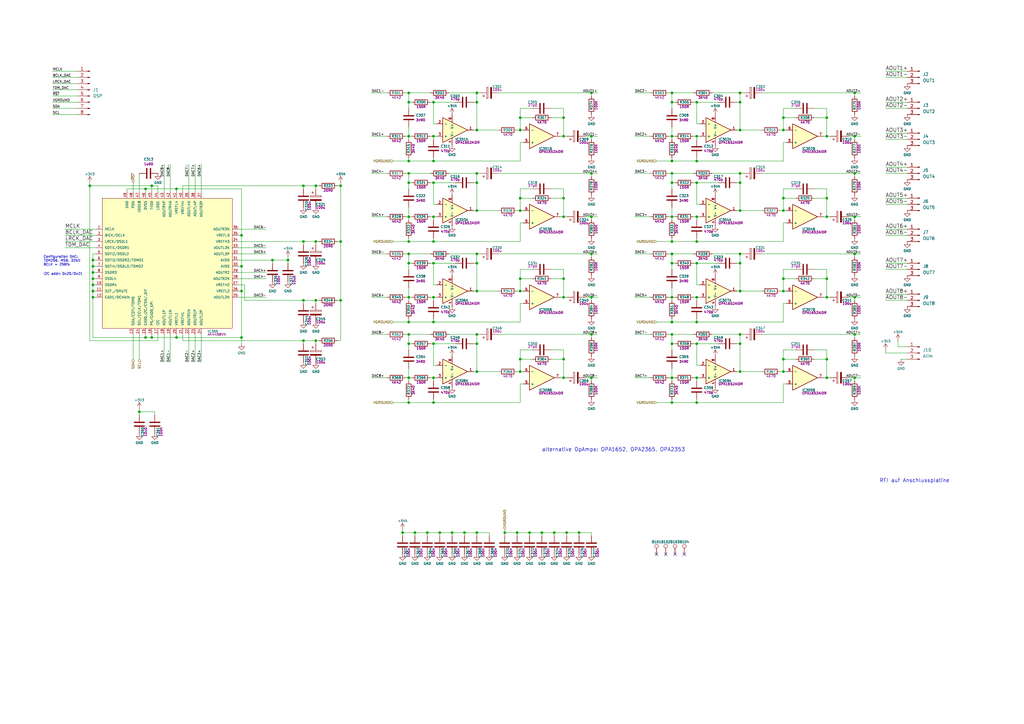
<source format=kicad_sch>
(kicad_sch (version 20211123) (generator eeschema)
  (paper "A3")
  (title_block (title "freeDSP Aurora") (date "24.7.2018") (rev "1.0.0") (company "auverdion"))
  (junction (at 212.09 218.44))
  (junction (at 129.54 76.2))
  (junction (at 213.36 152.4))
  (junction (at 231.14 121.92))
  (junction (at 124.46 139.7))
  (junction (at 195.58 218.44))
  (junction (at 275.59 165.1))
  (junction (at 57.15 168.91))
  (junction (at 124.46 99.06))
  (junction (at 231.14 114.3))
  (junction (at 185.42 218.44))
  (junction (at 124.46 123.19))
  (junction (at 38.1 119.38))
  (junction (at 231.14 81.28))
  (junction (at 139.7 123.19))
  (junction (at 242.57 154.94))
  (junction (at 167.64 137.16))
  (junction (at 321.31 114.3))
  (junction (at 285.75 154.94))
  (junction (at 213.36 114.3))
  (junction (at 275.59 38.1))
  (junction (at 339.09 154.94))
  (junction (at 303.53 104.14))
  (junction (at 177.8 154.94))
  (junction (at 231.14 147.32))
  (junction (at 36.83 76.2))
  (junction (at 195.58 38.1))
  (junction (at 177.8 99.06))
  (junction (at 72.39 138.43))
  (junction (at 350.52 104.14))
  (junction (at 59.69 138.43))
  (junction (at 285.75 132.08))
  (junction (at 129.54 123.19))
  (junction (at 275.59 71.12))
  (junction (at 38.1 116.84))
  (junction (at 195.58 41.91))
  (junction (at 175.26 218.44))
  (junction (at 285.75 66.04))
  (junction (at 321.31 53.34))
  (junction (at 350.52 55.88))
  (junction (at 285.75 99.06))
  (junction (at 167.64 66.04))
  (junction (at 207.01 218.44))
  (junction (at 38.1 106.68))
  (junction (at 118.11 106.68))
  (junction (at 195.58 140.97))
  (junction (at 165.1 218.44))
  (junction (at 213.36 81.28))
  (junction (at 285.75 107.95))
  (junction (at 62.23 76.2))
  (junction (at 321.31 147.32))
  (junction (at 129.54 139.7))
  (junction (at 339.09 88.9))
  (junction (at 195.58 74.93))
  (junction (at 350.52 121.92))
  (junction (at 303.53 71.12))
  (junction (at 242.57 104.14))
  (junction (at 195.58 53.34))
  (junction (at 177.8 132.08))
  (junction (at 99.06 138.43))
  (junction (at 303.53 53.34))
  (junction (at 275.59 41.91))
  (junction (at 285.75 41.91))
  (junction (at 303.53 38.1))
  (junction (at 195.58 104.14))
  (junction (at 195.58 107.95))
  (junction (at 232.41 218.44))
  (junction (at 129.54 99.06))
  (junction (at 350.52 137.16))
  (junction (at 285.75 74.93))
  (junction (at 242.57 38.1))
  (junction (at 167.64 74.93))
  (junction (at 167.64 99.06))
  (junction (at 231.14 88.9))
  (junction (at 177.8 55.88))
  (junction (at 231.14 48.26))
  (junction (at 339.09 48.26))
  (junction (at 38.1 111.76))
  (junction (at 285.75 121.92))
  (junction (at 190.5 218.44))
  (junction (at 38.1 121.92))
  (junction (at 275.59 74.93))
  (junction (at 167.64 38.1))
  (junction (at 177.8 140.97))
  (junction (at 139.7 99.06))
  (junction (at 321.31 86.36))
  (junction (at 339.09 55.88))
  (junction (at 285.75 88.9))
  (junction (at 242.57 137.16))
  (junction (at 321.31 48.26))
  (junction (at 285.75 165.1))
  (junction (at 177.8 107.95))
  (junction (at 350.52 154.94))
  (junction (at 177.8 41.91))
  (junction (at 242.57 71.12))
  (junction (at 303.53 74.93))
  (junction (at 285.75 140.97))
  (junction (at 59.69 77.47))
  (junction (at 99.06 109.22))
  (junction (at 275.59 107.95))
  (junction (at 242.57 88.9))
  (junction (at 124.46 76.2))
  (junction (at 180.34 218.44))
  (junction (at 167.64 41.91))
  (junction (at 339.09 121.92))
  (junction (at 38.1 109.22))
  (junction (at 237.49 218.44))
  (junction (at 303.53 137.16))
  (junction (at 275.59 104.14))
  (junction (at 167.64 132.08))
  (junction (at 275.59 140.97))
  (junction (at 167.64 55.88))
  (junction (at 177.8 121.92))
  (junction (at 275.59 154.94))
  (junction (at 38.1 114.3))
  (junction (at 213.36 86.36))
  (junction (at 339.09 114.3))
  (junction (at 231.14 154.94))
  (junction (at 303.53 86.36))
  (junction (at 303.53 119.38))
  (junction (at 177.8 88.9))
  (junction (at 231.14 55.88))
  (junction (at 321.31 119.38))
  (junction (at 275.59 88.9))
  (junction (at 167.64 104.14))
  (junction (at 339.09 81.28))
  (junction (at 195.58 152.4))
  (junction (at 275.59 99.06))
  (junction (at 177.8 74.93))
  (junction (at 177.8 66.04))
  (junction (at 275.59 66.04))
  (junction (at 303.53 140.97))
  (junction (at 222.25 218.44))
  (junction (at 213.36 48.26))
  (junction (at 350.52 38.1))
  (junction (at 303.53 107.95))
  (junction (at 350.52 71.12))
  (junction (at 217.17 218.44))
  (junction (at 195.58 71.12))
  (junction (at 72.39 77.47))
  (junction (at 285.75 55.88))
  (junction (at 195.58 86.36))
  (junction (at 99.06 96.52))
  (junction (at 321.31 81.28))
  (junction (at 303.53 152.4))
  (junction (at 167.64 121.92))
  (junction (at 275.59 55.88))
  (junction (at 213.36 119.38))
  (junction (at 167.64 154.94))
  (junction (at 177.8 165.1))
  (junction (at 350.52 88.9))
  (junction (at 170.18 218.44))
  (junction (at 213.36 147.32))
  (junction (at 99.06 119.38))
  (junction (at 167.64 107.95))
  (junction (at 275.59 137.16))
  (junction (at 275.59 132.08))
  (junction (at 62.23 138.43))
  (junction (at 227.33 218.44))
  (junction (at 213.36 53.34))
  (junction (at 321.31 152.4))
  (junction (at 303.53 41.91))
  (junction (at 195.58 119.38))
  (junction (at 339.09 147.32))
  (junction (at 139.7 76.2))
  (junction (at 275.59 121.92))
  (junction (at 167.64 165.1))
  (junction (at 195.58 137.16))
  (junction (at 167.64 88.9))
  (junction (at 167.64 140.97))
  (junction (at 167.64 71.12))
  (junction (at 111.76 106.68))
  (junction (at 242.57 55.88))
  (junction (at 242.57 121.92))
  (no_connect (at 276.86 227.33))
  (no_connect (at 269.24 227.33))
  (no_connect (at 273.05 227.33))
  (no_connect (at 280.67 227.33))
  (wire (pts (xy 176.53 140.97) (xy 177.8 140.97)))
  (wire (pts (xy 59.69 77.47) (xy 72.39 77.47)))
  (wire (pts (xy 242.57 123.19) (xy 242.57 121.92)))
  (wire (pts (xy 275.59 99.06) (xy 285.75 99.06)))
  (wire (pts (xy 177.8 83.82) (xy 177.8 74.93)))
  (wire (pts (xy 274.32 154.94) (xy 275.59 154.94)))
  (wire (pts (xy 54.61 147.32) (xy 54.61 137.16)))
  (wire (pts (xy 242.57 154.94) (xy 245.11 154.94)))
  (wire (pts (xy 195.58 137.16) (xy 195.58 140.97)))
  (wire (pts (xy 167.64 118.11) (xy 167.64 121.92)))
  (wire (pts (xy 218.44 114.3) (xy 213.36 114.3)))
  (wire (pts (xy 337.82 154.94) (xy 339.09 154.94)))
  (wire (pts (xy 284.48 154.94) (xy 285.75 154.94)))
  (wire (pts (xy 242.57 218.44) (xy 242.57 219.71)))
  (wire (pts (xy 242.57 71.12) (xy 245.11 71.12)))
  (wire (pts (xy 77.47 78.74) (xy 77.47 67.31)))
  (wire (pts (xy 218.44 143.51) (xy 213.36 143.51)))
  (wire (pts (xy 274.32 38.1) (xy 275.59 38.1)))
  (wire (pts (xy 226.06 110.49) (xy 231.14 110.49)))
  (wire (pts (xy 97.79 114.3) (xy 109.22 114.3)))
  (wire (pts (xy 339.09 44.45) (xy 339.09 48.26)))
  (wire (pts (xy 167.64 154.94) (xy 167.64 156.21)))
  (wire (pts (xy 350.52 39.37) (xy 350.52 38.1)))
  (wire (pts (xy 339.09 154.94) (xy 340.36 154.94)))
  (wire (pts (xy 200.66 218.44) (xy 200.66 219.71)))
  (wire (pts (xy 38.1 111.76) (xy 38.1 114.3)))
  (wire (pts (xy 69.85 137.16) (xy 69.85 148.59)))
  (wire (pts (xy 52.07 78.74) (xy 52.07 77.47)))
  (wire (pts (xy 176.53 55.88) (xy 177.8 55.88)))
  (wire (pts (xy 129.54 99.06) (xy 130.81 99.06)))
  (wire (pts (xy 321.31 91.44) (xy 322.58 91.44)))
  (wire (pts (xy 167.64 165.1) (xy 167.64 163.83)))
  (wire (pts (xy 177.8 66.04) (xy 177.8 64.77)))
  (wire (pts (xy 213.36 152.4) (xy 214.63 152.4)))
  (wire (pts (xy 139.7 123.19) (xy 139.7 139.7)))
  (wire (pts (xy 158.75 121.92) (xy 152.4 121.92)))
  (wire (pts (xy 284.48 74.93) (xy 285.75 74.93)))
  (wire (pts (xy 312.42 38.1) (xy 350.52 38.1)))
  (wire (pts (xy 285.75 66.04) (xy 285.75 64.77)))
  (wire (pts (xy 285.75 149.86) (xy 285.75 140.97)))
  (wire (pts (xy 176.53 121.92) (xy 177.8 121.92)))
  (wire (pts (xy 231.14 143.51) (xy 231.14 147.32)))
  (wire (pts (xy 31.75 34.29) (xy 21.59 34.29)))
  (wire (pts (xy 231.14 147.32) (xy 231.14 154.94)))
  (wire (pts (xy 64.77 139.7) (xy 36.83 139.7)))
  (wire (pts (xy 363.22 83.82) (xy 372.11 83.82)))
  (wire (pts (xy 167.64 165.1) (xy 177.8 165.1)))
  (wire (pts (xy 303.53 140.97) (xy 303.53 152.4)))
  (wire (pts (xy 321.31 114.3) (xy 321.31 119.38)))
  (wire (pts (xy 287.02 50.8) (xy 285.75 50.8)))
  (wire (pts (xy 194.31 86.36) (xy 195.58 86.36)))
  (wire (pts (xy 204.47 38.1) (xy 242.57 38.1)))
  (wire (pts (xy 231.14 88.9) (xy 232.41 88.9)))
  (wire (pts (xy 82.55 137.16) (xy 82.55 148.59)))
  (wire (pts (xy 368.3 139.7) (xy 368.3 142.24)))
  (wire (pts (xy 195.58 119.38) (xy 204.47 119.38)))
  (wire (pts (xy 363.22 44.45) (xy 372.11 44.45)))
  (wire (pts (xy 276.86 74.93) (xy 275.59 74.93)))
  (wire (pts (xy 275.59 165.1) (xy 285.75 165.1)))
  (wire (pts (xy 326.39 110.49) (xy 321.31 110.49)))
  (wire (pts (xy 167.64 137.16) (xy 176.53 137.16)))
  (wire (pts (xy 242.57 156.21) (xy 242.57 154.94)))
  (wire (pts (xy 350.52 105.41) (xy 350.52 104.14)))
  (wire (pts (xy 177.8 66.04) (xy 213.36 66.04)))
  (wire (pts (xy 195.58 41.91) (xy 195.58 53.34)))
  (wire (pts (xy 177.8 55.88) (xy 179.07 55.88)))
  (wire (pts (xy 284.48 121.92) (xy 285.75 121.92)))
  (wire (pts (xy 287.02 83.82) (xy 285.75 83.82)))
  (wire (pts (xy 275.59 71.12) (xy 284.48 71.12)))
  (wire (pts (xy 179.07 116.84) (xy 177.8 116.84)))
  (wire (pts (xy 285.75 132.08) (xy 285.75 130.81)))
  (wire (pts (xy 350.52 123.19) (xy 350.52 121.92)))
  (wire (pts (xy 177.8 165.1) (xy 213.36 165.1)))
  (wire (pts (xy 158.75 88.9) (xy 152.4 88.9)))
  (wire (pts (xy 166.37 104.14) (xy 167.64 104.14)))
  (wire (pts (xy 64.77 76.2) (xy 64.77 78.74)))
  (wire (pts (xy 231.14 147.32) (xy 226.06 147.32)))
  (wire (pts (xy 285.75 165.1) (xy 321.31 165.1)))
  (wire (pts (xy 204.47 104.14) (xy 242.57 104.14)))
  (wire (pts (xy 320.04 119.38) (xy 321.31 119.38)))
  (wire (pts (xy 195.58 218.44) (xy 200.66 218.44)))
  (wire (pts (xy 167.64 66.04) (xy 177.8 66.04)))
  (wire (pts (xy 275.59 52.07) (xy 275.59 55.88)))
  (wire (pts (xy 231.14 48.26) (xy 226.06 48.26)))
  (wire (pts (xy 97.79 119.38) (xy 99.06 119.38)))
  (wire (pts (xy 167.64 38.1) (xy 167.64 41.91)))
  (wire (pts (xy 363.22 31.75) (xy 372.11 31.75)))
  (wire (pts (xy 242.57 57.15) (xy 242.57 55.88)))
  (wire (pts (xy 339.09 81.28) (xy 339.09 88.9)))
  (wire (pts (xy 213.36 81.28) (xy 213.36 86.36)))
  (wire (pts (xy 38.1 119.38) (xy 38.1 121.92)))
  (wire (pts (xy 97.79 109.22) (xy 99.06 109.22)))
  (wire (pts (xy 158.75 154.94) (xy 152.4 154.94)))
  (wire (pts (xy 176.53 107.95) (xy 177.8 107.95)))
  (wire (pts (xy 350.52 57.15) (xy 350.52 55.88)))
  (wire (pts (xy 213.36 86.36) (xy 214.63 86.36)))
  (wire (pts (xy 167.64 140.97) (xy 167.64 143.51)))
  (wire (pts (xy 337.82 121.92) (xy 339.09 121.92)))
  (wire (pts (xy 57.15 78.74) (xy 57.15 71.12)))
  (wire (pts (xy 38.1 116.84) (xy 38.1 119.38)))
  (wire (pts (xy 139.7 74.93) (xy 139.7 76.2)))
  (wire (pts (xy 177.8 121.92) (xy 179.07 121.92)))
  (wire (pts (xy 99.06 138.43) (xy 99.06 140.97)))
  (wire (pts (xy 302.26 119.38) (xy 303.53 119.38)))
  (wire (pts (xy 167.64 107.95) (xy 167.64 110.49)))
  (wire (pts (xy 303.53 74.93) (xy 303.53 86.36)))
  (wire (pts (xy 63.5 168.91) (xy 57.15 168.91)))
  (wire (pts (xy 213.36 44.45) (xy 213.36 48.26)))
  (wire (pts (xy 339.09 77.47) (xy 339.09 81.28)))
  (wire (pts (xy 284.48 140.97) (xy 285.75 140.97)))
  (wire (pts (xy 321.31 77.47) (xy 321.31 81.28)))
  (wire (pts (xy 275.59 121.92) (xy 276.86 121.92)))
  (wire (pts (xy 303.53 104.14) (xy 304.8 104.14)))
  (wire (pts (xy 177.8 107.95) (xy 186.69 107.95)))
  (wire (pts (xy 226.06 143.51) (xy 231.14 143.51)))
  (wire (pts (xy 165.1 218.44) (xy 165.1 219.71)))
  (wire (pts (xy 213.36 132.08) (xy 213.36 124.46)))
  (wire (pts (xy 303.53 41.91) (xy 303.53 53.34)))
  (wire (pts (xy 303.53 137.16) (xy 304.8 137.16)))
  (wire (pts (xy 213.36 91.44) (xy 214.63 91.44)))
  (wire (pts (xy 195.58 104.14) (xy 195.58 107.95)))
  (wire (pts (xy 303.53 140.97) (xy 302.26 140.97)))
  (wire (pts (xy 212.09 119.38) (xy 213.36 119.38)))
  (wire (pts (xy 165.1 217.17) (xy 165.1 218.44)))
  (wire (pts (xy 176.53 88.9) (xy 177.8 88.9)))
  (wire (pts (xy 285.75 74.93) (xy 294.64 74.93)))
  (wire (pts (xy 285.75 57.15) (xy 285.75 55.88)))
  (wire (pts (xy 184.15 137.16) (xy 195.58 137.16)))
  (wire (pts (xy 242.57 39.37) (xy 242.57 38.1)))
  (wire (pts (xy 218.44 147.32) (xy 213.36 147.32)))
  (wire (pts (xy 39.37 114.3) (xy 38.1 114.3)))
  (wire (pts (xy 166.37 88.9) (xy 167.64 88.9)))
  (wire (pts (xy 124.46 123.19) (xy 129.54 123.19)))
  (wire (pts (xy 38.1 121.92) (xy 39.37 121.92)))
  (wire (pts (xy 321.31 165.1) (xy 321.31 157.48)))
  (wire (pts (xy 240.03 55.88) (xy 242.57 55.88)))
  (wire (pts (xy 232.41 218.44) (xy 237.49 218.44)))
  (wire (pts (xy 237.49 218.44) (xy 242.57 218.44)))
  (wire (pts (xy 167.64 154.94) (xy 168.91 154.94)))
  (wire (pts (xy 369.57 147.32) (xy 372.11 147.32)))
  (wire (pts (xy 242.57 72.39) (xy 242.57 71.12)))
  (wire (pts (xy 69.85 78.74) (xy 69.85 67.31)))
  (wire (pts (xy 363.22 120.65) (xy 372.11 120.65)))
  (wire (pts (xy 167.64 132.08) (xy 167.64 130.81)))
  (wire (pts (xy 72.39 137.16) (xy 72.39 138.43)))
  (wire (pts (xy 287.02 116.84) (xy 285.75 116.84)))
  (wire (pts (xy 39.37 109.22) (xy 38.1 109.22)))
  (wire (pts (xy 269.24 66.04) (xy 275.59 66.04)))
  (wire (pts (xy 326.39 143.51) (xy 321.31 143.51)))
  (wire (pts (xy 180.34 218.44) (xy 185.42 218.44)))
  (wire (pts (xy 285.75 132.08) (xy 321.31 132.08)))
  (wire (pts (xy 350.52 88.9) (xy 353.06 88.9)))
  (wire (pts (xy 302.26 86.36) (xy 303.53 86.36)))
  (wire (pts (xy 274.32 137.16) (xy 275.59 137.16)))
  (wire (pts (xy 222.25 218.44) (xy 222.25 219.71)))
  (wire (pts (xy 39.37 116.84) (xy 38.1 116.84)))
  (wire (pts (xy 303.53 41.91) (xy 302.26 41.91)))
  (wire (pts (xy 207.01 217.17) (xy 207.01 218.44)))
  (wire (pts (xy 266.7 137.16) (xy 260.35 137.16)))
  (wire (pts (xy 177.8 90.17) (xy 177.8 88.9)))
  (wire (pts (xy 321.31 119.38) (xy 322.58 119.38)))
  (wire (pts (xy 350.52 38.1) (xy 353.06 38.1)))
  (wire (pts (xy 177.8 132.08) (xy 177.8 130.81)))
  (wire (pts (xy 240.03 121.92) (xy 242.57 121.92)))
  (wire (pts (xy 139.7 139.7) (xy 138.43 139.7)))
  (wire (pts (xy 275.59 165.1) (xy 275.59 163.83)))
  (wire (pts (xy 158.75 38.1) (xy 152.4 38.1)))
  (wire (pts (xy 303.53 53.34) (xy 312.42 53.34)))
  (wire (pts (xy 26.67 96.52) (xy 39.37 96.52)))
  (wire (pts (xy 213.36 114.3) (xy 213.36 119.38)))
  (wire (pts (xy 213.36 77.47) (xy 213.36 81.28)))
  (wire (pts (xy 74.93 139.7) (xy 74.93 137.16)))
  (wire (pts (xy 167.64 74.93) (xy 167.64 77.47)))
  (wire (pts (xy 129.54 139.7) (xy 130.81 139.7)))
  (wire (pts (xy 218.44 81.28) (xy 213.36 81.28)))
  (wire (pts (xy 39.37 106.68) (xy 38.1 106.68)))
  (wire (pts (xy 177.8 156.21) (xy 177.8 154.94)))
  (wire (pts (xy 213.36 53.34) (xy 214.63 53.34)))
  (wire (pts (xy 177.8 116.84) (xy 177.8 107.95)))
  (wire (pts (xy 312.42 137.16) (xy 350.52 137.16)))
  (wire (pts (xy 39.37 104.14) (xy 38.1 104.14)))
  (wire (pts (xy 231.14 154.94) (xy 232.41 154.94)))
  (wire (pts (xy 204.47 71.12) (xy 242.57 71.12)))
  (wire (pts (xy 167.64 99.06) (xy 177.8 99.06)))
  (wire (pts (xy 213.36 110.49) (xy 213.36 114.3)))
  (wire (pts (xy 242.57 88.9) (xy 245.11 88.9)))
  (wire (pts (xy 31.75 31.75) (xy 21.59 31.75)))
  (wire (pts (xy 339.09 143.51) (xy 339.09 147.32)))
  (wire (pts (xy 339.09 114.3) (xy 334.01 114.3)))
  (wire (pts (xy 38.1 138.43) (xy 59.69 138.43)))
  (wire (pts (xy 195.58 71.12) (xy 196.85 71.12)))
  (wire (pts (xy 231.14 110.49) (xy 231.14 114.3)))
  (wire (pts (xy 175.26 218.44) (xy 180.34 218.44)))
  (wire (pts (xy 321.31 48.26) (xy 321.31 53.34)))
  (wire (pts (xy 363.22 93.98) (xy 372.11 93.98)))
  (wire (pts (xy 38.1 104.14) (xy 38.1 106.68)))
  (wire (pts (xy 326.39 147.32) (xy 321.31 147.32)))
  (wire (pts (xy 158.75 137.16) (xy 152.4 137.16)))
  (wire (pts (xy 274.32 121.92) (xy 275.59 121.92)))
  (wire (pts (xy 274.32 55.88) (xy 275.59 55.88)))
  (wire (pts (xy 168.91 107.95) (xy 167.64 107.95)))
  (wire (pts (xy 334.01 110.49) (xy 339.09 110.49)))
  (wire (pts (xy 218.44 77.47) (xy 213.36 77.47)))
  (wire (pts (xy 232.41 218.44) (xy 232.41 219.71)))
  (wire (pts (xy 285.75 154.94) (xy 287.02 154.94)))
  (wire (pts (xy 195.58 218.44) (xy 195.58 219.71)))
  (wire (pts (xy 266.7 154.94) (xy 260.35 154.94)))
  (wire (pts (xy 170.18 218.44) (xy 170.18 219.71)))
  (wire (pts (xy 67.31 137.16) (xy 67.31 148.59)))
  (wire (pts (xy 303.53 71.12) (xy 303.53 74.93)))
  (wire (pts (xy 100.33 116.84) (xy 100.33 123.19)))
  (wire (pts (xy 285.75 121.92) (xy 287.02 121.92)))
  (wire (pts (xy 303.53 38.1) (xy 303.53 41.91)))
  (wire (pts (xy 339.09 88.9) (xy 340.36 88.9)))
  (wire (pts (xy 276.86 41.91) (xy 275.59 41.91)))
  (wire (pts (xy 212.09 218.44) (xy 217.17 218.44)))
  (wire (pts (xy 207.01 218.44) (xy 207.01 219.71)))
  (wire (pts (xy 363.22 41.91) (xy 372.11 41.91)))
  (wire (pts (xy 167.64 71.12) (xy 167.64 74.93)))
  (wire (pts (xy 339.09 48.26) (xy 339.09 55.88)))
  (wire (pts (xy 339.09 110.49) (xy 339.09 114.3)))
  (wire (pts (xy 347.98 55.88) (xy 350.52 55.88)))
  (wire (pts (xy 350.52 121.92) (xy 353.06 121.92)))
  (wire (pts (xy 363.22 29.21) (xy 372.11 29.21)))
  (wire (pts (xy 242.57 105.41) (xy 242.57 104.14)))
  (wire (pts (xy 242.57 90.17) (xy 242.57 88.9)))
  (wire (pts (xy 240.03 88.9) (xy 242.57 88.9)))
  (wire (pts (xy 26.67 93.98) (xy 39.37 93.98)))
  (wire (pts (xy 227.33 218.44) (xy 232.41 218.44)))
  (wire (pts (xy 184.15 71.12) (xy 195.58 71.12)))
  (wire (pts (xy 167.64 99.06) (xy 167.64 97.79)))
  (wire (pts (xy 231.14 77.47) (xy 231.14 81.28)))
  (wire (pts (xy 285.75 99.06) (xy 285.75 97.79)))
  (wire (pts (xy 275.59 71.12) (xy 275.59 74.93)))
  (wire (pts (xy 194.31 152.4) (xy 195.58 152.4)))
  (wire (pts (xy 167.64 55.88) (xy 168.91 55.88)))
  (wire (pts (xy 166.37 55.88) (xy 167.64 55.88)))
  (wire (pts (xy 38.1 106.68) (xy 38.1 109.22)))
  (wire (pts (xy 339.09 114.3) (xy 339.09 121.92)))
  (wire (pts (xy 303.53 74.93) (xy 302.26 74.93)))
  (wire (pts (xy 31.75 29.21) (xy 21.59 29.21)))
  (wire (pts (xy 227.33 218.44) (xy 227.33 219.71)))
  (wire (pts (xy 347.98 121.92) (xy 350.52 121.92)))
  (wire (pts (xy 269.24 99.06) (xy 275.59 99.06)))
  (wire (pts (xy 363.22 123.19) (xy 372.11 123.19)))
  (wire (pts (xy 118.11 106.68) (xy 118.11 107.95)))
  (wire (pts (xy 285.75 90.17) (xy 285.75 88.9)))
  (wire (pts (xy 363.22 57.15) (xy 372.11 57.15)))
  (wire (pts (xy 80.01 137.16) (xy 80.01 148.59)))
  (wire (pts (xy 321.31 81.28) (xy 321.31 86.36)))
  (wire (pts (xy 124.46 76.2) (xy 124.46 77.47)))
  (wire (pts (xy 275.59 41.91) (xy 275.59 44.45)))
  (wire (pts (xy 334.01 143.51) (xy 339.09 143.51)))
  (wire (pts (xy 334.01 44.45) (xy 339.09 44.45)))
  (wire (pts (xy 177.8 154.94) (xy 179.07 154.94)))
  (wire (pts (xy 285.75 50.8) (xy 285.75 41.91)))
  (wire (pts (xy 179.07 50.8) (xy 177.8 50.8)))
  (wire (pts (xy 195.58 104.14) (xy 196.85 104.14)))
  (wire (pts (xy 275.59 88.9) (xy 275.59 90.17)))
  (wire (pts (xy 62.23 138.43) (xy 72.39 138.43)))
  (wire (pts (xy 204.47 137.16) (xy 242.57 137.16)))
  (wire (pts (xy 275.59 107.95) (xy 275.59 110.49)))
  (wire (pts (xy 292.1 137.16) (xy 303.53 137.16)))
  (wire (pts (xy 52.07 77.47) (xy 59.69 77.47)))
  (wire (pts (xy 274.32 88.9) (xy 275.59 88.9)))
  (wire (pts (xy 320.04 53.34) (xy 321.31 53.34)))
  (wire (pts (xy 242.57 104.14) (xy 245.11 104.14)))
  (wire (pts (xy 363.22 81.28) (xy 372.11 81.28)))
  (wire (pts (xy 321.31 157.48) (xy 322.58 157.48)))
  (wire (pts (xy 274.32 104.14) (xy 275.59 104.14)))
  (wire (pts (xy 129.54 123.19) (xy 129.54 124.46)))
  (wire (pts (xy 36.83 76.2) (xy 62.23 76.2)))
  (wire (pts (xy 124.46 99.06) (xy 129.54 99.06)))
  (wire (pts (xy 242.57 38.1) (xy 245.11 38.1)))
  (wire (pts (xy 285.75 116.84) (xy 285.75 107.95)))
  (wire (pts (xy 129.54 139.7) (xy 129.54 140.97)))
  (wire (pts (xy 350.52 104.14) (xy 353.06 104.14)))
  (wire (pts (xy 339.09 81.28) (xy 334.01 81.28)))
  (wire (pts (xy 129.54 76.2) (xy 130.81 76.2)))
  (wire (pts (xy 218.44 44.45) (xy 213.36 44.45)))
  (wire (pts (xy 312.42 71.12) (xy 350.52 71.12)))
  (wire (pts (xy 26.67 99.06) (xy 39.37 99.06)))
  (wire (pts (xy 139.7 76.2) (xy 139.7 99.06)))
  (wire (pts (xy 347.98 88.9) (xy 350.52 88.9)))
  (wire (pts (xy 275.59 140.97) (xy 275.59 143.51)))
  (wire (pts (xy 31.75 39.37) (xy 21.59 39.37)))
  (wire (pts (xy 285.75 66.04) (xy 321.31 66.04)))
  (wire (pts (xy 195.58 107.95) (xy 195.58 119.38)))
  (wire (pts (xy 177.8 165.1) (xy 177.8 163.83)))
  (wire (pts (xy 161.29 99.06) (xy 167.64 99.06)))
  (wire (pts (xy 292.1 71.12) (xy 303.53 71.12)))
  (wire (pts (xy 129.54 99.06) (xy 129.54 100.33)))
  (wire (pts (xy 129.54 123.19) (xy 130.81 123.19)))
  (wire (pts (xy 36.83 139.7) (xy 36.83 76.2)))
  (wire (pts (xy 184.15 104.14) (xy 195.58 104.14)))
  (wire (pts (xy 38.1 114.3) (xy 38.1 116.84)))
  (wire (pts (xy 275.59 88.9) (xy 276.86 88.9)))
  (wire (pts (xy 350.52 72.39) (xy 350.52 71.12)))
  (wire (pts (xy 363.22 144.78) (xy 363.22 143.51)))
  (wire (pts (xy 166.37 154.94) (xy 167.64 154.94)))
  (wire (pts (xy 218.44 110.49) (xy 213.36 110.49)))
  (wire (pts (xy 285.75 83.82) (xy 285.75 74.93)))
  (wire (pts (xy 302.26 53.34) (xy 303.53 53.34)))
  (wire (pts (xy 242.57 121.92) (xy 245.11 121.92)))
  (wire (pts (xy 303.53 38.1) (xy 304.8 38.1)))
  (wire (pts (xy 195.58 140.97) (xy 194.31 140.97)))
  (wire (pts (xy 303.53 86.36) (xy 312.42 86.36)))
  (wire (pts (xy 222.25 218.44) (xy 227.33 218.44)))
  (wire (pts (xy 275.59 154.94) (xy 275.59 156.21)))
  (wire (pts (xy 138.43 76.2) (xy 139.7 76.2)))
  (wire (pts (xy 321.31 99.06) (xy 321.31 91.44)))
  (wire (pts (xy 213.36 165.1) (xy 213.36 157.48)))
  (wire (pts (xy 194.31 53.34) (xy 195.58 53.34)))
  (wire (pts (xy 64.77 139.7) (xy 64.77 137.16)))
  (wire (pts (xy 179.07 149.86) (xy 177.8 149.86)))
  (wire (pts (xy 275.59 137.16) (xy 284.48 137.16)))
  (wire (pts (xy 161.29 132.08) (xy 167.64 132.08)))
  (wire (pts (xy 161.29 66.04) (xy 167.64 66.04)))
  (wire (pts (xy 275.59 121.92) (xy 275.59 123.19)))
  (wire (pts (xy 167.64 104.14) (xy 167.64 107.95)))
  (wire (pts (xy 229.87 55.88) (xy 231.14 55.88)))
  (wire (pts (xy 124.46 139.7) (xy 124.46 140.97)))
  (wire (pts (xy 26.67 101.6) (xy 39.37 101.6)))
  (wire (pts (xy 339.09 48.26) (xy 334.01 48.26)))
  (wire (pts (xy 166.37 121.92) (xy 167.64 121.92)))
  (wire (pts (xy 284.48 107.95) (xy 285.75 107.95)))
  (wire (pts (xy 321.31 124.46) (xy 322.58 124.46)))
  (wire (pts (xy 350.52 156.21) (xy 350.52 154.94)))
  (wire (pts (xy 67.31 78.74) (xy 67.31 67.31)))
  (wire (pts (xy 350.52 90.17) (xy 350.52 88.9)))
  (wire (pts (xy 167.64 55.88) (xy 167.64 57.15)))
  (wire (pts (xy 39.37 111.76) (xy 38.1 111.76)))
  (wire (pts (xy 229.87 121.92) (xy 231.14 121.92)))
  (wire (pts (xy 168.91 140.97) (xy 167.64 140.97)))
  (wire (pts (xy 195.58 71.12) (xy 195.58 74.93)))
  (wire (pts (xy 139.7 123.19) (xy 138.43 123.19)))
  (wire (pts (xy 158.75 104.14) (xy 152.4 104.14)))
  (wire (pts (xy 231.14 44.45) (xy 231.14 48.26)))
  (wire (pts (xy 266.7 88.9) (xy 260.35 88.9)))
  (wire (pts (xy 195.58 74.93) (xy 195.58 86.36)))
  (wire (pts (xy 72.39 77.47) (xy 99.06 77.47)))
  (wire (pts (xy 303.53 107.95) (xy 302.26 107.95)))
  (wire (pts (xy 184.15 38.1) (xy 195.58 38.1)))
  (wire (pts (xy 166.37 71.12) (xy 167.64 71.12)))
  (wire (pts (xy 321.31 66.04) (xy 321.31 58.42)))
  (wire (pts (xy 97.79 101.6) (xy 109.22 101.6)))
  (wire (pts (xy 38.1 109.22) (xy 38.1 111.76)))
  (wire (pts (xy 179.07 83.82) (xy 177.8 83.82)))
  (wire (pts (xy 266.7 71.12) (xy 260.35 71.12)))
  (wire (pts (xy 176.53 154.94) (xy 177.8 154.94)))
  (wire (pts (xy 74.93 76.2) (xy 124.46 76.2)))
  (wire (pts (xy 167.64 38.1) (xy 176.53 38.1)))
  (wire (pts (xy 177.8 50.8) (xy 177.8 41.91)))
  (wire (pts (xy 195.58 152.4) (xy 204.47 152.4)))
  (wire (pts (xy 167.64 71.12) (xy 176.53 71.12)))
  (wire (pts (xy 285.75 99.06) (xy 321.31 99.06)))
  (wire (pts (xy 82.55 78.74) (xy 82.55 67.31)))
  (wire (pts (xy 213.36 66.04) (xy 213.36 58.42)))
  (wire (pts (xy 334.01 77.47) (xy 339.09 77.47)))
  (wire (pts (xy 207.01 218.44) (xy 212.09 218.44)))
  (wire (pts (xy 231.14 121.92) (xy 232.41 121.92)))
  (wire (pts (xy 97.79 99.06) (xy 124.46 99.06)))
  (wire (pts (xy 339.09 147.32) (xy 334.01 147.32)))
  (wire (pts (xy 242.57 137.16) (xy 245.11 137.16)))
  (wire (pts (xy 195.58 74.93) (xy 194.31 74.93)))
  (wire (pts (xy 285.75 123.19) (xy 285.75 121.92)))
  (wire (pts (xy 275.59 38.1) (xy 284.48 38.1)))
  (wire (pts (xy 213.36 157.48) (xy 214.63 157.48)))
  (wire (pts (xy 177.8 132.08) (xy 213.36 132.08)))
  (wire (pts (xy 59.69 138.43) (xy 62.23 138.43)))
  (wire (pts (xy 320.04 86.36) (xy 321.31 86.36)))
  (wire (pts (xy 275.59 118.11) (xy 275.59 121.92)))
  (wire (pts (xy 240.03 154.94) (xy 242.57 154.94)))
  (wire (pts (xy 266.7 55.88) (xy 260.35 55.88)))
  (wire (pts (xy 124.46 123.19) (xy 124.46 124.46)))
  (wire (pts (xy 97.79 104.14) (xy 109.22 104.14)))
  (wire (pts (xy 36.83 76.2) (xy 36.83 74.93)))
  (wire (pts (xy 231.14 114.3) (xy 226.06 114.3)))
  (wire (pts (xy 285.75 55.88) (xy 287.02 55.88)))
  (wire (pts (xy 350.52 138.43) (xy 350.52 137.16)))
  (wire (pts (xy 321.31 132.08) (xy 321.31 124.46)))
  (wire (pts (xy 72.39 78.74) (xy 72.39 77.47)))
  (wire (pts (xy 170.18 218.44) (xy 175.26 218.44)))
  (wire (pts (xy 274.32 71.12) (xy 275.59 71.12)))
  (wire (pts (xy 363.22 96.52) (xy 372.11 96.52)))
  (wire (pts (xy 167.64 85.09) (xy 167.64 88.9)))
  (wire (pts (xy 321.31 44.45) (xy 321.31 48.26)))
  (wire (pts (xy 124.46 139.7) (xy 129.54 139.7)))
  (wire (pts (xy 303.53 104.14) (xy 303.53 107.95)))
  (wire (pts (xy 190.5 218.44) (xy 195.58 218.44)))
  (wire (pts (xy 59.69 78.74) (xy 59.69 77.47)))
  (wire (pts (xy 57.15 168.91) (xy 57.15 170.18)))
  (wire (pts (xy 111.76 106.68) (xy 118.11 106.68)))
  (wire (pts (xy 242.57 55.88) (xy 245.11 55.88)))
  (wire (pts (xy 158.75 71.12) (xy 152.4 71.12)))
  (wire (pts (xy 321.31 86.36) (xy 322.58 86.36)))
  (wire (pts (xy 195.58 137.16) (xy 196.85 137.16)))
  (wire (pts (xy 363.22 110.49) (xy 372.11 110.49)))
  (wire (pts (xy 167.64 88.9) (xy 168.91 88.9)))
  (wire (pts (xy 275.59 104.14) (xy 284.48 104.14)))
  (wire (pts (xy 229.87 154.94) (xy 231.14 154.94)))
  (wire (pts (xy 167.64 137.16) (xy 167.64 140.97)))
  (wire (pts (xy 292.1 104.14) (xy 303.53 104.14)))
  (wire (pts (xy 63.5 170.18) (xy 63.5 168.91)))
  (wire (pts (xy 195.58 140.97) (xy 195.58 152.4)))
  (wire (pts (xy 231.14 81.28) (xy 231.14 88.9)))
  (wire (pts (xy 217.17 218.44) (xy 222.25 218.44)))
  (wire (pts (xy 111.76 106.68) (xy 111.76 107.95)))
  (wire (pts (xy 368.3 142.24) (xy 372.11 142.24)))
  (wire (pts (xy 287.02 149.86) (xy 285.75 149.86)))
  (wire (pts (xy 284.48 41.91) (xy 285.75 41.91)))
  (wire (pts (xy 177.8 57.15) (xy 177.8 55.88)))
  (wire (pts (xy 363.22 107.95) (xy 372.11 107.95)))
  (wire (pts (xy 303.53 152.4) (xy 312.42 152.4)))
  (wire (pts (xy 97.79 93.98) (xy 109.22 93.98)))
  (wire (pts (xy 167.64 121.92) (xy 168.91 121.92)))
  (wire (pts (xy 124.46 99.06) (xy 124.46 100.33)))
  (wire (pts (xy 285.75 88.9) (xy 287.02 88.9)))
  (wire (pts (xy 167.64 52.07) (xy 167.64 55.88)))
  (wire (pts (xy 242.57 138.43) (xy 242.57 137.16)))
  (wire (pts (xy 237.49 218.44) (xy 237.49 219.71)))
  (wire (pts (xy 31.75 36.83) (xy 21.59 36.83)))
  (wire (pts (xy 350.52 154.94) (xy 353.06 154.94)))
  (wire (pts (xy 275.59 132.08) (xy 275.59 130.81)))
  (wire (pts (xy 321.31 143.51) (xy 321.31 147.32)))
  (wire (pts (xy 269.24 132.08) (xy 275.59 132.08)))
  (wire (pts (xy 167.64 151.13) (xy 167.64 154.94)))
  (wire (pts (xy 275.59 151.13) (xy 275.59 154.94)))
  (wire (pts (xy 285.75 156.21) (xy 285.75 154.94)))
  (wire (pts (xy 363.22 68.58) (xy 372.11 68.58)))
  (wire (pts (xy 118.11 105.41) (xy 118.11 106.68)))
  (wire (pts (xy 177.8 41.91) (xy 186.69 41.91)))
  (wire (pts (xy 99.06 119.38) (xy 99.06 138.43)))
  (wire (pts (xy 99.06 109.22) (xy 99.06 119.38)))
  (wire (pts (xy 177.8 99.06) (xy 213.36 99.06)))
  (wire (pts (xy 363.22 54.61) (xy 372.11 54.61)))
  (wire (pts (xy 185.42 218.44) (xy 185.42 219.71)))
  (wire (pts (xy 275.59 85.09) (xy 275.59 88.9)))
  (wire (pts (xy 275.59 137.16) (xy 275.59 140.97)))
  (wire (pts (xy 176.53 41.91) (xy 177.8 41.91)))
  (wire (pts (xy 158.75 55.88) (xy 152.4 55.88)))
  (wire (pts (xy 347.98 154.94) (xy 350.52 154.94)))
  (wire (pts (xy 321.31 53.34) (xy 322.58 53.34)))
  (wire (pts (xy 275.59 99.06) (xy 275.59 97.79)))
  (wire (pts (xy 72.39 138.43) (xy 99.06 138.43)))
  (wire (pts (xy 168.91 41.91) (xy 167.64 41.91)))
  (wire (pts (xy 177.8 88.9) (xy 179.07 88.9)))
  (wire (pts (xy 167.64 104.14) (xy 176.53 104.14)))
  (wire (pts (xy 320.04 152.4) (xy 321.31 152.4)))
  (wire (pts (xy 217.17 218.44) (xy 217.17 219.71)))
  (wire (pts (xy 266.7 104.14) (xy 260.35 104.14)))
  (wire (pts (xy 326.39 81.28) (xy 321.31 81.28)))
  (wire (pts (xy 38.1 121.92) (xy 38.1 138.43)))
  (wire (pts (xy 321.31 152.4) (xy 322.58 152.4)))
  (wire (pts (xy 326.39 77.47) (xy 321.31 77.47)))
  (wire (pts (xy 139.7 99.06) (xy 139.7 123.19)))
  (wire (pts (xy 166.37 137.16) (xy 167.64 137.16)))
  (wire (pts (xy 326.39 48.26) (xy 321.31 48.26)))
  (wire (pts (xy 337.82 55.88) (xy 339.09 55.88)))
  (wire (pts (xy 176.53 74.93) (xy 177.8 74.93)))
  (wire (pts (xy 275.59 132.08) (xy 285.75 132.08)))
  (wire (pts (xy 226.06 77.47) (xy 231.14 77.47)))
  (wire (pts (xy 350.52 137.16) (xy 353.06 137.16)))
  (wire (pts (xy 168.91 74.93) (xy 167.64 74.93)))
  (wire (pts (xy 167.64 88.9) (xy 167.64 90.17)))
  (wire (pts (xy 212.09 152.4) (xy 213.36 152.4)))
  (wire (pts (xy 231.14 81.28) (xy 226.06 81.28)))
  (wire (pts (xy 74.93 76.2) (xy 74.93 78.74)))
  (wire (pts (xy 337.82 88.9) (xy 339.09 88.9)))
  (wire (pts (xy 167.64 66.04) (xy 167.64 64.77)))
  (wire (pts (xy 74.93 139.7) (xy 124.46 139.7)))
  (wire (pts (xy 339.09 55.88) (xy 340.36 55.88)))
  (wire (pts (xy 303.53 71.12) (xy 304.8 71.12)))
  (wire (pts (xy 303.53 119.38) (xy 312.42 119.38)))
  (wire (pts (xy 99.06 96.52) (xy 99.06 109.22)))
  (wire (pts (xy 312.42 104.14) (xy 350.52 104.14)))
  (wire (pts (xy 285.75 140.97) (xy 294.64 140.97)))
  (wire (pts (xy 180.34 218.44) (xy 180.34 219.71)))
  (wire (pts (xy 266.7 121.92) (xy 260.35 121.92)))
  (wire (pts (xy 177.8 123.19) (xy 177.8 121.92)))
  (wire (pts (xy 97.79 111.76) (xy 109.22 111.76)))
  (wire (pts (xy 194.31 119.38) (xy 195.58 119.38)))
  (wire (pts (xy 213.36 124.46) (xy 214.63 124.46)))
  (wire (pts (xy 269.24 165.1) (xy 275.59 165.1)))
  (wire (pts (xy 97.79 96.52) (xy 99.06 96.52)))
  (wire (pts (xy 276.86 140.97) (xy 275.59 140.97)))
  (wire (pts (xy 97.79 106.68) (xy 111.76 106.68)))
  (wire (pts (xy 139.7 99.06) (xy 138.43 99.06)))
  (wire (pts (xy 339.09 147.32) (xy 339.09 154.94)))
  (wire (pts (xy 175.26 218.44) (xy 175.26 219.71)))
  (wire (pts (xy 177.8 149.86) (xy 177.8 140.97)))
  (wire (pts (xy 195.58 38.1) (xy 196.85 38.1)))
  (wire (pts (xy 231.14 55.88) (xy 232.41 55.88)))
  (wire (pts (xy 212.09 53.34) (xy 213.36 53.34)))
  (wire (pts (xy 212.09 218.44) (xy 212.09 219.71)))
  (wire (pts (xy 185.42 218.44) (xy 190.5 218.44)))
  (wire (pts (xy 285.75 165.1) (xy 285.75 163.83)))
  (wire (pts (xy 97.79 116.84) (xy 100.33 116.84)))
  (wire (pts (xy 213.36 143.51) (xy 213.36 147.32)))
  (wire (pts (xy 326.39 44.45) (xy 321.31 44.45)))
  (wire (pts (xy 321.31 147.32) (xy 321.31 152.4)))
  (wire (pts (xy 195.58 86.36) (xy 204.47 86.36)))
  (wire (pts (xy 231.14 114.3) (xy 231.14 121.92)))
  (wire (pts (xy 31.75 41.91) (xy 21.59 41.91)))
  (wire (pts (xy 284.48 55.88) (xy 285.75 55.88)))
  (wire (pts (xy 212.09 86.36) (xy 213.36 86.36)))
  (wire (pts (xy 213.36 119.38) (xy 214.63 119.38)))
  (wire (pts (xy 229.87 88.9) (xy 231.14 88.9)))
  (wire (pts (xy 129.54 76.2) (xy 129.54 77.47)))
  (wire (pts (xy 165.1 218.44) (xy 170.18 218.44)))
  (wire (pts (xy 266.7 38.1) (xy 260.35 38.1)))
  (wire (pts (xy 62.23 137.16) (xy 62.23 138.43)))
  (wire (pts (xy 218.44 48.26) (xy 213.36 48.26)))
  (wire (pts (xy 213.36 48.26) (xy 213.36 53.34)))
  (wire (pts (xy 166.37 38.1) (xy 167.64 38.1)))
  (wire (pts (xy 167.64 132.08) (xy 177.8 132.08)))
  (wire (pts (xy 350.52 55.88) (xy 353.06 55.88)))
  (wire (pts (xy 31.75 44.45) (xy 21.59 44.45)))
  (wire (pts (xy 284.48 88.9) (xy 285.75 88.9)))
  (wire (pts (xy 303.53 137.16) (xy 303.53 140.97)))
  (wire (pts (xy 38.1 119.38) (xy 39.37 119.38)))
  (wire (pts (xy 339.09 121.92) (xy 340.36 121.92)))
  (wire (pts (xy 276.86 107.95) (xy 275.59 107.95)))
  (wire (pts (xy 167.64 121.92) (xy 167.64 123.19)))
  (wire (pts (xy 167.64 41.91) (xy 167.64 44.45)))
  (wire (pts (xy 161.29 165.1) (xy 167.64 165.1)))
  (wire (pts (xy 326.39 114.3) (xy 321.31 114.3)))
  (wire (pts (xy 31.75 46.99) (xy 21.59 46.99)))
  (wire (pts (xy 195.58 41.91) (xy 194.31 41.91)))
  (wire (pts (xy 62.23 76.2) (xy 64.77 76.2)))
  (wire (pts (xy 321.31 58.42) (xy 322.58 58.42)))
  (wire (pts (xy 285.75 41.91) (xy 294.64 41.91)))
  (wire (pts (xy 57.15 167.64) (xy 57.15 168.91)))
  (wire (pts (xy 275.59 55.88) (xy 276.86 55.88)))
  (wire (pts (xy 97.79 121.92) (xy 109.22 121.92)))
  (wire (pts (xy 77.47 137.16) (xy 77.47 148.59)))
  (wire (pts (xy 292.1 38.1) (xy 303.53 38.1)))
  (wire (pts (xy 275.59 74.93) (xy 275.59 77.47)))
  (wire (pts (xy 177.8 140.97) (xy 186.69 140.97)))
  (wire (pts (xy 195.58 38.1) (xy 195.58 41.91)))
  (wire (pts (xy 372.11 144.78) (xy 363.22 144.78)))
  (wire (pts (xy 321.31 110.49) (xy 321.31 114.3)))
  (wire (pts (xy 302.26 152.4) (xy 303.53 152.4)))
  (wire (pts (xy 80.01 78.74) (xy 80.01 67.31)))
  (wire (pts (xy 275.59 38.1) (xy 275.59 41.91)))
  (wire (pts (xy 350.52 71.12) (xy 353.06 71.12)))
  (wire (pts (xy 195.58 107.95) (xy 194.31 107.95)))
  (wire (pts (xy 124.46 76.2) (xy 129.54 76.2)))
  (wire (pts (xy 275.59 55.88) (xy 275.59 57.15)))
  (wire (pts (xy 54.61 78.74) (xy 54.61 74.93)))
  (wire (pts (xy 213.36 147.32) (xy 213.36 152.4)))
  (wire (pts (xy 177.8 74.93) (xy 186.69 74.93)))
  (wire (pts (xy 177.8 99.06) (xy 177.8 97.79)))
  (wire (pts (xy 231.14 48.26) (xy 231.14 55.88)))
  (wire (pts (xy 226.06 44.45) (xy 231.14 44.45)))
  (wire (pts (xy 62.23 78.74) (xy 62.23 76.2)))
  (wire (pts (xy 99.06 77.47) (xy 99.06 96.52)))
  (wire (pts (xy 100.33 123.19) (xy 124.46 123.19)))
  (wire (pts (xy 285.75 107.95) (xy 294.64 107.95)))
  (wire (pts (xy 275.59 104.14) (xy 275.59 107.95)))
  (wire (pts (xy 213.36 58.42) (xy 214.63 58.42)))
  (wire (pts (xy 59.69 137.16) (xy 59.69 138.43)))
  (wire (pts (xy 363.22 71.12) (xy 372.11 71.12)))
  (wire (pts (xy 275.59 66.04) (xy 275.59 64.77)))
  (wire (pts (xy 303.53 107.95) (xy 303.53 119.38)))
  (wire (pts (xy 190.5 218.44) (xy 190.5 219.71)))
  (wire (pts (xy 275.59 66.04) (xy 285.75 66.04)))
  (wire (pts (xy 213.36 99.06) (xy 213.36 91.44)))
  (wire (pts (xy 275.59 154.94) (xy 276.86 154.94)))
  (wire (pts (xy 195.58 53.34) (xy 204.47 53.34)))
  (wire (pts (xy 57.15 147.32) (xy 57.15 137.16)))
  (text "alternative OpAmps: OPA1652, OPA2365, OPA2353" (at 222.25 185.42 0) (effects (font (size 1.524 1.524)) (justify left bottom)))
  (text "RFI auf Anschlussplatine" (at 360.68 198.12 0) (effects (font (size 1.524 1.524)) (justify left bottom)))
  (text "Configuration DAC:\nTDM256, MSB, 32bit\nBCLK = 256fs" (at 17.78 109.22 0) (effects (font (size 0.9906 0.9906)) (justify left bottom)))
  (text "I2C addr: 0x20/0x21" (at 17.78 113.03 0) (effects (font (size 0.9906 0.9906)) (justify left bottom)))
  (label "DAC1-" (at 69.85 148.59 90) (effects (font (size 0.9906 0.9906))))
  (label "DAC2+" (at 80.01 148.59 90) (effects (font (size 0.9906 0.9906))))
  (label "DAC7+" (at 260.35 154.94 0) (effects (font (size 0.9906 0.9906))))
  (label "SDA" (at 21.59 44.45 0) (effects (font (size 0.9906 0.9906))))
  (label "AOUT5+" (at 363.22 81.28 0) (effects (font (size 1.524 1.524))))
  (label "AOUT8+" (at 363.22 120.65 0) (effects (font (size 1.524 1.524))))
  (label "AOUT3+" (at 363.22 54.61 0) (effects (font (size 1.524 1.524))))
  (label "DAC6+" (at 152.4 121.92 0) (effects (font (size 0.9906 0.9906))))
  (label "AOUT2+" (at 353.06 38.1 180) (effects (font (size 0.9906 0.9906))))
  (label "DAC4+" (at 152.4 88.9 0) (effects (font (size 0.9906 0.9906))))
  (label "AOUT3+" (at 353.06 71.12 180) (effects (font (size 0.9906 0.9906))))
  (label "AOUT2+" (at 363.22 41.91 0) (effects (font (size 1.524 1.524))))
  (label "AOUT8-" (at 245.11 154.94 180) (effects (font (size 0.9906 0.9906))))
  (label "DAC2-" (at 77.47 148.59 90) (effects (font (size 0.9906 0.9906))))
  (label "AOUT5+" (at 353.06 104.14 180) (effects (font (size 0.9906 0.9906))))
  (label "DAC3-" (at 260.35 71.12 0) (effects (font (size 0.9906 0.9906))))
  (label "DAC7-" (at 77.47 67.31 270) (effects (font (size 0.9906 0.9906))))
  (label "AOUT7-" (at 353.06 154.94 180) (effects (font (size 0.9906 0.9906))))
  (label "AOUT7+" (at 363.22 107.95 0) (effects (font (size 1.524 1.524))))
  (label "AOUT8+" (at 245.11 137.16 180) (effects (font (size 0.9906 0.9906))))
  (label "AOUT4-" (at 363.22 71.12 0) (effects (font (size 1.524 1.524))))
  (label "LRCK_DAC" (at 26.67 99.06 0) (effects (font (size 1.524 1.524))))
  (label "BCLK_DAC" (at 21.59 31.75 0) (effects (font (size 0.9906 0.9906))))
  (label "BCLK_DAC" (at 26.67 96.52 0) (effects (font (size 1.524 1.524))))
  (label "MCLK" (at 21.59 29.21 0) (effects (font (size 0.9906 0.9906))))
  (label "AOUT8-" (at 363.22 123.19 0) (effects (font (size 1.524 1.524))))
  (label "AOUT6+" (at 245.11 104.14 180) (effects (font (size 0.9906 0.9906))))
  (label "LRCK_DAC" (at 21.59 34.29 0) (effects (font (size 0.9906 0.9906))))
  (label "DAC4+" (at 109.22 111.76 180) (effects (font (size 0.9906 0.9906))))
  (label "TDM_DAC" (at 26.67 101.6 0) (effects (font (size 1.524 1.524))))
  (label "DAC8-" (at 69.85 67.31 270) (effects (font (size 0.9906 0.9906))))
  (label "DAC4-" (at 152.4 71.12 0) (effects (font (size 0.9906 0.9906))))
  (label "AOUT3-" (at 363.22 57.15 0) (effects (font (size 1.524 1.524))))
  (label "AOUT2-" (at 353.06 55.88 180) (effects (font (size 0.9906 0.9906))))
  (label "AOUT2-" (at 363.22 44.45 0) (effects (font (size 1.524 1.524))))
  (label "DAC3+" (at 260.35 88.9 0) (effects (font (size 0.9906 0.9906))))
  (label "DAC5-" (at 260.35 104.14 0) (effects (font (size 0.9906 0.9906))))
  (label "VGROUND" (at 21.59 41.91 0) (effects (font (size 0.9906 0.9906))))
  (label "DAC1-" (at 152.4 38.1 0) (effects (font (size 0.9906 0.9906))))
  (label "DAC1+" (at 152.4 55.88 0) (effects (font (size 0.9906 0.9906))))
  (label "AOUT5-" (at 353.06 121.92 180) (effects (font (size 0.9906 0.9906))))
  (label "DAC8+" (at 152.4 154.94 0) (effects (font (size 0.9906 0.9906))))
  (label "DAC2-" (at 260.35 38.1 0) (effects (font (size 0.9906 0.9906))))
  (label "SCL" (at 21.59 46.99 0) (effects (font (size 0.9906 0.9906))))
  (label "DAC7-" (at 260.35 137.16 0) (effects (font (size 0.9906 0.9906))))
  (label "DAC5+" (at 109.22 104.14 180) (effects (font (size 0.9906 0.9906))))
  (label "DAC5-" (at 109.22 101.6 180) (effects (font (size 0.9906 0.9906))))
  (label "AOUT7-" (at 363.22 110.49 0) (effects (font (size 1.524 1.524))))
  (label "AOUT6-" (at 245.11 121.92 180) (effects (font (size 0.9906 0.9906))))
  (label "DAC4-" (at 109.22 114.3 180) (effects (font (size 0.9906 0.9906))))
  (label "DAC5+" (at 260.35 121.92 0) (effects (font (size 0.9906 0.9906))))
  (label "AOUT3-" (at 353.06 88.9 180) (effects (font (size 0.9906 0.9906))))
  (label "MCLK" (at 26.67 93.98 0) (effects (font (size 1.524 1.524))))
  (label "AOUT4+" (at 245.11 71.12 180) (effects (font (size 0.9906 0.9906))))
  (label "TDM_DAC" (at 21.59 36.83 0) (effects (font (size 0.9906 0.9906))))
  (label "DAC8+" (at 67.31 67.31 270) (effects (font (size 0.9906 0.9906))))
  (label "DAC8-" (at 152.4 137.16 0) (effects (font (size 0.9906 0.9906))))
  (label "AOUT1+" (at 245.11 38.1 180) (effects (font (size 0.9906 0.9906))))
  (label "AOUT4-" (at 245.11 88.9 180) (effects (font (size 0.9906 0.9906))))
  (label "DAC6-" (at 152.4 104.14 0) (effects (font (size 0.9906 0.9906))))
  (label "~{RST}" (at 21.59 39.37 0) (effects (font (size 0.9906 0.9906))))
  (label "DAC6-" (at 109.22 93.98 180) (effects (font (size 0.9906 0.9906))))
  (label "DAC2+" (at 260.35 55.88 0) (effects (font (size 0.9906 0.9906))))
  (label "DAC6+" (at 82.55 67.31 270) (effects (font (size 0.9906 0.9906))))
  (label "DAC7+" (at 80.01 67.31 270) (effects (font (size 0.9906 0.9906))))
  (label "DAC3-" (at 109.22 121.92 180) (effects (font (size 0.9906 0.9906))))
  (label "AOUT1-" (at 363.22 31.75 0) (effects (font (size 1.524 1.524))))
  (label "AOUT1-" (at 245.11 55.88 180) (effects (font (size 0.9906 0.9906))))
  (label "AOUT6+" (at 363.22 93.98 0) (effects (font (size 1.524 1.524))))
  (label "AOUT6-" (at 363.22 96.52 0) (effects (font (size 1.524 1.524))))
  (label "DAC3+" (at 82.55 148.59 90) (effects (font (size 0.9906 0.9906))))
  (label "AOUT1+" (at 363.22 29.21 0) (effects (font (size 1.524 1.524))))
  (label "DAC1+" (at 67.31 148.59 90) (effects (font (size 0.9906 0.9906))))
  (label "AOUT5-" (at 363.22 83.82 0) (effects (font (size 1.524 1.524))))
  (label "AOUT7+" (at 353.06 137.16 180) (effects (font (size 0.9906 0.9906))))
  (label "AOUT4+" (at 363.22 68.58 0) (effects (font (size 1.524 1.524))))
  (hierarchical_label "VGROUND" (shape input) (at 161.29 99.06 180) (effects (font (size 0.9906 0.9906))))
  (hierarchical_label "~{RST}" (shape input) (at 54.61 74.93 90) (effects (font (size 0.9906 0.9906))))
  (hierarchical_label "VGROUND" (shape input) (at 269.24 165.1 180) (effects (font (size 0.9906 0.9906))))
  (hierarchical_label "VGROUND" (shape input) (at 269.24 132.08 180) (effects (font (size 0.9906 0.9906))))
  (hierarchical_label "VGROUND" (shape input) (at 161.29 66.04 180) (effects (font (size 0.9906 0.9906))))
  (hierarchical_label "VGROUND" (shape input) (at 207.01 217.17 90) (effects (font (size 0.9906 0.9906))))
  (hierarchical_label "VGROUND" (shape input) (at 161.29 165.1 180) (effects (font (size 0.9906 0.9906))))
  (hierarchical_label "VGROUND" (shape input) (at 269.24 66.04 180) (effects (font (size 0.9906 0.9906))))
  (hierarchical_label "VGROUND" (shape input) (at 161.29 132.08 180) (effects (font (size 0.9906 0.9906))))
  (hierarchical_label "VGROUND" (shape input) (at 269.24 99.06 180) (effects (font (size 0.9906 0.9906))))
  (hierarchical_label "SCL" (shape input) (at 57.15 147.32 270) (effects (font (size 0.9906 0.9906))))
  (hierarchical_label "SDA" (shape input) (at 54.61 147.32 270) (effects (font (size 0.9906 0.9906))))
  (symbol (lib_id "freeDSP-aurora-rescue:TEST_1P") (at 269.24 227.33 0) (unit 1)
    (property "Reference" "B101" (at 269.24 222.25 0) (effects (font (size 0.9906 0.9906))))
    (property "Value" "TEST_1P" (effects hide))
    (property "Footprint" "rklib:MountingHole_3.2mm_M3_DIN965_Pad" (effects hide))
    (property "Value1" "-" (effects hide))
    (property "Value2" "-" (effects hide))
    (property "digikey" "-" (effects hide))
    (property "Manufacturer" "-" (effects hide))
    (property "pn" "-" (effects hide))
  )
  (symbol (lib_id "freeDSP-aurora-rescue:TEST_1P") (at 273.05 227.33 0) (unit 1)
    (property "Reference" "B102" (at 273.05 222.25 0) (effects (font (size 0.9906 0.9906))))
    (property "Value" "TEST_1P" (effects hide))
    (property "Footprint" "rklib:MountingHole_3.2mm_M3_DIN965_Pad" (effects hide))
    (property "Value1" "-" (effects hide))
    (property "Value2" "-" (effects hide))
    (property "digikey" "-" (effects hide))
    (property "Manufacturer" "-" (effects hide))
    (property "pn" "-" (effects hide))
  )
  (symbol (lib_id "freeDSP-aurora-rescue:TEST_1P") (at 276.86 227.33 0) (unit 1)
    (property "Reference" "B103" (at 276.86 222.25 0) (effects (font (size 0.9906 0.9906))))
    (property "Value" "TEST_1P" (effects hide))
    (property "Footprint" "rklib:MountingHole_3.2mm_M3_DIN965_Pad" (effects hide))
    (property "Value1" "-" (effects hide))
    (property "Value2" "-" (effects hide))
    (property "digikey" "-" (effects hide))
    (property "Manufacturer" "-" (effects hide))
    (property "pn" "-" (effects hide))
  )
  (symbol (lib_id "freeDSP-aurora-rescue:TEST_1P") (at 280.67 227.33 0) (unit 1)
    (property "Reference" "B104" (at 280.67 222.25 0) (effects (font (size 0.9906 0.9906))))
    (property "Value" "TEST_1P" (effects hide))
    (property "Footprint" "rklib:MountingHole_3.2mm_M3_DIN965_Pad" (effects hide))
    (property "Value1" "-" (effects hide))
    (property "Value2" "-" (effects hide))
    (property "digikey" "-" (effects hide))
    (property "Manufacturer" "-" (effects hide))
    (property "pn" "-" (effects hide))
  )
  (symbol (lib_id "freeDSP-aurora-rescue:CAP_3n90_5%_16V_PPS_0805-rk") (at 167.64 114.3 270) (unit 1)
    (property "Reference" "C338" (at 170.561 113.3348 90) (effects (font (size 0.9906 0.9906)) (justify left)))
    (property "Value" "CAP_3n90_5%_16V_PPS_0805" (effects hide))
    (property "Footprint" "rklib:C0805-X7R" (effects hide))
    (property "Value1" "3n90" (at 170.561 115.2398 90) (effects (font (size 0.9906 0.9906)) (justify left)))
    (property "Value2" "5% 16V PPS" (effects hide))
    (property "digikey" "PCF1191CT-ND" (effects hide))
    (property "Manufacturer" "Panasonic Electronic Components" (effects hide))
    (property "pn" "ECH-U1C392JX5" (effects hide))
  )
  (symbol (lib_id "Connector:Conn_01x03_Male") (at 377.19 57.15 0) (mirror y) (unit 1)
    (property "Reference" "J4" (at 378.46 55.8799 0) (effects (justify right)))
    (property "Value" "OUT3" (at 378.46 58.4199 0) (effects (justify right)))
    (property "Footprint" "Connector_PinHeader_2.54mm:PinHeader_1x03_P2.54mm_Vertical" (effects hide))
  )
  (symbol (lib_id "freeDSP-aurora-rescue:GND") (at 185.42 125.73 0) (unit 1)
    (property "Reference" "#PWR0183" (effects hide))
    (property "Value" "GND" (at 185.42 129.54 0) (effects (font (size 0.9906 0.9906))))
  )
  (symbol (lib_id "freeDSP-aurora-rescue:RES_100K_1%_0.125W_Thick_0805-rk") (at 242.57 160.02 90) (unit 1)
    (property "Reference" "R388" (at 242.57 160.02 0) (effects (font (size 0.9906 0.9906))))
    (property "Value" "RES_100K_1%_0.125W_Thick_0805" (effects hide))
    (property "Footprint" "rklib:C0805-RES" (effects hide))
    (property "Value1" "100K" (at 244.475 160.02 0) (effects (font (size 0.9906 0.9906))))
    (property "Value2" "1% 0.125W Thick" (effects hide))
    (property "digikey" "311-100KCRCT-ND" (effects hide))
    (property "Manufacturer" "Yageo" (effects hide))
    (property "pn" "RC0805FR-07100KL" (effects hide))
  )
  (symbol (lib_id "freeDSP-aurora-rescue:+5VA") (at 139.7 74.93 0) (unit 1)
    (property "Reference" "#PWR0172" (effects hide))
    (property "Value" "+5VA" (at 139.7 71.374 0) (effects (font (size 0.9906 0.9906))))
  )
  (symbol (lib_id "freeDSP-aurora-rescue:RES_3K40_0.5%_0.1W_Thin_0805-rk") (at 288.29 137.16 180) (unit 1)
    (property "Reference" "R355" (at 288.29 137.16 0) (effects (font (size 0.9906 0.9906))))
    (property "Value" "RES_3K40_0.5%_0.1W_Thin_0805" (effects hide))
    (property "Footprint" "rklib:C0805-RES" (effects hide))
    (property "Value1" "3K40" (at 288.29 139.065 0) (effects (font (size 0.9906 0.9906))))
    (property "Value2" "0.5% 0.1W Thin" (effects hide))
    (property "digikey" "RR12P3.4KDCT-ND" (effects hide))
    (property "Manufacturer" "Susumu" (effects hide))
    (property "pn" "RR1220P-3401-D-M" (effects hide))
  )
  (symbol (lib_id "freeDSP-aurora-rescue:RES_4K42_0.5%_0.1W_Thin_0805-rk") (at 162.56 154.94 180) (unit 1)
    (property "Reference" "R368" (at 162.56 154.94 0) (effects (font (size 0.9906 0.9906))))
    (property "Value" "RES_4K42_0.5%_0.1W_Thin_0805" (effects hide))
    (property "Footprint" "rklib:C0805-RES" (effects hide))
    (property "Value1" "4K42" (at 162.56 156.845 0) (effects (font (size 0.9906 0.9906))))
    (property "Value2" "0.5% 0.1W Thin" (effects hide))
    (property "digikey" "RR12P4.42KDCT-ND" (effects hide))
    (property "Manufacturer" "Susumu" (effects hide))
    (property "pn" "RR1220P-4421-D-M" (effects hide))
  )
  (symbol (lib_id "freeDSP-aurora-rescue:RES_100K_1%_0.125W_Thick_0805-rk") (at 242.57 60.96 90) (unit 1)
    (property "Reference" "R376" (at 242.57 60.96 0) (effects (font (size 0.9906 0.9906))))
    (property "Value" "RES_100K_1%_0.125W_Thick_0805" (effects hide))
    (property "Footprint" "rklib:C0805-RES" (effects hide))
    (property "Value1" "100K" (at 244.475 60.96 0) (effects (font (size 0.9906 0.9906))))
    (property "Value2" "1% 0.125W Thick" (effects hide))
    (property "digikey" "311-100KCRCT-ND" (effects hide))
    (property "Manufacturer" "Yageo" (effects hide))
    (property "pn" "RC0805FR-07100KL" (effects hide))
  )
  (symbol (lib_id "freeDSP-aurora-rescue:RES_150R_1%_0.25W_Thin_0805-rk") (at 280.67 74.93 180) (unit 1)
    (property "Reference" "R322" (at 280.67 74.93 0) (effects (font (size 0.9906 0.9906))))
    (property "Value" "RES_150R_1%_0.25W_Thin_0805" (effects hide))
    (property "Footprint" "rklib:C0805-RES" (effects hide))
    (property "Value1" "150R" (at 280.67 76.835 0) (effects (font (size 0.9906 0.9906))))
    (property "Value2" "1% 0.25W Thin" (effects hide))
    (property "digikey" "RNCP0805FTD150RCT-ND" (effects hide))
    (property "Manufacturer" "Stackpole Electronics Inc." (effects hide))
    (property "pn" "RNCP0805FTD150R" (effects hide))
  )
  (symbol (lib_id "freeDSP-aurora-rescue:RES_3K40_0.5%_0.1W_Thin_0805-rk") (at 167.64 160.02 270) (unit 1)
    (property "Reference" "R372" (at 167.64 160.02 0) (effects (font (size 0.9906 0.9906))))
    (property "Value" "RES_3K40_0.5%_0.1W_Thin_0805" (effects hide))
    (property "Footprint" "rklib:C0805-RES" (effects hide))
    (property "Value1" "3K40" (at 169.545 160.02 0) (effects (font (size 0.9906 0.9906))))
    (property "Value2" "0.5% 0.1W Thin" (effects hide))
    (property "digikey" "RR12P3.4KDCT-ND" (effects hide))
    (property "Manufacturer" "Susumu" (effects hide))
    (property "pn" "RR1220P-3401-D-M" (effects hide))
  )
  (symbol (lib_id "freeDSP-aurora-rescue:RES_4K70_1%_0.125W_Thin_0805-rk") (at 208.28 152.4 180) (unit 1)
    (property "Reference" "R366" (at 208.28 152.4 0) (effects (font (size 0.9906 0.9906))))
    (property "Value" "RES_4K70_1%_0.125W_Thin_0805" (effects hide))
    (property "Footprint" "rklib:C0805-RES" (effects hide))
    (property "Value1" "4K70" (at 208.28 154.305 0) (effects (font (size 0.9906 0.9906))))
    (property "Value2" "1% 0.125W Thin" (effects hide))
    (property "digikey" "YAG3364CT-ND" (effects hide))
    (property "Manufacturer" "Yageo" (effects hide))
    (property "pn" "RT0805FRE074K7L" (effects hide))
  )
  (symbol (lib_id "freeDSP-aurora-rescue:RES_4K42_0.5%_0.1W_Thin_0805-rk") (at 270.51 88.9 180) (unit 1)
    (property "Reference" "R330" (at 270.51 88.9 0) (effects (font (size 0.9906 0.9906))))
    (property "Value" "RES_4K42_0.5%_0.1W_Thin_0805" (effects hide))
    (property "Footprint" "rklib:C0805-RES" (effects hide))
    (property "Value1" "4K42" (at 270.51 90.805 0) (effects (font (size 0.9906 0.9906))))
    (property "Value2" "0.5% 0.1W Thin" (effects hide))
    (property "digikey" "RR12P4.42KDCT-ND" (effects hide))
    (property "Manufacturer" "Susumu" (effects hide))
    (property "pn" "RR1220P-4421-D-M" (effects hide))
  )
  (symbol (lib_id "freeDSP-aurora-rescue:RES_100K_1%_0.125W_Thick_0805-rk") (at 242.57 142.24 90) (unit 1)
    (property "Reference" "R386" (at 242.57 142.24 0) (effects (font (size 0.9906 0.9906))))
    (property "Value" "RES_100K_1%_0.125W_Thick_0805" (effects hide))
    (property "Footprint" "rklib:C0805-RES" (effects hide))
    (property "Value1" "100K" (at 244.475 142.24 0) (effects (font (size 0.9906 0.9906))))
    (property "Value2" "1% 0.125W Thick" (effects hide))
    (property "digikey" "311-100KCRCT-ND" (effects hide))
    (property "Manufacturer" "Yageo" (effects hide))
    (property "pn" "RC0805FR-07100KL" (effects hide))
  )
  (symbol (lib_id "freeDSP-aurora-rescue:RES_4K42_0.5%_0.1W_Thin_0805-rk") (at 162.56 121.92 180) (unit 1)
    (property "Reference" "R345" (at 162.56 121.92 0) (effects (font (size 0.9906 0.9906))))
    (property "Value" "RES_4K42_0.5%_0.1W_Thin_0805" (effects hide))
    (property "Footprint" "rklib:C0805-RES" (effects hide))
    (property "Value1" "4K42" (at 162.56 123.825 0) (effects (font (size 0.9906 0.9906))))
    (property "Value2" "0.5% 0.1W Thin" (effects hide))
    (property "digikey" "RR12P4.42KDCT-ND" (effects hide))
    (property "Manufacturer" "Susumu" (effects hide))
    (property "pn" "RR1220P-4421-D-M" (effects hide))
  )
  (symbol (lib_id "freeDSP-aurora-rescue:RES_20R0_1%_0.125W_Thick_0805-rk") (at 134.62 123.19 180) (unit 1)
    (property "Reference" "R349" (at 134.62 123.19 0) (effects (font (size 0.9906 0.9906))))
    (property "Value" "RES_20R0_1%_0.125W_Thick_0805" (effects hide))
    (property "Footprint" "rklib:C0805-RES" (effects hide))
    (property "Value1" "20R0" (at 134.62 125.095 0) (effects (font (size 0.9906 0.9906))))
    (property "Value2" "1% 0.125W Thick" (effects hide))
    (property "digikey" "311-20.0CRCT-ND" (effects hide))
    (property "Manufacturer" "Yageo" (effects hide))
    (property "pn" "RC0805FR-0720RL" (effects hide))
  )
  (symbol (lib_id "freeDSP-aurora-rescue:RES_3K40_0.5%_0.1W_Thin_0805-rk") (at 180.34 104.14 180) (unit 1)
    (property "Reference" "R336" (at 180.34 104.14 0) (effects (font (size 0.9906 0.9906))))
    (property "Value" "RES_3K40_0.5%_0.1W_Thin_0805" (effects hide))
    (property "Footprint" "rklib:C0805-RES" (effects hide))
    (property "Value1" "3K40" (at 180.34 106.045 0) (effects (font (size 0.9906 0.9906))))
    (property "Value2" "0.5% 0.1W Thin" (effects hide))
    (property "digikey" "RR12P3.4KDCT-ND" (effects hide))
    (property "Manufacturer" "Susumu" (effects hide))
    (property "pn" "RR1220P-3401-D-M" (effects hide))
  )
  (symbol (lib_id "freeDSP-aurora-rescue:GND") (at 350.52 163.83 0) (unit 1)
    (property "Reference" "#PWR0317" (effects hide))
    (property "Value" "GND" (at 350.52 167.64 0) (effects (font (size 0.9906 0.9906))))
  )
  (symbol (lib_id "freeDSP-aurora-rescue:RES_100K_1%_0.125W_Thick_0805-rk") (at 242.57 43.18 90) (unit 1)
    (property "Reference" "R374" (at 242.57 43.18 0) (effects (font (size 0.9906 0.9906))))
    (property "Value" "RES_100K_1%_0.125W_Thick_0805" (effects hide))
    (property "Footprint" "rklib:C0805-RES" (effects hide))
    (property "Value1" "100K" (at 244.475 43.18 0) (effects (font (size 0.9906 0.9906))))
    (property "Value2" "1% 0.125W Thick" (effects hide))
    (property "digikey" "311-100KCRCT-ND" (effects hide))
    (property "Manufacturer" "Yageo" (effects hide))
    (property "pn" "RC0805FR-07100KL" (effects hide))
  )
  (symbol (lib_id "freeDSP-aurora-rescue:RES_4K70_1%_0.125W_Thin_0805-rk") (at 316.23 53.34 180) (unit 1)
    (property "Reference" "R310" (at 316.23 53.34 0) (effects (font (size 0.9906 0.9906))))
    (property "Value" "RES_4K70_1%_0.125W_Thin_0805" (effects hide))
    (property "Footprint" "rklib:C0805-RES" (effects hide))
    (property "Value1" "4K70" (at 316.23 55.245 0) (effects (font (size 0.9906 0.9906))))
    (property "Value2" "1% 0.125W Thin" (effects hide))
    (property "digikey" "YAG3364CT-ND" (effects hide))
    (property "Manufacturer" "Yageo" (effects hide))
    (property "pn" "RT0805FRE074K7L" (effects hide))
  )
  (symbol (lib_id "freeDSP-aurora-rescue:RES_150R_1%_0.25W_Thin_0805-rk") (at 172.72 74.93 180) (unit 1)
    (property "Reference" "R321" (at 172.72 74.93 0) (effects (font (size 0.9906 0.9906))))
    (property "Value" "RES_150R_1%_0.25W_Thin_0805" (effects hide))
    (property "Footprint" "rklib:C0805-RES" (effects hide))
    (property "Value1" "150R" (at 172.72 76.835 0) (effects (font (size 0.9906 0.9906))))
    (property "Value2" "1% 0.25W Thin" (effects hide))
    (property "digikey" "RNCP0805FTD150RCT-ND" (effects hide))
    (property "Manufacturer" "Stackpole Electronics Inc." (effects hide))
    (property "pn" "RNCP0805FTD150R" (effects hide))
  )
  (symbol (lib_id "freeDSP-aurora-rescue:RES_4K70_1%_0.125W_Thin_0805-rk") (at 222.25 114.3 180) (unit 1)
    (property "Reference" "R341" (at 222.25 114.3 0) (effects (font (size 0.9906 0.9906))))
    (property "Value" "RES_4K70_1%_0.125W_Thin_0805" (effects hide))
    (property "Footprint" "rklib:C0805-RES" (effects hide))
    (property "Value1" "4K70" (at 222.25 116.205 0) (effects (font (size 0.9906 0.9906))))
    (property "Value2" "1% 0.125W Thin" (effects hide))
    (property "digikey" "YAG3364CT-ND" (effects hide))
    (property "Manufacturer" "Yageo" (effects hide))
    (property "pn" "RT0805FRE074K7L" (effects hide))
  )
  (symbol (lib_id "freeDSP-aurora-rescue:GND") (at 372.11 46.99 0) (unit 1)
    (property "Reference" "#PWR02" (effects hide))
    (property "Value" "GND" (at 372.11 50.8 0) (effects (font (size 0.9906 0.9906))))
  )
  (symbol (lib_id "freeDSP-aurora-rescue:RES_4K70_1%_0.125W_Thin_0805-rk") (at 208.28 53.34 180) (unit 1)
    (property "Reference" "R309" (at 208.28 53.34 0) (effects (font (size 0.9906 0.9906))))
    (property "Value" "RES_4K70_1%_0.125W_Thin_0805" (effects hide))
    (property "Footprint" "rklib:C0805-RES" (effects hide))
    (property "Value1" "4K70" (at 208.28 55.245 0) (effects (font (size 0.9906 0.9906))))
    (property "Value2" "1% 0.125W Thin" (effects hide))
    (property "digikey" "YAG3364CT-ND" (effects hide))
    (property "Manufacturer" "Yageo" (effects hide))
    (property "pn" "RT0805FRE074K7L" (effects hide))
  )
  (symbol (lib_id "freeDSP-aurora-rescue:RES_4K70_1%_0.125W_Thin_0805-rk") (at 330.2 147.32 180) (unit 1)
    (property "Reference" "R365" (at 330.2 147.32 0) (effects (font (size 0.9906 0.9906))))
    (property "Value" "RES_4K70_1%_0.125W_Thin_0805" (effects hide))
    (property "Footprint" "rklib:C0805-RES" (effects hide))
    (property "Value1" "4K70" (at 330.2 149.225 0) (effects (font (size 0.9906 0.9906))))
    (property "Value2" "1% 0.125W Thin" (effects hide))
    (property "digikey" "YAG3364CT-ND" (effects hide))
    (property "Manufacturer" "Yageo" (effects hide))
    (property "pn" "RT0805FRE074K7L" (effects hide))
  )
  (symbol (lib_id "freeDSP-aurora-rescue:RES_4K42_0.5%_0.1W_Thin_0805-rk") (at 270.51 137.16 180) (unit 1)
    (property "Reference" "R354" (at 270.51 137.16 0) (effects (font (size 0.9906 0.9906))))
    (property "Value" "RES_4K42_0.5%_0.1W_Thin_0805" (effects hide))
    (property "Footprint" "rklib:C0805-RES" (effects hide))
    (property "Value1" "4K42" (at 270.51 139.065 0) (effects (font (size 0.9906 0.9906))))
    (property "Value2" "0.5% 0.1W Thin" (effects hide))
    (property "digikey" "RR12P4.42KDCT-ND" (effects hide))
    (property "Manufacturer" "Susumu" (effects hide))
    (property "pn" "RR1220P-4421-D-M" (effects hide))
  )
  (symbol (lib_id "freeDSP-aurora-rescue:CAP_470p_2%_50V_PPS_0805-rk") (at 285.75 60.96 270) (unit 1)
    (property "Reference" "C312" (at 288.671 59.9948 90) (effects (font (size 0.9906 0.9906)) (justify left)))
    (property "Value" "CAP_470p_2%_50V_PPS_0805" (effects hide))
    (property "Footprint" "rklib:C0805-X7R" (effects hide))
    (property "Value1" "470p" (at 288.671 61.8998 90) (effects (font (size 0.9906 0.9906)) (justify left)))
    (property "Value2" "2% 50V PPS" (effects hide))
    (property "digikey" "PCF1292CT-ND" (effects hide))
    (property "Manufacturer" "Panasonic Electronic Components" (effects hide))
    (property "pn" "ECH-U1H471GX5" (effects hide))
  )
  (symbol (lib_id "freeDSP-aurora-rescue:CAP_27p0_50V_C0G_NP0_0805-rk") (at 222.25 77.47 180) (unit 1)
    (property "Reference" "C318" (at 218.44 74.93 0) (effects (font (size 0.9906 0.9906))))
    (property "Value" "CAP_27p0_50V_C0G_NP0_0805" (effects hide))
    (property "Footprint" "rklib:C0805-X7R" (effects hide))
    (property "Value1" "27p0" (at 218.44 76.2 0) (effects (font (size 0.9906 0.9906))))
    (property "Value2" "5% 50V C0G/NP0" (effects hide))
    (property "digikey" "399-1114-1-ND" (effects hide))
    (property "Manufacturer" "KEMET" (effects hide))
    (property "pn" "C0805C270J5GACTU" (effects hide))
  )
  (symbol (lib_id "freeDSP-aurora-rescue:CAP_100n_50V_X7R_0805-rk") (at 227.33 223.52 270) (unit 1)
    (property "Reference" "C374" (at 228.6 228.6 0) (effects (font (size 0.9906 0.9906)) (justify right)))
    (property "Value" "CAP_100n_50V_X7R_0805" (effects hide))
    (property "Footprint" "rklib:C0805-X7R" (effects hide))
    (property "Value1" "100n" (at 229.87 228.6 0) (effects (font (size 0.9906 0.9906)) (justify right)))
    (property "Value2" "5% 50V X7R" (effects hide))
    (property "digikey" "399-1170-1-ND" (effects hide))
    (property "Manufacturer" "KEMET" (effects hide))
    (property "pn" "C0805C104K5RACTU" (effects hide))
  )
  (symbol (lib_id "freeDSP-aurora-rescue:GND") (at 195.58 227.33 0) (unit 1)
    (property "Reference" "#PWR0180" (effects hide))
    (property "Value" "GND" (at 195.58 231.14 0) (effects (font (size 0.9906 0.9906))))
  )
  (symbol (lib_id "freeDSP-aurora-rescue:RES_4K42_0.5%_0.1W_Thin_0805-rk") (at 270.51 121.92 180) (unit 1)
    (property "Reference" "R347" (at 270.51 121.92 0) (effects (font (size 0.9906 0.9906))))
    (property "Value" "RES_4K42_0.5%_0.1W_Thin_0805" (effects hide))
    (property "Footprint" "rklib:C0805-RES" (effects hide))
    (property "Value1" "4K42" (at 270.51 123.825 0) (effects (font (size 0.9906 0.9906))))
    (property "Value2" "0.5% 0.1W Thin" (effects hide))
    (property "digikey" "RR12P4.42KDCT-ND" (effects hide))
    (property "Manufacturer" "Susumu" (effects hide))
    (property "pn" "RR1220P-4421-D-M" (effects hide))
  )
  (symbol (lib_id "freeDSP-aurora-rescue:CAP_100u_20%_25V_ALUM_RADIAL") (at 344.17 55.88 0) (unit 1)
    (property "Reference" "C310" (at 345.44 57.15 0) (effects (font (size 0.9906 0.9906)) (justify left)))
    (property "Value" "CAP_100u_20%_25V_ALUM_RADIAL" (effects hide))
    (property "Footprint" "rklib:RD2_D5_L11" (effects hide))
    (property "Value1" "100u" (at 345.44 58.42 0) (effects (font (size 0.9906 0.9906)) (justify left)))
    (property "Value2" "20% 25V" (effects hide))
    (property "digikey" "UVY1E101MDD-ND" (effects hide))
    (property "Manufacturer" "Nichicon" (effects hide))
    (property "pn" "UVY1E101MDD" (effects hide))
  )
  (symbol (lib_id "freeDSP-aurora-rescue:CAP_100u_20%_25V_ALUM_RADIAL") (at 236.22 88.9 0) (unit 1)
    (property "Reference" "C324" (at 237.49 90.17 0) (effects (font (size 0.9906 0.9906)) (justify left)))
    (property "Value" "CAP_100u_20%_25V_ALUM_RADIAL" (effects hide))
    (property "Footprint" "rklib:RD2_D5_L11" (effects hide))
    (property "Value1" "100u" (at 237.49 91.44 0) (effects (font (size 0.9906 0.9906)) (justify left)))
    (property "Value2" "20% 25V" (effects hide))
    (property "digikey" "UVY1E101MDD-ND" (effects hide))
    (property "Manufacturer" "Nichicon" (effects hide))
    (property "pn" "UVY1E101MDD" (effects hide))
  )
  (symbol (lib_id "freeDSP-aurora-rescue:GND") (at 372.11 113.03 0) (unit 1)
    (property "Reference" "#PWR07" (effects hide))
    (property "Value" "GND" (at 372.11 116.84 0) (effects (font (size 0.9906 0.9906))))
  )
  (symbol (lib_id "freeDSP-aurora-rescue:RES_150R_1%_0.25W_Thin_0805-rk") (at 280.67 88.9 180) (unit 1)
    (property "Reference" "R331" (at 280.67 88.9 0) (effects (font (size 0.9906 0.9906))))
    (property "Value" "RES_150R_1%_0.25W_Thin_0805" (effects hide))
    (property "Footprint" "rklib:C0805-RES" (effects hide))
    (property "Value1" "150R" (at 280.67 90.805 0) (effects (font (size 0.9906 0.9906))))
    (property "Value2" "1% 0.25W Thin" (effects hide))
    (property "digikey" "RNCP0805FTD150RCT-ND" (effects hide))
    (property "Manufacturer" "Stackpole Electronics Inc." (effects hide))
    (property "pn" "RNCP0805FTD150R" (effects hide))
  )
  (symbol (lib_id "freeDSP-aurora-rescue:CAP_100n_50V_X7R_0805-rk") (at 217.17 223.52 270) (unit 1)
    (property "Reference" "C372" (at 218.44 228.6 0) (effects (font (size 0.9906 0.9906)) (justify right)))
    (property "Value" "CAP_100n_50V_X7R_0805" (effects hide))
    (property "Footprint" "rklib:C0805-X7R" (effects hide))
    (property "Value1" "100n" (at 219.71 228.6 0) (effects (font (size 0.9906 0.9906)) (justify right)))
    (property "Value2" "5% 50V X7R" (effects hide))
    (property "digikey" "399-1170-1-ND" (effects hide))
    (property "Manufacturer" "KEMET" (effects hide))
    (property "pn" "C0805C104K5RACTU" (effects hide))
  )
  (symbol (lib_id "freeDSP-aurora-rescue:CAP_100u_20%_25V_ALUM_RADIAL") (at 344.17 121.92 0) (unit 1)
    (property "Reference" "C341" (at 345.44 123.19 0) (effects (font (size 0.9906 0.9906)) (justify left)))
    (property "Value" "CAP_100u_20%_25V_ALUM_RADIAL" (effects hide))
    (property "Footprint" "rklib:RD2_D5_L11" (effects hide))
    (property "Value1" "100u" (at 345.44 124.46 0) (effects (font (size 0.9906 0.9906)) (justify left)))
    (property "Value2" "20% 25V" (effects hide))
    (property "digikey" "UVY1E101MDD-ND" (effects hide))
    (property "Manufacturer" "Nichicon" (effects hide))
    (property "pn" "UVY1E101MDD" (effects hide))
  )
  (symbol (lib_id "freeDSP-aurora-rescue:RES_3K40_0.5%_0.1W_Thin_0805-rk") (at 288.29 104.14 180) (unit 1)
    (property "Reference" "R338" (at 288.29 104.14 0) (effects (font (size 0.9906 0.9906))))
    (property "Value" "RES_3K40_0.5%_0.1W_Thin_0805" (effects hide))
    (property "Footprint" "rklib:C0805-RES" (effects hide))
    (property "Value1" "3K40" (at 288.29 106.045 0) (effects (font (size 0.9906 0.9906))))
    (property "Value2" "0.5% 0.1W Thin" (effects hide))
    (property "digikey" "RR12P3.4KDCT-ND" (effects hide))
    (property "Manufacturer" "Susumu" (effects hide))
    (property "pn" "RR1220P-3401-D-M" (effects hide))
  )
  (symbol (lib_id "freeDSP-aurora-rescue:+5VA") (at 165.1 217.17 0) (unit 1)
    (property "Reference" "#PWR0199" (effects hide))
    (property "Value" "+5VA" (at 165.1 213.614 0) (effects (font (size 0.9906 0.9906))))
  )
  (symbol (lib_id "freeDSP-aurora-rescue:RES_4K42_0.5%_0.1W_Thin_0805-rk") (at 162.56 55.88 180) (unit 1)
    (property "Reference" "R311" (at 162.56 55.88 0) (effects (font (size 0.9906 0.9906))))
    (property "Value" "RES_4K42_0.5%_0.1W_Thin_0805" (effects hide))
    (property "Footprint" "rklib:C0805-RES" (effects hide))
    (property "Value1" "4K42" (at 162.56 57.785 0) (effects (font (size 0.9906 0.9906))))
    (property "Value2" "0.5% 0.1W Thin" (effects hide))
    (property "digikey" "RR12P4.42KDCT-ND" (effects hide))
    (property "Manufacturer" "Susumu" (effects hide))
    (property "pn" "RR1220P-4421-D-M" (effects hide))
  )
  (symbol (lib_id "freeDSP-aurora-rescue:RES_150R_1%_0.25W_Thin_0805-rk") (at 280.67 154.94 180) (unit 1)
    (property "Reference" "R371" (at 280.67 154.94 0) (effects (font (size 0.9906 0.9906))))
    (property "Value" "RES_150R_1%_0.25W_Thin_0805" (effects hide))
    (property "Footprint" "rklib:C0805-RES" (effects hide))
    (property "Value1" "150R" (at 280.67 156.845 0) (effects (font (size 0.9906 0.9906))))
    (property "Value2" "1% 0.25W Thin" (effects hide))
    (property "digikey" "RNCP0805FTD150RCT-ND" (effects hide))
    (property "Manufacturer" "Stackpole Electronics Inc." (effects hide))
    (property "pn" "RNCP0805FTD150R" (effects hide))
  )
  (symbol (lib_id "freeDSP-aurora-rescue:RES_100K_1%_0.125W_Thick_0805-rk") (at 350.52 142.24 90) (unit 1)
    (property "Reference" "R387" (at 350.52 142.24 0) (effects (font (size 0.9906 0.9906))))
    (property "Value" "RES_100K_1%_0.125W_Thick_0805" (effects hide))
    (property "Footprint" "rklib:C0805-RES" (effects hide))
    (property "Value1" "100K" (at 352.425 142.24 0) (effects (font (size 0.9906 0.9906))))
    (property "Value2" "1% 0.125W Thick" (effects hide))
    (property "digikey" "311-100KCRCT-ND" (effects hide))
    (property "Manufacturer" "Yageo" (effects hide))
    (property "pn" "RC0805FR-07100KL" (effects hide))
  )
  (symbol (lib_id "Connector:Conn_01x03_Male") (at 377.19 110.49 0) (mirror y) (unit 1)
    (property "Reference" "J8" (at 378.46 109.2199 0) (effects (justify right)))
    (property "Value" "OUT7" (at 378.46 111.7599 0) (effects (justify right)))
    (property "Footprint" "Connector_PinHeader_2.54mm:PinHeader_1x03_P2.54mm_Vertical" (effects hide))
  )
  (symbol (lib_id "Connector:Conn_01x03_Male") (at 377.19 44.45 0) (mirror y) (unit 1)
    (property "Reference" "J3" (at 378.46 43.1799 0) (effects (justify right)))
    (property "Value" "OUT2" (at 378.46 45.7199 0) (effects (justify right)))
    (property "Footprint" "Connector_PinHeader_2.54mm:PinHeader_1x03_P2.54mm_Vertical" (effects hide))
  )
  (symbol (lib_id "freeDSP-aurora-rescue:GND") (at 124.46 107.95 0) (unit 1)
    (property "Reference" "#PWR0165" (effects hide))
    (property "Value" "GND" (at 124.46 111.76 0) (effects (font (size 0.9906 0.9906))))
  )
  (symbol (lib_id "freeDSP-aurora-rescue:GND") (at 242.57 130.81 0) (unit 1)
    (property "Reference" "#PWR0312" (effects hide))
    (property "Value" "GND" (at 242.57 134.62 0) (effects (font (size 0.9906 0.9906))))
  )
  (symbol (lib_id "freeDSP-aurora-rescue:CAP_100n_50V_X7R_0805-rk") (at 124.46 81.28 270) (unit 1)
    (property "Reference" "C320" (at 125.73 86.36 0) (effects (font (size 0.9906 0.9906)) (justify right)))
    (property "Value" "CAP_100n_50V_X7R_0805" (effects hide))
    (property "Footprint" "rklib:C0805-X7R" (effects hide))
    (property "Value1" "100n" (at 127 86.36 0) (effects (font (size 0.9906 0.9906)) (justify right)))
    (property "Value2" "5% 50V X7R" (effects hide))
    (property "digikey" "399-1170-1-ND" (effects hide))
    (property "Manufacturer" "KEMET" (effects hide))
    (property "pn" "C0805C104K5RACTU" (effects hide))
  )
  (symbol (lib_id "freeDSP-aurora-rescue:GND") (at 242.57 227.33 0) (unit 1)
    (property "Reference" "#PWR0325" (effects hide))
    (property "Value" "GND" (at 242.57 231.14 0) (effects (font (size 0.9906 0.9906))))
  )
  (symbol (lib_id "freeDSP-aurora-rescue:CAP_470p_2%_50V_PPS_0805-rk") (at 177.8 160.02 270) (unit 1)
    (property "Reference" "C358" (at 180.721 159.0548 90) (effects (font (size 0.9906 0.9906)) (justify left)))
    (property "Value" "CAP_470p_2%_50V_PPS_0805" (effects hide))
    (property "Footprint" "rklib:C0805-X7R" (effects hide))
    (property "Value1" "470p" (at 180.721 160.9598 90) (effects (font (size 0.9906 0.9906)) (justify left)))
    (property "Value2" "2% 50V PPS" (effects hide))
    (property "digikey" "PCF1292CT-ND" (effects hide))
    (property "Manufacturer" "Panasonic Electronic Components" (effects hide))
    (property "pn" "ECH-U1H471GX5" (effects hide))
  )
  (symbol (lib_id "freeDSP-aurora-rescue:CAP_3n90_5%_16V_PPS_0805-rk") (at 275.59 114.3 270) (unit 1)
    (property "Reference" "C339" (at 278.511 113.3348 90) (effects (font (size 0.9906 0.9906)) (justify left)))
    (property "Value" "CAP_3n90_5%_16V_PPS_0805" (effects hide))
    (property "Footprint" "rklib:C0805-X7R" (effects hide))
    (property "Value1" "3n90" (at 278.511 115.2398 90) (effects (font (size 0.9906 0.9906)) (justify left)))
    (property "Value2" "5% 16V PPS" (effects hide))
    (property "digikey" "PCF1191CT-ND" (effects hide))
    (property "Manufacturer" "Panasonic Electronic Components" (effects hide))
    (property "pn" "ECH-U1C392JX5" (effects hide))
  )
  (symbol (lib_id "freeDSP-aurora-rescue:RES_3K40_0.5%_0.1W_Thin_0805-rk") (at 275.59 160.02 270) (unit 1)
    (property "Reference" "R373" (at 275.59 160.02 0) (effects (font (size 0.9906 0.9906))))
    (property "Value" "RES_3K40_0.5%_0.1W_Thin_0805" (effects hide))
    (property "Footprint" "rklib:C0805-RES" (effects hide))
    (property "Value1" "3K40" (at 277.495 160.02 0) (effects (font (size 0.9906 0.9906))))
    (property "Value2" "0.5% 0.1W Thin" (effects hide))
    (property "digikey" "RR12P3.4KDCT-ND" (effects hide))
    (property "Manufacturer" "Susumu" (effects hide))
    (property "pn" "RR1220P-3401-D-M" (effects hide))
  )
  (symbol (lib_id "freeDSP-aurora-rescue:CAP_470p_2%_50V_PPS_0805-rk") (at 298.45 74.93 180) (unit 1)
    (property "Reference" "C317" (at 294.64 72.39 0) (effects (font (size 0.9906 0.9906))))
    (property "Value" "CAP_470p_2%_50V_PPS_0805" (effects hide))
    (property "Footprint" "rklib:C0805-X7R" (effects hide))
    (property "Value1" "470p" (at 294.64 73.66 0) (effects (font (size 0.9906 0.9906))))
    (property "Value2" "2% 50V PPS" (effects hide))
    (property "digikey" "PCF1292CT-ND" (effects hide))
    (property "Manufacturer" "Panasonic Electronic Components" (effects hide))
    (property "pn" "ECH-U1H471GX5" (effects hide))
  )
  (symbol (lib_id "freeDSP-aurora-rescue:CAP_27p0_50V_C0G_NP0_0805-rk") (at 330.2 44.45 180) (unit 1)
    (property "Reference" "C306" (at 326.39 41.91 0) (effects (font (size 0.9906 0.9906))))
    (property "Value" "CAP_27p0_50V_C0G_NP0_0805" (effects hide))
    (property "Footprint" "rklib:C0805-X7R" (effects hide))
    (property "Value1" "27p0" (at 326.39 43.18 0) (effects (font (size 0.9906 0.9906))))
    (property "Value2" "5% 50V C0G/NP0" (effects hide))
    (property "digikey" "399-1114-1-ND" (effects hide))
    (property "Manufacturer" "KEMET" (effects hide))
    (property "pn" "C0805C270J5GACTU" (effects hide))
  )
  (symbol (lib_id "freeDSP-aurora-rescue:CAP_3n90_5%_16V_PPS_0805-rk") (at 167.64 48.26 270) (unit 1)
    (property "Reference" "C307" (at 170.561 47.2948 90) (effects (font (size 0.9906 0.9906)) (justify left)))
    (property "Value" "CAP_3n90_5%_16V_PPS_0805" (effects hide))
    (property "Footprint" "rklib:C0805-X7R" (effects hide))
    (property "Value1" "3n90" (at 170.561 49.1998 90) (effects (font (size 0.9906 0.9906)) (justify left)))
    (property "Value2" "5% 16V PPS" (effects hide))
    (property "digikey" "PCF1191CT-ND" (effects hide))
    (property "Manufacturer" "Panasonic Electronic Components" (effects hide))
    (property "pn" "ECH-U1C392JX5" (effects hide))
  )
  (symbol (lib_id "freeDSP-aurora-rescue:RES_3K40_0.5%_0.1W_Thin_0805-rk") (at 180.34 38.1 180) (unit 1)
    (property "Reference" "R302" (at 180.34 38.1 0) (effects (font (size 0.9906 0.9906))))
    (property "Value" "RES_3K40_0.5%_0.1W_Thin_0805" (effects hide))
    (property "Footprint" "rklib:C0805-RES" (effects hide))
    (property "Value1" "3K40" (at 180.34 40.005 0) (effects (font (size 0.9906 0.9906))))
    (property "Value2" "0.5% 0.1W Thin" (effects hide))
    (property "digikey" "RR12P3.4KDCT-ND" (effects hide))
    (property "Manufacturer" "Susumu" (effects hide))
    (property "pn" "RR1220P-3401-D-M" (effects hide))
  )
  (symbol (lib_id "freeDSP-aurora-rescue:GND") (at 293.37 92.71 0) (unit 1)
    (property "Reference" "#PWR0186" (effects hide))
    (property "Value" "GND" (at 293.37 96.52 0) (effects (font (size 0.9906 0.9906))))
  )
  (symbol (lib_id "freeDSP-aurora-rescue:GND") (at 118.11 115.57 0) (unit 1)
    (property "Reference" "#PWR0162" (effects hide))
    (property "Value" "GND" (at 118.11 119.38 0) (effects (font (size 0.9906 0.9906))))
  )
  (symbol (lib_id "Connector:Conn_01x03_Male") (at 377.19 144.78 0) (mirror y) (unit 1)
    (property "Reference" "J10" (at 378.46 143.5099 0) (effects (justify right)))
    (property "Value" "Alim" (at 378.46 146.0499 0) (effects (justify right)))
    (property "Footprint" "Connector_PinHeader_2.54mm:PinHeader_1x03_P2.54mm_Vertical" (effects hide))
  )
  (symbol (lib_id "freeDSP-aurora-rescue:GND") (at 57.15 177.8 0) (unit 1)
    (property "Reference" "#PWR0152" (effects hide))
    (property "Value" "GND" (at 57.15 181.61 0) (effects (font (size 0.9906 0.9906))))
  )
  (symbol (lib_id "freeDSP-aurora-rescue:RES_4K42_0.5%_0.1W_Thin_0805-rk") (at 270.51 55.88 180) (unit 1)
    (property "Reference" "R313" (at 270.51 55.88 0) (effects (font (size 0.9906 0.9906))))
    (property "Value" "RES_4K42_0.5%_0.1W_Thin_0805" (effects hide))
    (property "Footprint" "rklib:C0805-RES" (effects hide))
    (property "Value1" "4K42" (at 270.51 57.785 0) (effects (font (size 0.9906 0.9906))))
    (property "Value2" "0.5% 0.1W Thin" (effects hide))
    (property "digikey" "RR12P4.42KDCT-ND" (effects hide))
    (property "Manufacturer" "Susumu" (effects hide))
    (property "pn" "RR1220P-4421-D-M" (effects hide))
  )
  (symbol (lib_id "freeDSP-aurora-rescue:RES_3K40_0.5%_0.1W_Thin_0805-rk") (at 167.64 127 270) (unit 1)
    (property "Reference" "R350" (at 167.64 127 0) (effects (font (size 0.9906 0.9906))))
    (property "Value" "RES_3K40_0.5%_0.1W_Thin_0805" (effects hide))
    (property "Footprint" "rklib:C0805-RES" (effects hide))
    (property "Value1" "3K40" (at 169.545 127 0) (effects (font (size 0.9906 0.9906))))
    (property "Value2" "0.5% 0.1W Thin" (effects hide))
    (property "digikey" "RR12P3.4KDCT-ND" (effects hide))
    (property "Manufacturer" "Susumu" (effects hide))
    (property "pn" "RR1220P-3401-D-M" (effects hide))
  )
  (symbol (lib_id "freeDSP-aurora-rescue:GND") (at 350.52 64.77 0) (unit 1)
    (property "Reference" "#PWR0305" (effects hide))
    (property "Value" "GND" (at 350.52 68.58 0) (effects (font (size 0.9906 0.9906))))
  )
  (symbol (lib_id "freeDSP-aurora-rescue:RES_150R_1%_0.25W_Thin_0805-rk") (at 172.72 121.92 180) (unit 1)
    (property "Reference" "R346" (at 172.72 121.92 0) (effects (font (size 0.9906 0.9906))))
    (property "Value" "RES_150R_1%_0.25W_Thin_0805" (effects hide))
    (property "Footprint" "rklib:C0805-RES" (effects hide))
    (property "Value1" "150R" (at 172.72 123.825 0) (effects (font (size 0.9906 0.9906))))
    (property "Value2" "1% 0.25W Thin" (effects hide))
    (property "digikey" "RNCP0805FTD150RCT-ND" (effects hide))
    (property "Manufacturer" "Stackpole Electronics Inc." (effects hide))
    (property "pn" "RNCP0805FTD150R" (effects hide))
  )
  (symbol (lib_id "freeDSP-aurora-rescue:GND") (at 372.11 86.36 0) (unit 1)
    (property "Reference" "#PWR05" (effects hide))
    (property "Value" "GND" (at 372.11 90.17 0) (effects (font (size 0.9906 0.9906))))
  )
  (symbol (lib_id "freeDSP-aurora-rescue:GND") (at 165.1 227.33 0) (unit 1)
    (property "Reference" "#PWR0174" (effects hide))
    (property "Value" "GND" (at 165.1 231.14 0) (effects (font (size 0.9906 0.9906))))
  )
  (symbol (lib_id "freeDSP-aurora-rescue:CAP_3n90_5%_16V_PPS_0805-rk") (at 167.64 81.28 270) (unit 1)
    (property "Reference" "C322" (at 170.561 80.3148 90) (effects (font (size 0.9906 0.9906)) (justify left)))
    (property "Value" "CAP_3n90_5%_16V_PPS_0805" (effects hide))
    (property "Footprint" "rklib:C0805-X7R" (effects hide))
    (property "Value1" "3n90" (at 170.561 82.2198 90) (effects (font (size 0.9906 0.9906)) (justify left)))
    (property "Value2" "5% 16V PPS" (effects hide))
    (property "digikey" "PCF1191CT-ND" (effects hide))
    (property "Manufacturer" "Panasonic Electronic Components" (effects hide))
    (property "pn" "ECH-U1C392JX5" (effects hide))
  )
  (symbol (lib_id "freeDSP-aurora-rescue:IC_OPA1652AIDR-rk") (at 294.64 86.36 0) (unit 1)
    (property "Reference" "IC304" (at 294.64 90.17 0) (effects (font (size 0.9906 0.9906)) (justify left)))
    (property "Value" "IC_OPA1652AIDR" (effects hide))
    (property "Footprint" "rklib:SOIC8_3.9x4.9mm_Pitch1.27mm" (effects hide))
    (property "Value1" "OPA1652AIDR" (at 294.64 91.44 0) (effects (font (size 0.9906 0.9906)) (justify left)))
    (property "Value2" "OpAmp" (effects hide))
    (property "digikey" "296-39101-1-ND" (effects hide))
    (property "Manufacturer" "Texas Instruments" (effects hide))
    (property "pn" "OPA1652AIDR" (effects hide))
  )
  (symbol (lib_id "freeDSP-aurora-rescue:IC_OPA1652AIDR-rk") (at 222.25 154.94 0) (unit 2)
    (property "Reference" "IC308" (at 220.98 160.02 0) (effects (font (size 0.9906 0.9906)) (justify left)))
    (property "Value" "IC_OPA1652AIDR" (effects hide))
    (property "Footprint" "rklib:SOIC8_3.9x4.9mm_Pitch1.27mm" (effects hide))
    (property "Value1" "OPA1652AIDR" (at 220.98 161.29 0) (effects (font (size 0.9906 0.9906)) (justify left)))
    (property "Value2" "OpAmp" (effects hide))
    (property "digikey" "296-39101-1-ND" (effects hide))
    (property "Manufacturer" "Texas Instruments" (effects hide))
    (property "pn" "OPA1652AIDR" (effects hide))
  )
  (symbol (lib_id "freeDSP-aurora-rescue:RES_150R_1%_0.25W_Thin_0805-rk") (at 280.67 55.88 180) (unit 1)
    (property "Reference" "R314" (at 280.67 55.88 0) (effects (font (size 0.9906 0.9906))))
    (property "Value" "RES_150R_1%_0.25W_Thin_0805" (effects hide))
    (property "Footprint" "rklib:C0805-RES" (effects hide))
    (property "Value1" "150R" (at 280.67 57.785 0) (effects (font (size 0.9906 0.9906))))
    (property "Value2" "1% 0.25W Thin" (effects hide))
    (property "digikey" "RNCP0805FTD150RCT-ND" (effects hide))
    (property "Manufacturer" "Stackpole Electronics Inc." (effects hide))
    (property "pn" "RNCP0805FTD150R" (effects hide))
  )
  (symbol (lib_id "freeDSP-aurora-rescue:GND") (at 185.42 59.69 0) (unit 1)
    (property "Reference" "#PWR0173" (effects hide))
    (property "Value" "GND" (at 185.42 63.5 0) (effects (font (size 0.9906 0.9906))))
  )
  (symbol (lib_id "freeDSP-aurora-rescue:RES_100K_1%_0.125W_Thick_0805-rk") (at 350.52 109.22 90) (unit 1)
    (property "Reference" "R383" (at 350.52 109.22 0) (effects (font (size 0.9906 0.9906))))
    (property "Value" "RES_100K_1%_0.125W_Thick_0805" (effects hide))
    (property "Footprint" "rklib:C0805-RES" (effects hide))
    (property "Value1" "100K" (at 352.425 109.22 0) (effects (font (size 0.9906 0.9906))))
    (property "Value2" "1% 0.125W Thick" (effects hide))
    (property "digikey" "311-100KCRCT-ND" (effects hide))
    (property "Manufacturer" "Yageo" (effects hide))
    (property "pn" "RC0805FR-07100KL" (effects hide))
  )
  (symbol (lib_id "freeDSP-aurora-rescue:GND") (at 129.54 107.95 0) (unit 1)
    (property "Reference" "#PWR0164" (effects hide))
    (property "Value" "GND" (at 129.54 111.76 0) (effects (font (size 0.9906 0.9906))))
  )
  (symbol (lib_id "freeDSP-aurora-rescue:GND") (at 242.57 163.83 0) (unit 1)
    (property "Reference" "#PWR0316" (effects hide))
    (property "Value" "GND" (at 242.57 167.64 0) (effects (font (size 0.9906 0.9906))))
  )
  (symbol (lib_id "freeDSP-aurora-rescue:GND") (at 232.41 227.33 0) (unit 1)
    (property "Reference" "#PWR0323" (effects hide))
    (property "Value" "GND" (at 232.41 231.14 0) (effects (font (size 0.9906 0.9906))))
  )
  (symbol (lib_id "freeDSP-aurora-rescue:IC_OPA1652AIDR-rk") (at 186.69 86.36 0) (unit 1)
    (property "Reference" "IC303" (at 186.69 90.17 0) (effects (font (size 0.9906 0.9906)) (justify left)))
    (property "Value" "IC_OPA1652AIDR" (effects hide))
    (property "Footprint" "rklib:SOIC8_3.9x4.9mm_Pitch1.27mm" (effects hide))
    (property "Value1" "OPA1652AIDR" (at 186.69 91.44 0) (effects (font (size 0.9906 0.9906)) (justify left)))
    (property "Value2" "OpAmp" (effects hide))
    (property "digikey" "296-39101-1-ND" (effects hide))
    (property "Manufacturer" "Texas Instruments" (effects hide))
    (property "pn" "OPA1652AIDR" (effects hide))
  )
  (symbol (lib_id "freeDSP-aurora-rescue:+5VA") (at 185.42 146.05 0) (unit 1)
    (property "Reference" "#PWR0194" (effects hide))
    (property "Value" "+5VA" (at 185.42 142.494 0) (effects (font (size 0.9906 0.9906))))
  )
  (symbol (lib_id "freeDSP-aurora-rescue:GND") (at 217.17 227.33 0) (unit 1)
    (property "Reference" "#PWR0320" (effects hide))
    (property "Value" "GND" (at 217.17 231.14 0) (effects (font (size 0.9906 0.9906))))
  )
  (symbol (lib_id "freeDSP-aurora-rescue:RES_100K_1%_0.125W_Thick_0805-rk") (at 350.52 60.96 90) (unit 1)
    (property "Reference" "R377" (at 350.52 60.96 0) (effects (font (size 0.9906 0.9906))))
    (property "Value" "RES_100K_1%_0.125W_Thick_0805" (effects hide))
    (property "Footprint" "rklib:C0805-RES" (effects hide))
    (property "Value1" "100K" (at 352.425 60.96 0) (effects (font (size 0.9906 0.9906))))
    (property "Value2" "1% 0.125W Thick" (effects hide))
    (property "digikey" "311-100KCRCT-ND" (effects hide))
    (property "Manufacturer" "Yageo" (effects hide))
    (property "pn" "RC0805FR-07100KL" (effects hide))
  )
  (symbol (lib_id "freeDSP-aurora-rescue:+3V3") (at 57.15 167.64 0) (unit 1)
    (property "Reference" "#PWR0153" (effects hide))
    (property "Value" "+3V3" (at 57.15 164.084 0) (effects (font (size 0.9906 0.9906))))
  )
  (symbol (lib_id "freeDSP-aurora-rescue:RES_150R_1%_0.25W_Thin_0805-rk") (at 280.67 140.97 180) (unit 1)
    (property "Reference" "R358" (at 280.67 140.97 0) (effects (font (size 0.9906 0.9906))))
    (property "Value" "RES_150R_1%_0.25W_Thin_0805" (effects hide))
    (property "Footprint" "rklib:C0805-RES" (effects hide))
    (property "Value1" "150R" (at 280.67 142.875 0) (effects (font (size 0.9906 0.9906))))
    (property "Value2" "1% 0.25W Thin" (effects hide))
    (property "digikey" "RNCP0805FTD150RCT-ND" (effects hide))
    (property "Manufacturer" "Stackpole Electronics Inc." (effects hide))
    (property "pn" "RNCP0805FTD150R" (effects hide))
  )
  (symbol (lib_id "freeDSP-aurora-rescue:GND") (at 99.06 140.97 0) (unit 1)
    (property "Reference" "#PWR0154" (effects hide))
    (property "Value" "GND" (at 99.06 144.78 0) (effects (font (size 0.9906 0.9906))))
  )
  (symbol (lib_id "freeDSP-aurora-rescue:CAP_100n_50V_X7R_0805-rk") (at 207.01 223.52 270) (unit 1)
    (property "Reference" "C370" (at 208.28 228.6 0) (effects (font (size 0.9906 0.9906)) (justify right)))
    (property "Value" "CAP_100n_50V_X7R_0805" (effects hide))
    (property "Footprint" "rklib:C0805-X7R" (effects hide))
    (property "Value1" "100n" (at 209.55 228.6 0) (effects (font (size 0.9906 0.9906)) (justify right)))
    (property "Value2" "5% 50V X7R" (effects hide))
    (property "digikey" "399-1170-1-ND" (effects hide))
    (property "Manufacturer" "KEMET" (effects hide))
    (property "pn" "C0805C104K5RACTU" (effects hide))
  )
  (symbol (lib_id "freeDSP-aurora-rescue:CAP_27p0_50V_C0G_NP0_0805-rk") (at 222.25 44.45 180) (unit 1)
    (property "Reference" "C305" (at 218.44 41.91 0) (effects (font (size 0.9906 0.9906))))
    (property "Value" "CAP_27p0_50V_C0G_NP0_0805" (effects hide))
    (property "Footprint" "rklib:C0805-X7R" (effects hide))
    (property "Value1" "27p0" (at 218.44 43.18 0) (effects (font (size 0.9906 0.9906))))
    (property "Value2" "5% 50V C0G/NP0" (effects hide))
    (property "digikey" "399-1114-1-ND" (effects hide))
    (property "Manufacturer" "KEMET" (effects hide))
    (property "pn" "C0805C270J5GACTU" (effects hide))
  )
  (symbol (lib_id "freeDSP-aurora-rescue:IC_OPA1652AIDR-rk") (at 330.2 88.9 0) (unit 2)
    (property "Reference" "IC304" (at 328.93 93.98 0) (effects (font (size 0.9906 0.9906)) (justify left)))
    (property "Value" "IC_OPA1652AIDR" (effects hide))
    (property "Footprint" "rklib:SOIC8_3.9x4.9mm_Pitch1.27mm" (effects hide))
    (property "Value1" "OPA1652AIDR" (at 328.93 95.25 0) (effects (font (size 0.9906 0.9906)) (justify left)))
    (property "Value2" "OpAmp" (effects hide))
    (property "digikey" "296-39101-1-ND" (effects hide))
    (property "Manufacturer" "Texas Instruments" (effects hide))
    (property "pn" "OPA1652AIDR" (effects hide))
  )
  (symbol (lib_id "freeDSP-aurora-rescue:GND") (at 293.37 158.75 0) (unit 1)
    (property "Reference" "#PWR0188" (effects hide))
    (property "Value" "GND" (at 293.37 162.56 0) (effects (font (size 0.9906 0.9906))))
  )
  (symbol (lib_id "freeDSP-aurora-rescue:CAP_3n90_5%_16V_PPS_0805-rk") (at 167.64 147.32 270) (unit 1)
    (property "Reference" "C354" (at 170.561 146.3548 90) (effects (font (size 0.9906 0.9906)) (justify left)))
    (property "Value" "CAP_3n90_5%_16V_PPS_0805" (effects hide))
    (property "Footprint" "rklib:C0805-X7R" (effects hide))
    (property "Value1" "3n90" (at 170.561 148.2598 90) (effects (font (size 0.9906 0.9906)) (justify left)))
    (property "Value2" "5% 16V PPS" (effects hide))
    (property "digikey" "PCF1191CT-ND" (effects hide))
    (property "Manufacturer" "Panasonic Electronic Components" (effects hide))
    (property "pn" "ECH-U1C392JX5" (effects hide))
  )
  (symbol (lib_id "freeDSP-aurora-rescue:CAP_100u_20%_25V_ALUM_RADIAL") (at 308.61 71.12 0) (unit 1)
    (property "Reference" "C315" (at 309.88 68.58 0) (effects (font (size 0.9906 0.9906)) (justify left)))
    (property "Value" "CAP_100u_20%_25V_ALUM_RADIAL" (effects hide))
    (property "Footprint" "rklib:RD2_D5_L11" (effects hide))
    (property "Value1" "100u" (at 309.88 69.85 0) (effects (font (size 0.9906 0.9906)) (justify left)))
    (property "Value2" "20% 25V" (effects hide))
    (property "digikey" "UVY1E101MDD-ND" (effects hide))
    (property "Manufacturer" "Nichicon" (effects hide))
    (property "pn" "UVY1E101MDD" (effects hide))
  )
  (symbol (lib_id "freeDSP-aurora-rescue:CAP_27p0_50V_C0G_NP0_0805-rk") (at 330.2 110.49 180) (unit 1)
    (property "Reference" "C335" (at 326.39 107.95 0) (effects (font (size 0.9906 0.9906))))
    (property "Value" "CAP_27p0_50V_C0G_NP0_0805" (effects hide))
    (property "Footprint" "rklib:C0805-X7R" (effects hide))
    (property "Value1" "27p0" (at 326.39 109.22 0) (effects (font (size 0.9906 0.9906))))
    (property "Value2" "5% 50V C0G/NP0" (effects hide))
    (property "digikey" "399-1114-1-ND" (effects hide))
    (property "Manufacturer" "KEMET" (effects hide))
    (property "pn" "C0805C270J5GACTU" (effects hide))
  )
  (symbol (lib_id "freeDSP-aurora-rescue:RES_4K42_0.5%_0.1W_Thin_0805-rk") (at 162.56 137.16 180) (unit 1)
    (property "Reference" "R352" (at 162.56 137.16 0) (effects (font (size 0.9906 0.9906))))
    (property "Value" "RES_4K42_0.5%_0.1W_Thin_0805" (effects hide))
    (property "Footprint" "rklib:C0805-RES" (effects hide))
    (property "Value1" "4K42" (at 162.56 139.065 0) (effects (font (size 0.9906 0.9906))))
    (property "Value2" "0.5% 0.1W Thin" (effects hide))
    (property "digikey" "RR12P4.42KDCT-ND" (effects hide))
    (property "Manufacturer" "Susumu" (effects hide))
    (property "pn" "RR1220P-4421-D-M" (effects hide))
  )
  (symbol (lib_id "freeDSP-aurora-rescue:RES_20R0_1%_0.125W_Thick_0805-rk") (at 134.62 76.2 180) (unit 1)
    (property "Reference" "R323" (at 134.62 76.2 0) (effects (font (size 0.9906 0.9906))))
    (property "Value" "RES_20R0_1%_0.125W_Thick_0805" (effects hide))
    (property "Footprint" "rklib:C0805-RES" (effects hide))
    (property "Value1" "20R0" (at 134.62 78.105 0) (effects (font (size 0.9906 0.9906))))
    (property "Value2" "1% 0.125W Thick" (effects hide))
    (property "digikey" "311-20.0CRCT-ND" (effects hide))
    (property "Manufacturer" "Yageo" (effects hide))
    (property "pn" "RC0805FR-0720RL" (effects hide))
  )
  (symbol (lib_id "freeDSP-aurora-rescue:CAP_100n_50V_X7R_0805-rk") (at 232.41 223.52 270) (unit 1)
    (property "Reference" "C375" (at 233.68 228.6 0) (effects (font (size 0.9906 0.9906)) (justify right)))
    (property "Value" "CAP_100n_50V_X7R_0805" (effects hide))
    (property "Footprint" "rklib:C0805-X7R" (effects hide))
    (property "Value1" "100n" (at 234.95 228.6 0) (effects (font (size 0.9906 0.9906)) (justify right)))
    (property "Value2" "5% 50V X7R" (effects hide))
    (property "digikey" "399-1170-1-ND" (effects hide))
    (property "Manufacturer" "KEMET" (effects hide))
    (property "pn" "C0805C104K5RACTU" (effects hide))
  )
  (symbol (lib_id "freeDSP-aurora-rescue:GND") (at 372.11 34.29 0) (unit 1)
    (property "Reference" "#PWR01" (effects hide))
    (property "Value" "GND" (at 372.11 38.1 0) (effects (font (size 0.9906 0.9906))))
  )
  (symbol (lib_id "freeDSP-aurora-rescue:GND") (at 242.57 64.77 0) (unit 1)
    (property "Reference" "#PWR0304" (effects hide))
    (property "Value" "GND" (at 242.57 68.58 0) (effects (font (size 0.9906 0.9906))))
  )
  (symbol (lib_id "freeDSP-aurora-rescue:GND") (at 190.5 227.33 0) (unit 1)
    (property "Reference" "#PWR0179" (effects hide))
    (property "Value" "GND" (at 190.5 231.14 0) (effects (font (size 0.9906 0.9906))))
  )
  (symbol (lib_id "freeDSP-aurora-rescue:CAP_100u_20%_25V_ALUM_RADIAL") (at 129.54 81.28 270) (unit 1)
    (property "Reference" "C321" (at 129.54 83.82 90) (effects (font (size 0.9906 0.9906)) (justify left)))
    (property "Value" "CAP_100u_20%_25V_ALUM_RADIAL" (effects hide))
    (property "Footprint" "rklib:RD2_D5_L11" (effects hide))
    (property "Value1" "100u" (at 129.54 85.09 90) (effects (font (size 0.9906 0.9906)) (justify left)))
    (property "Value2" "20% 25V" (effects hide))
    (property "digikey" "UVY1E101MDD-ND" (effects hide))
    (property "Manufacturer" "Nichicon" (effects hide))
    (property "pn" "UVY1E101MDD" (effects hide))
  )
  (symbol (lib_id "freeDSP-aurora-rescue:RES_100K_1%_0.125W_Thick_0805-rk") (at 350.52 93.98 90) (unit 1)
    (property "Reference" "R381" (at 350.52 93.98 0) (effects (font (size 0.9906 0.9906))))
    (property "Value" "RES_100K_1%_0.125W_Thick_0805" (effects hide))
    (property "Footprint" "rklib:C0805-RES" (effects hide))
    (property "Value1" "100K" (at 352.425 93.98 0) (effects (font (size 0.9906 0.9906))))
    (property "Value2" "1% 0.125W Thick" (effects hide))
    (property "digikey" "311-100KCRCT-ND" (effects hide))
    (property "Manufacturer" "Yageo" (effects hide))
    (property "pn" "RC0805FR-07100KL" (effects hide))
  )
  (symbol (lib_id "freeDSP-aurora-rescue:GND") (at 350.52 46.99 0) (unit 1)
    (property "Reference" "#PWR0303" (effects hide))
    (property "Value" "GND" (at 350.52 50.8 0) (effects (font (size 0.9906 0.9906))))
  )
  (symbol (lib_id "freeDSP-aurora-rescue:+5VA") (at 293.37 46.99 0) (unit 1)
    (property "Reference" "#PWR0198" (effects hide))
    (property "Value" "+5VA" (at 293.37 43.434 0) (effects (font (size 0.9906 0.9906))))
  )
  (symbol (lib_id "freeDSP-aurora-rescue:IC_OPA1652AIDR-rk") (at 222.25 121.92 0) (unit 2)
    (property "Reference" "IC306" (at 220.98 127 0) (effects (font (size 0.9906 0.9906)) (justify left)))
    (property "Value" "IC_OPA1652AIDR" (effects hide))
    (property "Footprint" "rklib:SOIC8_3.9x4.9mm_Pitch1.27mm" (effects hide))
    (property "Value1" "OPA1652AIDR" (at 220.98 128.27 0) (effects (font (size 0.9906 0.9906)) (justify left)))
    (property "Value2" "OpAmp" (effects hide))
    (property "digikey" "296-39101-1-ND" (effects hide))
    (property "Manufacturer" "Texas Instruments" (effects hide))
    (property "pn" "OPA1652AIDR" (effects hide))
  )
  (symbol (lib_id "freeDSP-aurora-rescue:RES_20R0_1%_0.125W_Thick_0805-rk") (at 134.62 139.7 180) (unit 1)
    (property "Reference" "R356" (at 134.62 139.7 0) (effects (font (size 0.9906 0.9906))))
    (property "Value" "RES_20R0_1%_0.125W_Thick_0805" (effects hide))
    (property "Footprint" "rklib:C0805-RES" (effects hide))
    (property "Value1" "20R0" (at 134.62 141.605 0) (effects (font (size 0.9906 0.9906))))
    (property "Value2" "1% 0.125W Thick" (effects hide))
    (property "digikey" "311-20.0CRCT-ND" (effects hide))
    (property "Manufacturer" "Yageo" (effects hide))
    (property "pn" "RC0805FR-0720RL" (effects hide))
  )
  (symbol (lib_id "freeDSP-aurora-rescue:GND") (at 124.46 85.09 0) (unit 1)
    (property "Reference" "#PWR0169" (effects hide))
    (property "Value" "GND" (at 124.46 88.9 0) (effects (font (size 0.9906 0.9906))))
  )
  (symbol (lib_id "freeDSP-aurora-rescue:RES_4K70_1%_0.125W_Thin_0805-rk") (at 330.2 114.3 180) (unit 1)
    (property "Reference" "R342" (at 330.2 114.3 0) (effects (font (size 0.9906 0.9906))))
    (property "Value" "RES_4K70_1%_0.125W_Thin_0805" (effects hide))
    (property "Footprint" "rklib:C0805-RES" (effects hide))
    (property "Value1" "4K70" (at 330.2 116.205 0) (effects (font (size 0.9906 0.9906))))
    (property "Value2" "1% 0.125W Thin" (effects hide))
    (property "digikey" "YAG3364CT-ND" (effects hide))
    (property "Manufacturer" "Yageo" (effects hide))
    (property "pn" "RT0805FRE074K7L" (effects hide))
  )
  (symbol (lib_id "freeDSP-aurora-rescue:RES_4K70_1%_0.125W_Thin_0805-rk") (at 222.25 48.26 180) (unit 1)
    (property "Reference" "R307" (at 222.25 48.26 0) (effects (font (size 0.9906 0.9906))))
    (property "Value" "RES_4K70_1%_0.125W_Thin_0805" (effects hide))
    (property "Footprint" "rklib:C0805-RES" (effects hide))
    (property "Value1" "4K70" (at 222.25 50.165 0) (effects (font (size 0.9906 0.9906))))
    (property "Value2" "1% 0.125W Thin" (effects hide))
    (property "digikey" "YAG3364CT-ND" (effects hide))
    (property "Manufacturer" "Yageo" (effects hide))
    (property "pn" "RT0805FRE074K7L" (effects hide))
  )
  (symbol (lib_id "freeDSP-aurora-rescue:RES_4K70_1%_0.125W_Thin_0805-rk") (at 222.25 147.32 180) (unit 1)
    (property "Reference" "R364" (at 222.25 147.32 0) (effects (font (size 0.9906 0.9906))))
    (property "Value" "RES_4K70_1%_0.125W_Thin_0805" (effects hide))
    (property "Footprint" "rklib:C0805-RES" (effects hide))
    (property "Value1" "4K70" (at 222.25 149.225 0) (effects (font (size 0.9906 0.9906))))
    (property "Value2" "1% 0.125W Thin" (effects hide))
    (property "digikey" "YAG3364CT-ND" (effects hide))
    (property "Manufacturer" "Yageo" (effects hide))
    (property "pn" "RT0805FRE074K7L" (effects hide))
  )
  (symbol (lib_id "freeDSP-aurora-rescue:GND") (at 200.66 227.33 0) (unit 1)
    (property "Reference" "#PWR0181" (effects hide))
    (property "Value" "GND" (at 200.66 231.14 0) (effects (font (size 0.9906 0.9906))))
  )
  (symbol (lib_id "freeDSP-aurora-rescue:RES_150R_1%_0.25W_Thin_0805-rk") (at 172.72 88.9 180) (unit 1)
    (property "Reference" "R329" (at 172.72 88.9 0) (effects (font (size 0.9906 0.9906))))
    (property "Value" "RES_150R_1%_0.25W_Thin_0805" (effects hide))
    (property "Footprint" "rklib:C0805-RES" (effects hide))
    (property "Value1" "150R" (at 172.72 90.805 0) (effects (font (size 0.9906 0.9906))))
    (property "Value2" "1% 0.25W Thin" (effects hide))
    (property "digikey" "RNCP0805FTD150RCT-ND" (effects hide))
    (property "Manufacturer" "Stackpole Electronics Inc." (effects hide))
    (property "pn" "RNCP0805FTD150R" (effects hide))
  )
  (symbol (lib_id "freeDSP-aurora-rescue:CAP_100u_20%_25V_ALUM_RADIAL") (at 236.22 154.94 0) (unit 1)
    (property "Reference" "C356" (at 237.49 156.21 0) (effects (font (size 0.9906 0.9906)) (justify left)))
    (property "Value" "CAP_100u_20%_25V_ALUM_RADIAL" (effects hide))
    (property "Footprint" "rklib:RD2_D5_L11" (effects hide))
    (property "Value1" "100u" (at 237.49 157.48 0) (effects (font (size 0.9906 0.9906)) (justify left)))
    (property "Value2" "20% 25V" (effects hide))
    (property "digikey" "UVY1E101MDD-ND" (effects hide))
    (property "Manufacturer" "Nichicon" (effects hide))
    (property "pn" "UVY1E101MDD" (effects hide))
  )
  (symbol (lib_id "freeDSP-aurora-rescue:CAP_100n_50V_X7R_0805-rk") (at 190.5 223.52 270) (unit 1)
    (property "Reference" "C367" (at 191.77 228.6 0) (effects (font (size 0.9906 0.9906)) (justify right)))
    (property "Value" "CAP_100n_50V_X7R_0805" (effects hide))
    (property "Footprint" "rklib:C0805-X7R" (effects hide))
    (property "Value1" "100n" (at 193.04 228.6 0) (effects (font (size 0.9906 0.9906)) (justify right)))
    (property "Value2" "5% 50V X7R" (effects hide))
    (property "digikey" "399-1170-1-ND" (effects hide))
    (property "Manufacturer" "KEMET" (effects hide))
    (property "pn" "C0805C104K5RACTU" (effects hide))
  )
  (symbol (lib_id "freeDSP-aurora-rescue:GND") (at 242.57 146.05 0) (unit 1)
    (property "Reference" "#PWR0314" (effects hide))
    (property "Value" "GND" (at 242.57 149.86 0) (effects (font (size 0.9906 0.9906))))
  )
  (symbol (lib_id "freeDSP-aurora-rescue:GND") (at 372.11 99.06 0) (unit 1)
    (property "Reference" "#PWR06" (effects hide))
    (property "Value" "GND" (at 372.11 102.87 0) (effects (font (size 0.9906 0.9906))))
  )
  (symbol (lib_id "freeDSP-aurora-rescue:+5VA") (at 185.42 46.99 0) (unit 1)
    (property "Reference" "#PWR0191" (effects hide))
    (property "Value" "+5VA" (at 185.42 43.434 0) (effects (font (size 0.9906 0.9906))))
  )
  (symbol (lib_id "freeDSP-aurora-rescue:GND") (at 64.77 71.12 0) (unit 1)
    (property "Reference" "#PWR0156" (effects hide))
    (property "Value" "GND" (at 64.77 74.93 0) (effects (font (size 0.9906 0.9906))))
  )
  (symbol (lib_id "freeDSP-aurora-rescue:CAP_100n_50V_X7R_0805-rk") (at 124.46 104.14 270) (unit 1)
    (property "Reference" "C328" (at 125.73 109.22 0) (effects (font (size 0.9906 0.9906)) (justify right)))
    (property "Value" "CAP_100n_50V_X7R_0805" (effects hide))
    (property "Footprint" "rklib:C0805-X7R" (effects hide))
    (property "Value1" "100n" (at 127 109.22 0) (effects (font (size 0.9906 0.9906)) (justify right)))
    (property "Value2" "5% 50V X7R" (effects hide))
    (property "digikey" "399-1170-1-ND" (effects hide))
    (property "Manufacturer" "KEMET" (effects hide))
    (property "pn" "C0805C104K5RACTU" (effects hide))
  )
  (symbol (lib_id "freeDSP-aurora-rescue:CAP_1u00_16V_X7R_0805-rk") (at 60.96 71.12 0) (unit 1)
    (property "Reference" "C313" (at 60.96 65.3288 0) (effects (font (size 0.9906 0.9906))))
    (property "Value" "CAP_1u00_16V_X7R_0805" (effects hide))
    (property "Footprint" "rklib:C0805-X7R" (effects hide))
    (property "Value1" "1u00" (at 60.96 67.2338 0) (effects (font (size 0.9906 0.9906))))
    (property "Value2" "10% 16V X7R" (effects hide))
    (property "digikey" "311-1365-1-ND" (effects hide))
    (property "Manufacturer" "Yageo" (effects hide))
    (property "pn" "CC0805KKX7R7BB105" (effects hide))
  )
  (symbol (lib_id "freeDSP-aurora-rescue:GND") (at 350.52 113.03 0) (unit 1)
    (property "Reference" "#PWR0311" (effects hide))
    (property "Value" "GND" (at 350.52 116.84 0) (effects (font (size 0.9906 0.9906))))
  )
  (symbol (lib_id "freeDSP-aurora-rescue:RES_150R_1%_0.25W_Thin_0805-rk") (at 172.72 140.97 180) (unit 1)
    (property "Reference" "R357" (at 172.72 140.97 0) (effects (font (size 0.9906 0.9906))))
    (property "Value" "RES_150R_1%_0.25W_Thin_0805" (effects hide))
    (property "Footprint" "rklib:C0805-RES" (effects hide))
    (property "Value1" "150R" (at 172.72 142.875 0) (effects (font (size 0.9906 0.9906))))
    (property "Value2" "1% 0.25W Thin" (effects hide))
    (property "digikey" "RNCP0805FTD150RCT-ND" (effects hide))
    (property "Manufacturer" "Stackpole Electronics Inc." (effects hide))
    (property "pn" "RNCP0805FTD150R" (effects hide))
  )
  (symbol (lib_id "freeDSP-aurora-rescue:RES_3K40_0.5%_0.1W_Thin_0805-rk") (at 288.29 38.1 180) (unit 1)
    (property "Reference" "R304" (at 288.29 38.1 0) (effects (font (size 0.9906 0.9906))))
    (property "Value" "RES_3K40_0.5%_0.1W_Thin_0805" (effects hide))
    (property "Footprint" "rklib:C0805-RES" (effects hide))
    (property "Value1" "3K40" (at 288.29 40.005 0) (effects (font (size 0.9906 0.9906))))
    (property "Value2" "0.5% 0.1W Thin" (effects hide))
    (property "digikey" "RR12P3.4KDCT-ND" (effects hide))
    (property "Manufacturer" "Susumu" (effects hide))
    (property "pn" "RR1220P-3401-D-M" (effects hide))
  )
  (symbol (lib_id "freeDSP-aurora-rescue:GND") (at 350.52 130.81 0) (unit 1)
    (property "Reference" "#PWR0313" (effects hide))
    (property "Value" "GND" (at 350.52 134.62 0) (effects (font (size 0.9906 0.9906))))
  )
  (symbol (lib_id "freeDSP-aurora-rescue:RES_4K70_1%_0.125W_Thin_0805-rk") (at 330.2 81.28 180) (unit 1)
    (property "Reference" "R325" (at 330.2 81.28 0) (effects (font (size 0.9906 0.9906))))
    (property "Value" "RES_4K70_1%_0.125W_Thin_0805" (effects hide))
    (property "Footprint" "rklib:C0805-RES" (effects hide))
    (property "Value1" "4K70" (at 330.2 83.185 0) (effects (font (size 0.9906 0.9906))))
    (property "Value2" "1% 0.125W Thin" (effects hide))
    (property "digikey" "YAG3364CT-ND" (effects hide))
    (property "Manufacturer" "Yageo" (effects hide))
    (property "pn" "RT0805FRE074K7L" (effects hide))
  )
  (symbol (lib_id "freeDSP-aurora-rescue:GND") (at 293.37 125.73 0) (unit 1)
    (property "Reference" "#PWR0187" (effects hide))
    (property "Value" "GND" (at 293.37 129.54 0) (effects (font (size 0.9906 0.9906))))
  )
  (symbol (lib_id "freeDSP-aurora-rescue:+3V3") (at 363.22 143.51 0) (unit 1)
    (property "Reference" "#PWR09" (effects hide))
    (property "Value" "+3V3" (at 363.22 139.954 0) (effects (font (size 0.9906 0.9906))))
  )
  (symbol (lib_id "freeDSP-aurora-rescue:CAP_100n_50V_X7R_0805-rk") (at 237.49 223.52 270) (unit 1)
    (property "Reference" "C376" (at 238.76 228.6 0) (effects (font (size 0.9906 0.9906)) (justify right)))
    (property "Value" "CAP_100n_50V_X7R_0805" (effects hide))
    (property "Footprint" "rklib:C0805-X7R" (effects hide))
    (property "Value1" "100n" (at 240.03 228.6 0) (effects (font (size 0.9906 0.9906)) (justify right)))
    (property "Value2" "5% 50V X7R" (effects hide))
    (property "digikey" "399-1170-1-ND" (effects hide))
    (property "Manufacturer" "KEMET" (effects hide))
    (property "pn" "C0805C104K5RACTU" (effects hide))
  )
  (symbol (lib_id "freeDSP-aurora-rescue:+5VA") (at 293.37 146.05 0) (unit 1)
    (property "Reference" "#PWR0195" (effects hide))
    (property "Value" "+5VA" (at 293.37 142.494 0) (effects (font (size 0.9906 0.9906))))
  )
  (symbol (lib_id "freeDSP-aurora-rescue:RES_150R_1%_0.25W_Thin_0805-rk") (at 172.72 107.95 180) (unit 1)
    (property "Reference" "R339" (at 172.72 107.95 0) (effects (font (size 0.9906 0.9906))))
    (property "Value" "RES_150R_1%_0.25W_Thin_0805" (effects hide))
    (property "Footprint" "rklib:C0805-RES" (effects hide))
    (property "Value1" "150R" (at 172.72 109.855 0) (effects (font (size 0.9906 0.9906))))
    (property "Value2" "1% 0.25W Thin" (effects hide))
    (property "digikey" "RNCP0805FTD150RCT-ND" (effects hide))
    (property "Manufacturer" "Stackpole Electronics Inc." (effects hide))
    (property "pn" "RNCP0805FTD150R" (effects hide))
  )
  (symbol (lib_id "freeDSP-aurora-rescue:CAP_100n_50V_X7R_0805-rk") (at 180.34 223.52 270) (unit 1)
    (property "Reference" "C365" (at 181.61 228.6 0) (effects (font (size 0.9906 0.9906)) (justify right)))
    (property "Value" "CAP_100n_50V_X7R_0805" (effects hide))
    (property "Footprint" "rklib:C0805-X7R" (effects hide))
    (property "Value1" "100n" (at 182.88 228.6 0) (effects (font (size 0.9906 0.9906)) (justify right)))
    (property "Value2" "5% 50V X7R" (effects hide))
    (property "digikey" "399-1170-1-ND" (effects hide))
    (property "Manufacturer" "KEMET" (effects hide))
    (property "pn" "C0805C104K5RACTU" (effects hide))
  )
  (symbol (lib_id "freeDSP-aurora-rescue:GND") (at 111.76 115.57 0) (unit 1)
    (property "Reference" "#PWR0161" (effects hide))
    (property "Value" "GND" (at 111.76 119.38 0) (effects (font (size 0.9906 0.9906))))
  )
  (symbol (lib_id "freeDSP-aurora-rescue:RES_4K42_0.5%_0.1W_Thin_0805-rk") (at 162.56 104.14 180) (unit 1)
    (property "Reference" "R335" (at 162.56 104.14 0) (effects (font (size 0.9906 0.9906))))
    (property "Value" "RES_4K42_0.5%_0.1W_Thin_0805" (effects hide))
    (property "Footprint" "rklib:C0805-RES" (effects hide))
    (property "Value1" "4K42" (at 162.56 106.045 0) (effects (font (size 0.9906 0.9906))))
    (property "Value2" "0.5% 0.1W Thin" (effects hide))
    (property "digikey" "RR12P4.42KDCT-ND" (effects hide))
    (property "Manufacturer" "Susumu" (effects hide))
    (property "pn" "RR1220P-4421-D-M" (effects hide))
  )
  (symbol (lib_id "freeDSP-aurora-rescue:RES_20R0_1%_0.125W_Thick_0805-rk") (at 134.62 99.06 180) (unit 1)
    (property "Reference" "R334" (at 134.62 99.06 0) (effects (font (size 0.9906 0.9906))))
    (property "Value" "RES_20R0_1%_0.125W_Thick_0805" (effects hide))
    (property "Footprint" "rklib:C0805-RES" (effects hide))
    (property "Value1" "20R0" (at 134.62 100.965 0) (effects (font (size 0.9906 0.9906))))
    (property "Value2" "1% 0.125W Thick" (effects hide))
    (property "digikey" "311-20.0CRCT-ND" (effects hide))
    (property "Manufacturer" "Yageo" (effects hide))
    (property "pn" "RC0805FR-0720RL" (effects hide))
  )
  (symbol (lib_id "freeDSP-aurora-rescue:RES_4K42_0.5%_0.1W_Thin_0805-rk") (at 270.51 104.14 180) (unit 1)
    (property "Reference" "R337" (at 270.51 104.14 0) (effects (font (size 0.9906 0.9906))))
    (property "Value" "RES_4K42_0.5%_0.1W_Thin_0805" (effects hide))
    (property "Footprint" "rklib:C0805-RES" (effects hide))
    (property "Value1" "4K42" (at 270.51 106.045 0) (effects (font (size 0.9906 0.9906))))
    (property "Value2" "0.5% 0.1W Thin" (effects hide))
    (property "digikey" "RR12P4.42KDCT-ND" (effects hide))
    (property "Manufacturer" "Susumu" (effects hide))
    (property "pn" "RR1220P-4421-D-M" (effects hide))
  )
  (symbol (lib_id "freeDSP-aurora-rescue:RES_4K42_0.5%_0.1W_Thin_0805-rk") (at 162.56 38.1 180) (unit 1)
    (property "Reference" "R301" (at 162.56 38.1 0) (effects (font (size 0.9906 0.9906))))
    (property "Value" "RES_4K42_0.5%_0.1W_Thin_0805" (effects hide))
    (property "Footprint" "rklib:C0805-RES" (effects hide))
    (property "Value1" "4K42" (at 162.56 40.005 0) (effects (font (size 0.9906 0.9906))))
    (property "Value2" "0.5% 0.1W Thin" (effects hide))
    (property "digikey" "RR12P4.42KDCT-ND" (effects hide))
    (property "Manufacturer" "Susumu" (effects hide))
    (property "pn" "RR1220P-4421-D-M" (effects hide))
  )
  (symbol (lib_id "freeDSP-aurora-rescue:+5VA") (at 185.42 113.03 0) (unit 1)
    (property "Reference" "#PWR0193" (effects hide))
    (property "Value" "+5VA" (at 185.42 109.474 0) (effects (font (size 0.9906 0.9906))))
  )
  (symbol (lib_id "freeDSP-aurora-rescue:GND") (at 124.46 148.59 0) (unit 1)
    (property "Reference" "#PWR0171" (effects hide))
    (property "Value" "GND" (at 124.46 152.4 0) (effects (font (size 0.9906 0.9906))))
  )
  (symbol (lib_id "freeDSP-aurora-rescue:GND") (at 372.11 73.66 0) (unit 1)
    (property "Reference" "#PWR04" (effects hide))
    (property "Value" "GND" (at 372.11 77.47 0) (effects (font (size 0.9906 0.9906))))
  )
  (symbol (lib_id "freeDSP-aurora-rescue:RES_3K40_0.5%_0.1W_Thin_0805-rk") (at 275.59 60.96 270) (unit 1)
    (property "Reference" "R316" (at 275.59 60.96 0) (effects (font (size 0.9906 0.9906))))
    (property "Value" "RES_3K40_0.5%_0.1W_Thin_0805" (effects hide))
    (property "Footprint" "rklib:C0805-RES" (effects hide))
    (property "Value1" "3K40" (at 277.495 60.96 0) (effects (font (size 0.9906 0.9906))))
    (property "Value2" "0.5% 0.1W Thin" (effects hide))
    (property "digikey" "RR12P3.4KDCT-ND" (effects hide))
    (property "Manufacturer" "Susumu" (effects hide))
    (property "pn" "RR1220P-3401-D-M" (effects hide))
  )
  (symbol (lib_id "freeDSP-aurora-rescue:RES_3K40_0.5%_0.1W_Thin_0805-rk") (at 180.34 137.16 180) (unit 1)
    (property "Reference" "R353" (at 180.34 137.16 0) (effects (font (size 0.9906 0.9906))))
    (property "Value" "RES_3K40_0.5%_0.1W_Thin_0805" (effects hide))
    (property "Footprint" "rklib:C0805-RES" (effects hide))
    (property "Value1" "3K40" (at 180.34 139.065 0) (effects (font (size 0.9906 0.9906))))
    (property "Value2" "0.5% 0.1W Thin" (effects hide))
    (property "digikey" "RR12P3.4KDCT-ND" (effects hide))
    (property "Manufacturer" "Susumu" (effects hide))
    (property "pn" "RR1220P-3401-D-M" (effects hide))
  )
  (symbol (lib_id "freeDSP-aurora-rescue:IC_OPA1652AIDR-rk") (at 186.69 119.38 0) (unit 1)
    (property "Reference" "IC306" (at 186.69 123.19 0) (effects (font (size 0.9906 0.9906)) (justify left)))
    (property "Value" "IC_OPA1652AIDR" (effects hide))
    (property "Footprint" "rklib:SOIC8_3.9x4.9mm_Pitch1.27mm" (effects hide))
    (property "Value1" "OPA1652AIDR" (at 186.69 124.46 0) (effects (font (size 0.9906 0.9906)) (justify left)))
    (property "Value2" "OpAmp" (effects hide))
    (property "digikey" "296-39101-1-ND" (effects hide))
    (property "Manufacturer" "Texas Instruments" (effects hide))
    (property "pn" "OPA1652AIDR" (effects hide))
  )
  (symbol (lib_id "freeDSP-aurora-rescue:RES_150R_1%_0.25W_Thin_0805-rk") (at 172.72 41.91 180) (unit 1)
    (property "Reference" "R305" (at 172.72 41.91 0) (effects (font (size 0.9906 0.9906))))
    (property "Value" "RES_150R_1%_0.25W_Thin_0805" (effects hide))
    (property "Footprint" "rklib:C0805-RES" (effects hide))
    (property "Value1" "150R" (at 172.72 43.815 0) (effects (font (size 0.9906 0.9906))))
    (property "Value2" "1% 0.25W Thin" (effects hide))
    (property "digikey" "RNCP0805FTD150RCT-ND" (effects hide))
    (property "Manufacturer" "Stackpole Electronics Inc." (effects hide))
    (property "pn" "RNCP0805FTD150R" (effects hide))
  )
  (symbol (lib_id "freeDSP-aurora-rescue:RES_4K42_0.5%_0.1W_Thin_0805-rk") (at 270.51 154.94 180) (unit 1)
    (property "Reference" "R370" (at 270.51 154.94 0) (effects (font (size 0.9906 0.9906))))
    (property "Value" "RES_4K42_0.5%_0.1W_Thin_0805" (effects hide))
    (property "Footprint" "rklib:C0805-RES" (effects hide))
    (property "Value1" "4K42" (at 270.51 156.845 0) (effects (font (size 0.9906 0.9906))))
    (property "Value2" "0.5% 0.1W Thin" (effects hide))
    (property "digikey" "RR12P4.42KDCT-ND" (effects hide))
    (property "Manufacturer" "Susumu" (effects hide))
    (property "pn" "RR1220P-4421-D-M" (effects hide))
  )
  (symbol (lib_id "freeDSP-aurora-rescue:+5VA") (at 368.3 139.7 0) (unit 1)
    (property "Reference" "#PWR010" (effects hide))
    (property "Value" "+5VA" (at 368.3 136.144 0) (effects (font (size 0.9906 0.9906))))
  )
  (symbol (lib_id "freeDSP-aurora-rescue:RES_3K40_0.5%_0.1W_Thin_0805-rk") (at 167.64 60.96 270) (unit 1)
    (property "Reference" "R315" (at 167.64 60.96 0) (effects (font (size 0.9906 0.9906))))
    (property "Value" "RES_3K40_0.5%_0.1W_Thin_0805" (effects hide))
    (property "Footprint" "rklib:C0805-RES" (effects hide))
    (property "Value1" "3K40" (at 169.545 60.96 0) (effects (font (size 0.9906 0.9906))))
    (property "Value2" "0.5% 0.1W Thin" (effects hide))
    (property "digikey" "RR12P3.4KDCT-ND" (effects hide))
    (property "Manufacturer" "Susumu" (effects hide))
    (property "pn" "RR1220P-3401-D-M" (effects hide))
  )
  (symbol (lib_id "freeDSP-aurora-rescue:IC_OPA1652AIDR-rk") (at 222.25 55.88 0) (unit 2)
    (property "Reference" "IC301" (at 220.98 60.96 0) (effects (font (size 0.9906 0.9906)) (justify left)))
    (property "Value" "IC_OPA1652AIDR" (effects hide))
    (property "Footprint" "rklib:SOIC8_3.9x4.9mm_Pitch1.27mm" (effects hide))
    (property "Value1" "OPA1652AIDR" (at 220.98 62.23 0) (effects (font (size 0.9906 0.9906)) (justify left)))
    (property "Value2" "OpAmp" (effects hide))
    (property "digikey" "296-39101-1-ND" (effects hide))
    (property "Manufacturer" "Texas Instruments" (effects hide))
    (property "pn" "OPA1652AIDR" (effects hide))
  )
  (symbol (lib_id "freeDSP-aurora-rescue:CAP_470p_2%_50V_PPS_0805-rk") (at 298.45 41.91 180) (unit 1)
    (property "Reference" "C304" (at 294.64 39.37 0) (effects (font (size 0.9906 0.9906))))
    (property "Value" "CAP_470p_2%_50V_PPS_0805" (effects hide))
    (property "Footprint" "rklib:C0805-X7R" (effects hide))
    (property "Value1" "470p" (at 294.64 40.64 0) (effects (font (size 0.9906 0.9906))))
    (property "Value2" "2% 50V PPS" (effects hide))
    (property "digikey" "PCF1292CT-ND" (effects hide))
    (property "Manufacturer" "Panasonic Electronic Components" (effects hide))
    (property "pn" "ECH-U1H471GX5" (effects hide))
  )
  (symbol (lib_id "freeDSP-aurora-rescue:RES_4K42_0.5%_0.1W_Thin_0805-rk") (at 270.51 71.12 180) (unit 1)
    (property "Reference" "R319" (at 270.51 71.12 0) (effects (font (size 0.9906 0.9906))))
    (property "Value" "RES_4K42_0.5%_0.1W_Thin_0805" (effects hide))
    (property "Footprint" "rklib:C0805-RES" (effects hide))
    (property "Value1" "4K42" (at 270.51 73.025 0) (effects (font (size 0.9906 0.9906))))
    (property "Value2" "0.5% 0.1W Thin" (effects hide))
    (property "digikey" "RR12P4.42KDCT-ND" (effects hide))
    (property "Manufacturer" "Susumu" (effects hide))
    (property "pn" "RR1220P-4421-D-M" (effects hide))
  )
  (symbol (lib_id "freeDSP-aurora-rescue:CAP_27p0_50V_C0G_NP0_0805-rk") (at 330.2 77.47 180) (unit 1)
    (property "Reference" "C319" (at 326.39 74.93 0) (effects (font (size 0.9906 0.9906))))
    (property "Value" "CAP_27p0_50V_C0G_NP0_0805" (effects hide))
    (property "Footprint" "rklib:C0805-X7R" (effects hide))
    (property "Value1" "27p0" (at 326.39 76.2 0) (effects (font (size 0.9906 0.9906))))
    (property "Value2" "5% 50V C0G/NP0" (effects hide))
    (property "digikey" "399-1114-1-ND" (effects hide))
    (property "Manufacturer" "KEMET" (effects hide))
    (property "pn" "C0805C270J5GACTU" (effects hide))
  )
  (symbol (lib_id "freeDSP-aurora-rescue:GND") (at 207.01 227.33 0) (unit 1)
    (property "Reference" "#PWR0318" (effects hide))
    (property "Value" "GND" (at 207.01 231.14 0) (effects (font (size 0.9906 0.9906))))
  )
  (symbol (lib_id "freeDSP-aurora-rescue:GND") (at 222.25 227.33 0) (unit 1)
    (property "Reference" "#PWR0321" (effects hide))
    (property "Value" "GND" (at 222.25 231.14 0) (effects (font (size 0.9906 0.9906))))
  )
  (symbol (lib_id "freeDSP-aurora-rescue:RES_4K70_1%_0.125W_Thin_0805-rk") (at 316.23 86.36 180) (unit 1)
    (property "Reference" "R327" (at 316.23 86.36 0) (effects (font (size 0.9906 0.9906))))
    (property "Value" "RES_4K70_1%_0.125W_Thin_0805" (effects hide))
    (property "Footprint" "rklib:C0805-RES" (effects hide))
    (property "Value1" "4K70" (at 316.23 88.265 0) (effects (font (size 0.9906 0.9906))))
    (property "Value2" "1% 0.125W Thin" (effects hide))
    (property "digikey" "YAG3364CT-ND" (effects hide))
    (property "Manufacturer" "Yageo" (effects hide))
    (property "pn" "RT0805FRE074K7L" (effects hide))
  )
  (symbol (lib_id "freeDSP-aurora-rescue:CAP_100n_50V_X7R_0805-rk") (at 242.57 223.52 270) (unit 1)
    (property "Reference" "C377" (at 243.84 228.6 0) (effects (font (size 0.9906 0.9906)) (justify right)))
    (property "Value" "CAP_100n_50V_X7R_0805" (effects hide))
    (property "Footprint" "rklib:C0805-X7R" (effects hide))
    (property "Value1" "100n" (at 245.11 228.6 0) (effects (font (size 0.9906 0.9906)) (justify right)))
    (property "Value2" "5% 50V X7R" (effects hide))
    (property "digikey" "399-1170-1-ND" (effects hide))
    (property "Manufacturer" "KEMET" (effects hide))
    (property "pn" "C0805C104K5RACTU" (effects hide))
  )
  (symbol (lib_id "freeDSP-aurora-rescue:CAP_470p_2%_50V_PPS_0805-rk") (at 285.75 160.02 270) (unit 1)
    (property "Reference" "C359" (at 288.671 159.0548 90) (effects (font (size 0.9906 0.9906)) (justify left)))
    (property "Value" "CAP_470p_2%_50V_PPS_0805" (effects hide))
    (property "Footprint" "rklib:C0805-X7R" (effects hide))
    (property "Value1" "470p" (at 288.671 160.9598 90) (effects (font (size 0.9906 0.9906)) (justify left)))
    (property "Value2" "2% 50V PPS" (effects hide))
    (property "digikey" "PCF1292CT-ND" (effects hide))
    (property "Manufacturer" "Panasonic Electronic Components" (effects hide))
    (property "pn" "ECH-U1H471GX5" (effects hide))
  )
  (symbol (lib_id "freeDSP-aurora-rescue:RES_4K70_1%_0.125W_Thin_0805-rk") (at 208.28 119.38 180) (unit 1)
    (property "Reference" "R343" (at 208.28 119.38 0) (effects (font (size 0.9906 0.9906))))
    (property "Value" "RES_4K70_1%_0.125W_Thin_0805" (effects hide))
    (property "Footprint" "rklib:C0805-RES" (effects hide))
    (property "Value1" "4K70" (at 208.28 121.285 0) (effects (font (size 0.9906 0.9906))))
    (property "Value2" "1% 0.125W Thin" (effects hide))
    (property "digikey" "YAG3364CT-ND" (effects hide))
    (property "Manufacturer" "Yageo" (effects hide))
    (property "pn" "RT0805FRE074K7L" (effects hide))
  )
  (symbol (lib_id "freeDSP-aurora-rescue:CAP_27p0_50V_C0G_NP0_0805-rk") (at 222.25 143.51 180) (unit 1)
    (property "Reference" "C350" (at 218.44 140.97 0) (effects (font (size 0.9906 0.9906))))
    (property "Value" "CAP_27p0_50V_C0G_NP0_0805" (effects hide))
    (property "Footprint" "rklib:C0805-X7R" (effects hide))
    (property "Value1" "27p0" (at 218.44 142.24 0) (effects (font (size 0.9906 0.9906))))
    (property "Value2" "5% 50V C0G/NP0" (effects hide))
    (property "digikey" "399-1114-1-ND" (effects hide))
    (property "Manufacturer" "KEMET" (effects hide))
    (property "pn" "C0805C270J5GACTU" (effects hide))
  )
  (symbol (lib_id "freeDSP-aurora-rescue:RES_4K42_0.5%_0.1W_Thin_0805-rk") (at 162.56 71.12 180) (unit 1)
    (property "Reference" "R317" (at 162.56 71.12 0) (effects (font (size 0.9906 0.9906))))
    (property "Value" "RES_4K42_0.5%_0.1W_Thin_0805" (effects hide))
    (property "Footprint" "rklib:C0805-RES" (effects hide))
    (property "Value1" "4K42" (at 162.56 73.025 0) (effects (font (size 0.9906 0.9906))))
    (property "Value2" "0.5% 0.1W Thin" (effects hide))
    (property "digikey" "RR12P4.42KDCT-ND" (effects hide))
    (property "Manufacturer" "Susumu" (effects hide))
    (property "pn" "RR1220P-4421-D-M" (effects hide))
  )
  (symbol (lib_id "freeDSP-aurora-rescue:CAP_100u_20%_25V_ALUM_RADIAL") (at 129.54 144.78 270) (unit 1)
    (property "Reference" "C353" (at 129.54 147.32 90) (effects (font (size 0.9906 0.9906)) (justify left)))
    (property "Value" "CAP_100u_20%_25V_ALUM_RADIAL" (effects hide))
    (property "Footprint" "rklib:RD2_D5_L11" (effects hide))
    (property "Value1" "100u" (at 129.54 148.59 90) (effects (font (size 0.9906 0.9906)) (justify left)))
    (property "Value2" "20% 25V" (effects hide))
    (property "digikey" "UVY1E101MDD-ND" (effects hide))
    (property "Manufacturer" "Nichicon" (effects hide))
    (property "pn" "UVY1E101MDD" (effects hide))
  )
  (symbol (lib_id "freeDSP-aurora-rescue:RES_150R_1%_0.25W_Thin_0805-rk") (at 280.67 41.91 180) (unit 1)
    (property "Reference" "R306" (at 280.67 41.91 0) (effects (font (size 0.9906 0.9906))))
    (property "Value" "RES_150R_1%_0.25W_Thin_0805" (effects hide))
    (property "Footprint" "rklib:C0805-RES" (effects hide))
    (property "Value1" "150R" (at 280.67 43.815 0) (effects (font (size 0.9906 0.9906))))
    (property "Value2" "1% 0.25W Thin" (effects hide))
    (property "digikey" "RNCP0805FTD150RCT-ND" (effects hide))
    (property "Manufacturer" "Stackpole Electronics Inc." (effects hide))
    (property "pn" "RNCP0805FTD150R" (effects hide))
  )
  (symbol (lib_id "freeDSP-aurora-rescue:GND") (at 350.52 146.05 0) (unit 1)
    (property "Reference" "#PWR0315" (effects hide))
    (property "Value" "GND" (at 350.52 149.86 0) (effects (font (size 0.9906 0.9906))))
  )
  (symbol (lib_id "freeDSP-aurora-rescue:CAP_100n_50V_X7R_0805-rk") (at 212.09 223.52 270) (unit 1)
    (property "Reference" "C371" (at 213.36 228.6 0) (effects (font (size 0.9906 0.9906)) (justify right)))
    (property "Value" "CAP_100n_50V_X7R_0805" (effects hide))
    (property "Footprint" "rklib:C0805-X7R" (effects hide))
    (property "Value1" "100n" (at 214.63 228.6 0) (effects (font (size 0.9906 0.9906)) (justify right)))
    (property "Value2" "5% 50V X7R" (effects hide))
    (property "digikey" "399-1170-1-ND" (effects hide))
    (property "Manufacturer" "KEMET" (effects hide))
    (property "pn" "C0805C104K5RACTU" (effects hide))
  )
  (symbol (lib_id "Connector:Conn_01x08_Male") (at 36.83 36.83 0) (mirror y) (unit 1)
    (property "Reference" "J1" (at 38.1 36.8299 0) (effects (justify right)))
    (property "Value" "DSP" (at 38.1 39.3699 0) (effects (justify right)))
    (property "Footprint" "Connector_PinHeader_2.54mm:PinHeader_1x08_P2.54mm_Vertical" (effects hide))
  )
  (symbol (lib_id "freeDSP-aurora-rescue:IC_OPA1652AIDR-rk") (at 294.64 152.4 0) (unit 1)
    (property "Reference" "IC309" (at 294.64 156.21 0) (effects (font (size 0.9906 0.9906)) (justify left)))
    (property "Value" "IC_OPA1652AIDR" (effects hide))
    (property "Footprint" "rklib:SOIC8_3.9x4.9mm_Pitch1.27mm" (effects hide))
    (property "Value1" "OPA1652AIDR" (at 294.64 157.48 0) (effects (font (size 0.9906 0.9906)) (justify left)))
    (property "Value2" "OpAmp" (effects hide))
    (property "digikey" "296-39101-1-ND" (effects hide))
    (property "Manufacturer" "Texas Instruments" (effects hide))
    (property "pn" "OPA1652AIDR" (effects hide))
  )
  (symbol (lib_id "freeDSP-aurora-rescue:CAP_100u_20%_25V_ALUM_RADIAL") (at 308.61 104.14 0) (unit 1)
    (property "Reference" "C331" (at 309.88 101.6 0) (effects (font (size 0.9906 0.9906)) (justify left)))
    (property "Value" "CAP_100u_20%_25V_ALUM_RADIAL" (effects hide))
    (property "Footprint" "rklib:RD2_D5_L11" (effects hide))
    (property "Value1" "100u" (at 309.88 102.87 0) (effects (font (size 0.9906 0.9906)) (justify left)))
    (property "Value2" "20% 25V" (effects hide))
    (property "digikey" "UVY1E101MDD-ND" (effects hide))
    (property "Manufacturer" "Nichicon" (effects hide))
    (property "pn" "UVY1E101MDD" (effects hide))
  )
  (symbol (lib_id "freeDSP-aurora-rescue:CAP_100n_50V_X7R_0805-rk") (at 165.1 223.52 270) (unit 1)
    (property "Reference" "C362" (at 166.37 228.6 0) (effects (font (size 0.9906 0.9906)) (justify right)))
    (property "Value" "CAP_100n_50V_X7R_0805" (effects hide))
    (property "Footprint" "rklib:C0805-X7R" (effects hide))
    (property "Value1" "100n" (at 167.64 228.6 0) (effects (font (size 0.9906 0.9906)) (justify right)))
    (property "Value2" "5% 50V X7R" (effects hide))
    (property "digikey" "399-1170-1-ND" (effects hide))
    (property "Manufacturer" "KEMET" (effects hide))
    (property "pn" "C0805C104K5RACTU" (effects hide))
  )
  (symbol (lib_id "Connector:Conn_01x03_Male") (at 377.19 31.75 0) (mirror y) (unit 1)
    (property "Reference" "J2" (at 378.46 30.4799 0) (effects (justify right)))
    (property "Value" "OUT1" (at 378.46 33.0199 0) (effects (justify right)))
    (property "Footprint" "Connector_PinHeader_2.54mm:PinHeader_1x03_P2.54mm_Vertical" (effects hide))
  )
  (symbol (lib_id "Connector:Conn_01x03_Male") (at 377.19 83.82 0) (mirror y) (unit 1)
    (property "Reference" "J6" (at 378.46 82.5499 0) (effects (justify right)))
    (property "Value" "OUT5" (at 378.46 85.0899 0) (effects (justify right)))
    (property "Footprint" "Connector_PinHeader_2.54mm:PinHeader_1x03_P2.54mm_Vertical" (effects hide))
  )
  (symbol (lib_id "Connector:Conn_01x03_Male") (at 377.19 123.19 0) (mirror y) (unit 1)
    (property "Reference" "J9" (at 378.46 121.9199 0) (effects (justify right)))
    (property "Value" "OUT8" (at 378.46 124.4599 0) (effects (justify right)))
    (property "Footprint" "Connector_PinHeader_2.54mm:PinHeader_1x03_P2.54mm_Vertical" (effects hide))
  )
  (symbol (lib_id "freeDSP-aurora-rescue:+5VA") (at 185.42 80.01 0) (unit 1)
    (property "Reference" "#PWR0192" (effects hide))
    (property "Value" "+5VA" (at 185.42 76.454 0) (effects (font (size 0.9906 0.9906))))
  )
  (symbol (lib_id "freeDSP-aurora-rescue:GND") (at 175.26 227.33 0) (unit 1)
    (property "Reference" "#PWR0176" (effects hide))
    (property "Value" "GND" (at 175.26 231.14 0) (effects (font (size 0.9906 0.9906))))
  )
  (symbol (lib_id "freeDSP-aurora-rescue:CAP_100u_20%_25V_ALUM_RADIAL") (at 344.17 88.9 0) (unit 1)
    (property "Reference" "C325" (at 345.44 90.17 0) (effects (font (size 0.9906 0.9906)) (justify left)))
    (property "Value" "CAP_100u_20%_25V_ALUM_RADIAL" (effects hide))
    (property "Footprint" "rklib:RD2_D5_L11" (effects hide))
    (property "Value1" "100u" (at 345.44 91.44 0) (effects (font (size 0.9906 0.9906)) (justify left)))
    (property "Value2" "20% 25V" (effects hide))
    (property "digikey" "UVY1E101MDD-ND" (effects hide))
    (property "Manufacturer" "Nichicon" (effects hide))
    (property "pn" "UVY1E101MDD" (effects hide))
  )
  (symbol (lib_id "freeDSP-aurora-rescue:GND") (at 129.54 132.08 0) (unit 1)
    (property "Reference" "#PWR0166" (effects hide))
    (property "Value" "GND" (at 129.54 135.89 0) (effects (font (size 0.9906 0.9906))))
  )
  (symbol (lib_id "freeDSP-aurora-rescue:RES_100K_1%_0.125W_Thick_0805-rk") (at 350.52 160.02 90) (unit 1)
    (property "Reference" "R389" (at 350.52 160.02 0) (effects (font (size 0.9906 0.9906))))
    (property "Value" "RES_100K_1%_0.125W_Thick_0805" (effects hide))
    (property "Footprint" "rklib:C0805-RES" (effects hide))
    (property "Value1" "100K" (at 352.425 160.02 0) (effects (font (size 0.9906 0.9906))))
    (property "Value2" "1% 0.125W Thick" (effects hide))
    (property "digikey" "311-100KCRCT-ND" (effects hide))
    (property "Manufacturer" "Yageo" (effects hide))
    (property "pn" "RC0805FR-07100KL" (effects hide))
  )
  (symbol (lib_id "freeDSP-aurora-rescue:RES_4K70_1%_0.125W_Thin_0805-rk") (at 330.2 48.26 180) (unit 1)
    (property "Reference" "R308" (at 330.2 48.26 0) (effects (font (size 0.9906 0.9906))))
    (property "Value" "RES_4K70_1%_0.125W_Thin_0805" (effects hide))
    (property "Footprint" "rklib:C0805-RES" (effects hide))
    (property "Value1" "4K70" (at 330.2 50.165 0) (effects (font (size 0.9906 0.9906))))
    (property "Value2" "1% 0.125W Thin" (effects hide))
    (property "digikey" "YAG3364CT-ND" (effects hide))
    (property "Manufacturer" "Yageo" (effects hide))
    (property "pn" "RT0805FRE074K7L" (effects hide))
  )
  (symbol (lib_id "freeDSP-aurora-rescue:GND") (at 350.52 97.79 0) (unit 1)
    (property "Reference" "#PWR0309" (effects hide))
    (property "Value" "GND" (at 350.52 101.6 0) (effects (font (size 0.9906 0.9906))))
  )
  (symbol (lib_id "freeDSP-aurora-rescue:RES_3K40_0.5%_0.1W_Thin_0805-rk") (at 275.59 127 270) (unit 1)
    (property "Reference" "R351" (at 275.59 127 0) (effects (font (size 0.9906 0.9906))))
    (property "Value" "RES_3K40_0.5%_0.1W_Thin_0805" (effects hide))
    (property "Footprint" "rklib:C0805-RES" (effects hide))
    (property "Value1" "3K40" (at 277.495 127 0) (effects (font (size 0.9906 0.9906))))
    (property "Value2" "0.5% 0.1W Thin" (effects hide))
    (property "digikey" "RR12P3.4KDCT-ND" (effects hide))
    (property "Manufacturer" "Susumu" (effects hide))
    (property "pn" "RR1220P-3401-D-M" (effects hide))
  )
  (symbol (lib_id "freeDSP-aurora-rescue:CAP_27p0_50V_C0G_NP0_0805-rk") (at 222.25 110.49 180) (unit 1)
    (property "Reference" "C334" (at 218.44 107.95 0) (effects (font (size 0.9906 0.9906))))
    (property "Value" "CAP_27p0_50V_C0G_NP0_0805" (effects hide))
    (property "Footprint" "rklib:C0805-X7R" (effects hide))
    (property "Value1" "27p0" (at 218.44 109.22 0) (effects (font (size 0.9906 0.9906))))
    (property "Value2" "5% 50V C0G/NP0" (effects hide))
    (property "digikey" "399-1114-1-ND" (effects hide))
    (property "Manufacturer" "KEMET" (effects hide))
    (property "pn" "C0805C270J5GACTU" (effects hide))
  )
  (symbol (lib_id "freeDSP-aurora-rescue:CAP_100n_50V_X7R_0805-rk") (at 124.46 144.78 270) (unit 1)
    (property "Reference" "C352" (at 125.73 149.86 0) (effects (font (size 0.9906 0.9906)) (justify right)))
    (property "Value" "CAP_100n_50V_X7R_0805" (effects hide))
    (property "Footprint" "rklib:C0805-X7R" (effects hide))
    (property "Value1" "100n" (at 127 149.86 0) (effects (font (size 0.9906 0.9906)) (justify right)))
    (property "Value2" "5% 50V X7R" (effects hide))
    (property "digikey" "399-1170-1-ND" (effects hide))
    (property "Manufacturer" "KEMET" (effects hide))
    (property "pn" "C0805C104K5RACTU" (effects hide))
  )
  (symbol (lib_id "freeDSP-aurora-rescue:CAP_100n_50V_X7R_0805-rk") (at 124.46 128.27 270) (unit 1)
    (property "Reference" "C344" (at 125.73 133.35 0) (effects (font (size 0.9906 0.9906)) (justify right)))
    (property "Value" "CAP_100n_50V_X7R_0805" (effects hide))
    (property "Footprint" "rklib:C0805-X7R" (effects hide))
    (property "Value1" "100n" (at 127 133.35 0) (effects (font (size 0.9906 0.9906)) (justify right)))
    (property "Value2" "5% 50V X7R" (effects hide))
    (property "digikey" "399-1170-1-ND" (effects hide))
    (property "Manufacturer" "KEMET" (effects hide))
    (property "pn" "C0805C104K5RACTU" (effects hide))
  )
  (symbol (lib_id "freeDSP-aurora-rescue:CAP_470p_2%_50V_PPS_0805-rk") (at 177.8 93.98 270) (unit 1)
    (property "Reference" "C326" (at 180.721 93.0148 90) (effects (font (size 0.9906 0.9906)) (justify left)))
    (property "Value" "CAP_470p_2%_50V_PPS_0805" (effects hide))
    (property "Footprint" "rklib:C0805-X7R" (effects hide))
    (property "Value1" "470p" (at 180.721 94.9198 90) (effects (font (size 0.9906 0.9906)) (justify left)))
    (property "Value2" "2% 50V PPS" (effects hide))
    (property "digikey" "PCF1292CT-ND" (effects hide))
    (property "Manufacturer" "Panasonic Electronic Components" (effects hide))
    (property "pn" "ECH-U1H471GX5" (effects hide))
  )
  (symbol (lib_id "freeDSP-aurora-rescue:GND") (at 124.46 132.08 0) (unit 1)
    (property "Reference" "#PWR0167" (effects hide))
    (property "Value" "GND" (at 124.46 135.89 0) (effects (font (size 0.9906 0.9906))))
  )
  (symbol (lib_id "freeDSP-aurora-rescue:GND") (at 170.18 227.33 0) (unit 1)
    (property "Reference" "#PWR0175" (effects hide))
    (property "Value" "GND" (at 170.18 231.14 0) (effects (font (size 0.9906 0.9906))))
  )
  (symbol (lib_id "freeDSP-aurora-rescue:GND") (at 372.11 59.69 0) (unit 1)
    (property "Reference" "#PWR03" (effects hide))
    (property "Value" "GND" (at 372.11 63.5 0) (effects (font (size 0.9906 0.9906))))
  )
  (symbol (lib_id "freeDSP-aurora-rescue:GND") (at 212.09 227.33 0) (unit 1)
    (property "Reference" "#PWR0319" (effects hide))
    (property "Value" "GND" (at 212.09 231.14 0) (effects (font (size 0.9906 0.9906))))
  )
  (symbol (lib_id "freeDSP-aurora-rescue:CAP_100u_20%_25V_ALUM_RADIAL") (at 200.66 137.16 0) (unit 1)
    (property "Reference" "C346" (at 201.93 134.62 0) (effects (font (size 0.9906 0.9906)) (justify left)))
    (property "Value" "CAP_100u_20%_25V_ALUM_RADIAL" (effects hide))
    (property "Footprint" "rklib:RD2_D5_L11" (effects hide))
    (property "Value1" "100u" (at 201.93 135.89 0) (effects (font (size 0.9906 0.9906)) (justify left)))
    (property "Value2" "20% 25V" (effects hide))
    (property "digikey" "UVY1E101MDD-ND" (effects hide))
    (property "Manufacturer" "Nichicon" (effects hide))
    (property "pn" "UVY1E101MDD" (effects hide))
  )
  (symbol (lib_id "freeDSP-aurora-rescue:+5VA") (at 118.11 105.41 0) (unit 1)
    (property "Reference" "#PWR0163" (effects hide))
    (property "Value" "+5VA" (at 118.11 101.854 0) (effects (font (size 0.9906 0.9906))))
  )
  (symbol (lib_id "Connector:Conn_01x03_Male") (at 377.19 96.52 0) (mirror y) (unit 1)
    (property "Reference" "J7" (at 378.46 95.2499 0) (effects (justify right)))
    (property "Value" "OUT6" (at 378.46 97.7899 0) (effects (justify right)))
    (property "Footprint" "Connector_PinHeader_2.54mm:PinHeader_1x03_P2.54mm_Vertical" (effects hide))
  )
  (symbol (lib_id "freeDSP-aurora-rescue:GND") (at 237.49 227.33 0) (unit 1)
    (property "Reference" "#PWR0324" (effects hide))
    (property "Value" "GND" (at 237.49 231.14 0) (effects (font (size 0.9906 0.9906))))
  )
  (symbol (lib_id "freeDSP-aurora-rescue:GND") (at 129.54 85.09 0) (unit 1)
    (property "Reference" "#PWR0168" (effects hide))
    (property "Value" "GND" (at 129.54 88.9 0) (effects (font (size 0.9906 0.9906))))
  )
  (symbol (lib_id "freeDSP-aurora-rescue:GND") (at 185.42 158.75 0) (unit 1)
    (property "Reference" "#PWR0184" (effects hide))
    (property "Value" "GND" (at 185.42 162.56 0) (effects (font (size 0.9906 0.9906))))
  )
  (symbol (lib_id "freeDSP-aurora-rescue:CAP_470p_2%_50V_PPS_0805-rk") (at 285.75 93.98 270) (unit 1)
    (property "Reference" "C327" (at 288.671 93.0148 90) (effects (font (size 0.9906 0.9906)) (justify left)))
    (property "Value" "CAP_470p_2%_50V_PPS_0805" (effects hide))
    (property "Footprint" "rklib:C0805-X7R" (effects hide))
    (property "Value1" "470p" (at 288.671 94.9198 90) (effects (font (size 0.9906 0.9906)) (justify left)))
    (property "Value2" "2% 50V PPS" (effects hide))
    (property "digikey" "PCF1292CT-ND" (effects hide))
    (property "Manufacturer" "Panasonic Electronic Components" (effects hide))
    (property "pn" "ECH-U1H471GX5" (effects hide))
  )
  (symbol (lib_id "freeDSP-aurora-rescue:CAP_100u_20%_25V_ALUM_RADIAL") (at 308.61 38.1 0) (unit 1)
    (property "Reference" "C302" (at 309.88 35.56 0) (effects (font (size 0.9906 0.9906)) (justify left)))
    (property "Value" "CAP_100u_20%_25V_ALUM_RADIAL" (effects hide))
    (property "Footprint" "rklib:RD2_D5_L11" (effects hide))
    (property "Value1" "100u" (at 309.88 36.83 0) (effects (font (size 0.9906 0.9906)) (justify left)))
    (property "Value2" "20% 25V" (effects hide))
    (property "digikey" "UVY1E101MDD-ND" (effects hide))
    (property "Manufacturer" "Nichicon" (effects hide))
    (property "pn" "UVY1E101MDD" (effects hide))
  )
  (symbol (lib_id "freeDSP-aurora-rescue:RES_3K40_0.5%_0.1W_Thin_0805-rk") (at 167.64 93.98 270) (unit 1)
    (property "Reference" "R332" (at 167.64 93.98 0) (effects (font (size 0.9906 0.9906))))
    (property "Value" "RES_3K40_0.5%_0.1W_Thin_0805" (effects hide))
    (property "Footprint" "rklib:C0805-RES" (effects hide))
    (property "Value1" "3K40" (at 169.545 93.98 0) (effects (font (size 0.9906 0.9906))))
    (property "Value2" "0.5% 0.1W Thin" (effects hide))
    (property "digikey" "RR12P3.4KDCT-ND" (effects hide))
    (property "Manufacturer" "Susumu" (effects hide))
    (property "pn" "RR1220P-3401-D-M" (effects hide))
  )
  (symbol (lib_id "freeDSP-aurora-rescue:CAP_470p_2%_50V_PPS_0805-rk") (at 177.8 60.96 270) (unit 1)
    (property "Reference" "C311" (at 180.721 59.9948 90) (effects (font (size 0.9906 0.9906)) (justify left)))
    (property "Value" "CAP_470p_2%_50V_PPS_0805" (effects hide))
    (property "Footprint" "rklib:C0805-X7R" (effects hide))
    (property "Value1" "470p" (at 180.721 61.8998 90) (effects (font (size 0.9906 0.9906)) (justify left)))
    (property "Value2" "2% 50V PPS" (effects hide))
    (property "digikey" "PCF1292CT-ND" (effects hide))
    (property "Manufacturer" "Panasonic Electronic Components" (effects hide))
    (property "pn" "ECH-U1H471GX5" (effects hide))
  )
  (symbol (lib_id "freeDSP-aurora-rescue:CAP_100n_50V_X7R_0805-rk") (at 195.58 223.52 270) (unit 1)
    (property "Reference" "C368" (at 196.85 228.6 0) (effects (font (size 0.9906 0.9906)) (justify right)))
    (property "Value" "CAP_100n_50V_X7R_0805" (effects hide))
    (property "Footprint" "rklib:C0805-X7R" (effects hide))
    (property "Value1" "100n" (at 198.12 228.6 0) (effects (font (size 0.9906 0.9906)) (justify right)))
    (property "Value2" "5% 50V X7R" (effects hide))
    (property "digikey" "399-1170-1-ND" (effects hide))
    (property "Manufacturer" "KEMET" (effects hide))
    (property "pn" "C0805C104K5RACTU" (effects hide))
  )
  (symbol (lib_id "freeDSP-aurora-rescue:RES_100K_1%_0.125W_Thick_0805-rk") (at 242.57 93.98 90) (unit 1)
    (property "Reference" "R380" (at 242.57 93.98 0) (effects (font (size 0.9906 0.9906))))
    (property "Value" "RES_100K_1%_0.125W_Thick_0805" (effects hide))
    (property "Footprint" "rklib:C0805-RES" (effects hide))
    (property "Value1" "100K" (at 244.475 93.98 0) (effects (font (size 0.9906 0.9906))))
    (property "Value2" "1% 0.125W Thick" (effects hide))
    (property "digikey" "311-100KCRCT-ND" (effects hide))
    (property "Manufacturer" "Yageo" (effects hide))
    (property "pn" "RC0805FR-07100KL" (effects hide))
  )
  (symbol (lib_id "freeDSP-aurora-rescue:GND") (at 129.54 148.59 0) (unit 1)
    (property "Reference" "#PWR0170" (effects hide))
    (property "Value" "GND" (at 129.54 152.4 0) (effects (font (size 0.9906 0.9906))))
  )
  (symbol (lib_id "freeDSP-aurora-rescue:GND") (at 242.57 46.99 0) (unit 1)
    (property "Reference" "#PWR0302" (effects hide))
    (property "Value" "GND" (at 242.57 50.8 0) (effects (font (size 0.9906 0.9906))))
  )
  (symbol (lib_id "freeDSP-aurora-rescue:RES_4K70_1%_0.125W_Thin_0805-rk") (at 222.25 81.28 180) (unit 1)
    (property "Reference" "R324" (at 222.25 81.28 0) (effects (font (size 0.9906 0.9906))))
    (property "Value" "RES_4K70_1%_0.125W_Thin_0805" (effects hide))
    (property "Footprint" "rklib:C0805-RES" (effects hide))
    (property "Value1" "4K70" (at 222.25 83.185 0) (effects (font (size 0.9906 0.9906))))
    (property "Value2" "1% 0.125W Thin" (effects hide))
    (property "digikey" "YAG3364CT-ND" (effects hide))
    (property "Manufacturer" "Yageo" (effects hide))
    (property "pn" "RT0805FRE074K7L" (effects hide))
  )
  (symbol (lib_id "freeDSP-aurora-rescue:CAP_100u_20%_25V_ALUM_RADIAL") (at 200.66 104.14 0) (unit 1)
    (property "Reference" "C330" (at 201.93 101.6 0) (effects (font (size 0.9906 0.9906)) (justify left)))
    (property "Value" "CAP_100u_20%_25V_ALUM_RADIAL" (effects hide))
    (property "Footprint" "rklib:RD2_D5_L11" (effects hide))
    (property "Value1" "100u" (at 201.93 102.87 0) (effects (font (size 0.9906 0.9906)) (justify left)))
    (property "Value2" "20% 25V" (effects hide))
    (property "digikey" "UVY1E101MDD-ND" (effects hide))
    (property "Manufacturer" "Nichicon" (effects hide))
    (property "pn" "UVY1E101MDD" (effects hide))
  )
  (symbol (lib_id "freeDSP-aurora-rescue:CAP_100u_20%_25V_ALUM_RADIAL") (at 236.22 121.92 0) (unit 1)
    (property "Reference" "C340" (at 237.49 123.19 0) (effects (font (size 0.9906 0.9906)) (justify left)))
    (property "Value" "CAP_100u_20%_25V_ALUM_RADIAL" (effects hide))
    (property "Footprint" "rklib:RD2_D5_L11" (effects hide))
    (property "Value1" "100u" (at 237.49 124.46 0) (effects (font (size 0.9906 0.9906)) (justify left)))
    (property "Value2" "20% 25V" (effects hide))
    (property "digikey" "UVY1E101MDD-ND" (effects hide))
    (property "Manufacturer" "Nichicon" (effects hide))
    (property "pn" "UVY1E101MDD" (effects hide))
  )
  (symbol (lib_id "freeDSP-aurora-rescue:CAP_100u_20%_25V_ALUM_RADIAL") (at 129.54 128.27 270) (unit 1)
    (property "Reference" "C345" (at 129.54 130.81 90) (effects (font (size 0.9906 0.9906)) (justify left)))
    (property "Value" "CAP_100u_20%_25V_ALUM_RADIAL" (effects hide))
    (property "Footprint" "rklib:RD2_D5_L11" (effects hide))
    (property "Value1" "100u" (at 129.54 132.08 90) (effects (font (size 0.9906 0.9906)) (justify left)))
    (property "Value2" "20% 25V" (effects hide))
    (property "digikey" "UVY1E101MDD-ND" (effects hide))
    (property "Manufacturer" "Nichicon" (effects hide))
    (property "pn" "UVY1E101MDD" (effects hide))
  )
  (symbol (lib_id "freeDSP-aurora-rescue:CAP_470p_2%_50V_PPS_0805-rk") (at 190.5 41.91 180) (unit 1)
    (property "Reference" "C303" (at 186.69 39.37 0) (effects (font (size 0.9906 0.9906))))
    (property "Value" "CAP_470p_2%_50V_PPS_0805" (effects hide))
    (property "Footprint" "rklib:C0805-X7R" (effects hide))
    (property "Value1" "470p" (at 186.69 40.64 0) (effects (font (size 0.9906 0.9906))))
    (property "Value2" "2% 50V PPS" (effects hide))
    (property "digikey" "PCF1292CT-ND" (effects hide))
    (property "Manufacturer" "Panasonic Electronic Components" (effects hide))
    (property "pn" "ECH-U1H471GX5" (effects hide))
  )
  (symbol (lib_id "freeDSP-aurora-rescue:CAP_100u_20%_25V_ALUM_RADIAL") (at 200.66 38.1 0) (unit 1)
    (property "Reference" "C301" (at 201.93 35.56 0) (effects (font (size 0.9906 0.9906)) (justify left)))
    (property "Value" "CAP_100u_20%_25V_ALUM_RADIAL" (effects hide))
    (property "Footprint" "rklib:RD2_D5_L11" (effects hide))
    (property "Value1" "100u" (at 201.93 36.83 0) (effects (font (size 0.9906 0.9906)) (justify left)))
    (property "Value2" "20% 25V" (effects hide))
    (property "digikey" "UVY1E101MDD-ND" (effects hide))
    (property "Manufacturer" "Nichicon" (effects hide))
    (property "pn" "UVY1E101MDD" (effects hide))
  )
  (symbol (lib_id "freeDSP-aurora-rescue:CAP_10u0_25V_X5R_0805-rk") (at 57.15 173.99 270) (unit 1)
    (property "Reference" "C360" (at 58.42 179.07 0) (effects (font (size 0.9906 0.9906)) (justify right)))
    (property "Value" "CAP_10u0_25V_X5R_0805" (effects hide))
    (property "Footprint" "rklib:C0805-X7R" (effects hide))
    (property "Value1" "10u0" (at 59.69 179.07 0) (effects (font (size 0.9906 0.9906)) (justify right)))
    (property "Value2" "20% 25V X5R" (effects hide))
    (property "digikey" "490-10748-1-ND" (effects hide))
    (property "Manufacturer" "Murata Electronics North America" (effects hide))
    (property "pn" "GRM21BR61E106MA73L" (effects hide))
  )
  (symbol (lib_id "freeDSP-aurora-rescue:GND") (at 350.52 80.01 0) (unit 1)
    (property "Reference" "#PWR0307" (effects hide))
    (property "Value" "GND" (at 350.52 83.82 0) (effects (font (size 0.9906 0.9906))))
  )
  (symbol (lib_id "freeDSP-aurora-rescue:CAP_100n_50V_X7R_0805-rk") (at 175.26 223.52 270) (unit 1)
    (property "Reference" "C364" (at 176.53 228.6 0) (effects (font (size 0.9906 0.9906)) (justify right)))
    (property "Value" "CAP_100n_50V_X7R_0805" (effects hide))
    (property "Footprint" "rklib:C0805-X7R" (effects hide))
    (property "Value1" "100n" (at 177.8 228.6 0) (effects (font (size 0.9906 0.9906)) (justify right)))
    (property "Value2" "5% 50V X7R" (effects hide))
    (property "digikey" "399-1170-1-ND" (effects hide))
    (property "Manufacturer" "KEMET" (effects hide))
    (property "pn" "C0805C104K5RACTU" (effects hide))
  )
  (symbol (lib_id "freeDSP-aurora-rescue:+5VA") (at 293.37 80.01 0) (unit 1)
    (property "Reference" "#PWR0197" (effects hide))
    (property "Value" "+5VA" (at 293.37 76.454 0) (effects (font (size 0.9906 0.9906))))
  )
  (symbol (lib_id "Connector:Conn_01x03_Male") (at 377.19 71.12 0) (mirror y) (unit 1)
    (property "Reference" "J5" (at 378.46 69.8499 0) (effects (justify right)))
    (property "Value" "OUT4" (at 378.46 72.3899 0) (effects (justify right)))
    (property "Footprint" "Connector_PinHeader_2.54mm:PinHeader_1x03_P2.54mm_Vertical" (effects hide))
  )
  (symbol (lib_id "freeDSP-aurora-rescue:GND") (at 242.57 113.03 0) (unit 1)
    (property "Reference" "#PWR0310" (effects hide))
    (property "Value" "GND" (at 242.57 116.84 0) (effects (font (size 0.9906 0.9906))))
  )
  (symbol (lib_id "freeDSP-aurora-rescue:GND") (at 369.57 147.32 0) (unit 1)
    (property "Reference" "#PWR011" (effects hide))
    (property "Value" "GND" (at 369.57 151.13 0) (effects (font (size 0.9906 0.9906))))
  )
  (symbol (lib_id "freeDSP-aurora-rescue:CAP_470p_2%_50V_PPS_0805-rk") (at 298.45 107.95 180) (unit 1)
    (property "Reference" "C333" (at 294.64 105.41 0) (effects (font (size 0.9906 0.9906))))
    (property "Value" "CAP_470p_2%_50V_PPS_0805" (effects hide))
    (property "Footprint" "rklib:C0805-X7R" (effects hide))
    (property "Value1" "470p" (at 294.64 106.68 0) (effects (font (size 0.9906 0.9906))))
    (property "Value2" "2% 50V PPS" (effects hide))
    (property "digikey" "PCF1292CT-ND" (effects hide))
    (property "Manufacturer" "Panasonic Electronic Components" (effects hide))
    (property "pn" "ECH-U1H471GX5" (effects hide))
  )
  (symbol (lib_id "freeDSP-aurora-rescue:CAP_470p_2%_50V_PPS_0805-rk") (at 190.5 140.97 180) (unit 1)
    (property "Reference" "C348" (at 186.69 138.43 0) (effects (font (size 0.9906 0.9906))))
    (property "Value" "CAP_470p_2%_50V_PPS_0805" (effects hide))
    (property "Footprint" "rklib:C0805-X7R" (effects hide))
    (property "Value1" "470p" (at 186.69 139.7 0) (effects (font (size 0.9906 0.9906))))
    (property "Value2" "2% 50V PPS" (effects hide))
    (property "digikey" "PCF1292CT-ND" (effects hide))
    (property "Manufacturer" "Panasonic Electronic Components" (effects hide))
    (property "pn" "ECH-U1H471GX5" (effects hide))
  )
  (symbol (lib_id "freeDSP-aurora-rescue:RES_150R_1%_0.25W_Thin_0805-rk") (at 172.72 154.94 180) (unit 1)
    (property "Reference" "R369" (at 172.72 154.94 0) (effects (font (size 0.9906 0.9906))))
    (property "Value" "RES_150R_1%_0.25W_Thin_0805" (effects hide))
    (property "Footprint" "rklib:C0805-RES" (effects hide))
    (property "Value1" "150R" (at 172.72 156.845 0) (effects (font (size 0.9906 0.9906))))
    (property "Value2" "1% 0.25W Thin" (effects hide))
    (property "digikey" "RNCP0805FTD150RCT-ND" (effects hide))
    (property "Manufacturer" "Stackpole Electronics Inc." (effects hide))
    (property "pn" "RNCP0805FTD150R" (effects hide))
  )
  (symbol (lib_id "freeDSP-aurora-rescue:RES_4K42_0.5%_0.1W_Thin_0805-rk") (at 270.51 38.1 180) (unit 1)
    (property "Reference" "R303" (at 270.51 38.1 0) (effects (font (size 0.9906 0.9906))))
    (property "Value" "RES_4K42_0.5%_0.1W_Thin_0805" (effects hide))
    (property "Footprint" "rklib:C0805-RES" (effects hide))
    (property "Value1" "4K42" (at 270.51 40.005 0) (effects (font (size 0.9906 0.9906))))
    (property "Value2" "0.5% 0.1W Thin" (effects hide))
    (property "digikey" "RR12P4.42KDCT-ND" (effects hide))
    (property "Manufacturer" "Susumu" (effects hide))
    (property "pn" "RR1220P-4421-D-M" (effects hide))
  )
  (symbol (lib_id "freeDSP-aurora-rescue:RES_4K70_1%_0.125W_Thin_0805-rk") (at 208.28 86.36 180) (unit 1)
    (property "Reference" "R326" (at 208.28 86.36 0) (effects (font (size 0.9906 0.9906))))
    (property "Value" "RES_4K70_1%_0.125W_Thin_0805" (effects hide))
    (property "Footprint" "rklib:C0805-RES" (effects hide))
    (property "Value1" "4K70" (at 208.28 88.265 0) (effects (font (size 0.9906 0.9906))))
    (property "Value2" "1% 0.125W Thin" (effects hide))
    (property "digikey" "YAG3364CT-ND" (effects hide))
    (property "Manufacturer" "Yageo" (effects hide))
    (property "pn" "RT0805FRE074K7L" (effects hide))
  )
  (symbol (lib_id "freeDSP-aurora-rescue:CAP_100u_20%_25V_ALUM_RADIAL") (at 344.17 154.94 0) (unit 1)
    (property "Reference" "C357" (at 345.44 156.21 0) (effects (font (size 0.9906 0.9906)) (justify left)))
    (property "Value" "CAP_100u_20%_25V_ALUM_RADIAL" (effects hide))
    (property "Footprint" "rklib:RD2_D5_L11" (effects hide))
    (property "Value1" "100u" (at 345.44 157.48 0) (effects (font (size 0.9906 0.9906)) (justify left)))
    (property "Value2" "20% 25V" (effects hide))
    (property "digikey" "UVY1E101MDD-ND" (effects hide))
    (property "Manufacturer" "Nichicon" (effects hide))
    (property "pn" "UVY1E101MDD" (effects hide))
  )
  (symbol (lib_id "freeDSP-aurora-rescue:IC_OPA1652AIDR-rk") (at 330.2 55.88 0) (unit 2)
    (property "Reference" "IC302" (at 328.93 60.96 0) (effects (font (size 0.9906 0.9906)) (justify left)))
    (property "Value" "IC_OPA1652AIDR" (effects hide))
    (property "Footprint" "rklib:SOIC8_3.9x4.9mm_Pitch1.27mm" (effects hide))
    (property "Value1" "OPA1652AIDR" (at 328.93 62.23 0) (effects (font (size 0.9906 0.9906)) (justify left)))
    (property "Value2" "OpAmp" (effects hide))
    (property "digikey" "296-39101-1-ND" (effects hide))
    (property "Manufacturer" "Texas Instruments" (effects hide))
    (property "pn" "OPA1652AIDR" (effects hide))
  )
  (symbol (lib_id "freeDSP-aurora-rescue:CAP_3n90_5%_16V_PPS_0805-rk") (at 275.59 48.26 270) (unit 1)
    (property "Reference" "C308" (at 278.511 47.2948 90) (effects (font (size 0.9906 0.9906)) (justify left)))
    (property "Value" "CAP_3n90_5%_16V_PPS_0805" (effects hide))
    (property "Footprint" "rklib:C0805-X7R" (effects hide))
    (property "Value1" "3n90" (at 278.511 49.1998 90) (effects (font (size 0.9906 0.9906)) (justify left)))
    (property "Value2" "5% 16V PPS" (effects hide))
    (property "digikey" "PCF1191CT-ND" (effects hide))
    (property "Manufacturer" "Panasonic Electronic Components" (effects hide))
    (property "pn" "ECH-U1C392JX5" (effects hide))
  )
  (symbol (lib_id "freeDSP-aurora-rescue:CAP_3n90_5%_16V_PPS_0805-rk") (at 275.59 147.32 270) (unit 1)
    (property "Reference" "C355" (at 278.511 146.3548 90) (effects (font (size 0.9906 0.9906)) (justify left)))
    (property "Value" "CAP_3n90_5%_16V_PPS_0805" (effects hide))
    (property "Footprint" "rklib:C0805-X7R" (effects hide))
    (property "Value1" "3n90" (at 278.511 148.2598 90) (effects (font (size 0.9906 0.9906)) (justify left)))
    (property "Value2" "5% 16V PPS" (effects hide))
    (property "digikey" "PCF1191CT-ND" (effects hide))
    (property "Manufacturer" "Panasonic Electronic Components" (effects hide))
    (property "pn" "ECH-U1C392JX5" (effects hide))
  )
  (symbol (lib_id "freeDSP-aurora-rescue:CAP_100u_20%_25V_ALUM_RADIAL") (at 236.22 55.88 0) (unit 1)
    (property "Reference" "C309" (at 237.49 57.15 0) (effects (font (size 0.9906 0.9906)) (justify left)))
    (property "Value" "CAP_100u_20%_25V_ALUM_RADIAL" (effects hide))
    (property "Footprint" "rklib:RD2_D5_L11" (effects hide))
    (property "Value1" "100u" (at 237.49 58.42 0) (effects (font (size 0.9906 0.9906)) (justify left)))
    (property "Value2" "20% 25V" (effects hide))
    (property "digikey" "UVY1E101MDD-ND" (effects hide))
    (property "Manufacturer" "Nichicon" (effects hide))
    (property "pn" "UVY1E101MDD" (effects hide))
  )
  (symbol (lib_id "freeDSP-aurora-rescue:GND") (at 242.57 80.01 0) (unit 1)
    (property "Reference" "#PWR0306" (effects hide))
    (property "Value" "GND" (at 242.57 83.82 0) (effects (font (size 0.9906 0.9906))))
  )
  (symbol (lib_id "freeDSP-aurora-rescue:GND") (at 185.42 227.33 0) (unit 1)
    (property "Reference" "#PWR0178" (effects hide))
    (property "Value" "GND" (at 185.42 231.14 0) (effects (font (size 0.9906 0.9906))))
  )
  (symbol (lib_id "freeDSP-aurora-rescue:RES_150R_1%_0.25W_Thin_0805-rk") (at 280.67 121.92 180) (unit 1)
    (property "Reference" "R348" (at 280.67 121.92 0) (effects (font (size 0.9906 0.9906))))
    (property "Value" "RES_150R_1%_0.25W_Thin_0805" (effects hide))
    (property "Footprint" "rklib:C0805-RES" (effects hide))
    (property "Value1" "150R" (at 280.67 123.825 0) (effects (font (size 0.9906 0.9906))))
    (property "Value2" "1% 0.25W Thin" (effects hide))
    (property "digikey" "RNCP0805FTD150RCT-ND" (effects hide))
    (property "Manufacturer" "Stackpole Electronics Inc." (effects hide))
    (property "pn" "RNCP0805FTD150R" (effects hide))
  )
  (symbol (lib_id "freeDSP-aurora-rescue:RES_3K40_0.5%_0.1W_Thin_0805-rk") (at 180.34 71.12 180) (unit 1)
    (property "Reference" "R318" (at 180.34 71.12 0) (effects (font (size 0.9906 0.9906))))
    (property "Value" "RES_3K40_0.5%_0.1W_Thin_0805" (effects hide))
    (property "Footprint" "rklib:C0805-RES" (effects hide))
    (property "Value1" "3K40" (at 180.34 73.025 0) (effects (font (size 0.9906 0.9906))))
    (property "Value2" "0.5% 0.1W Thin" (effects hide))
    (property "digikey" "RR12P3.4KDCT-ND" (effects hide))
    (property "Manufacturer" "Susumu" (effects hide))
    (property "pn" "RR1220P-3401-D-M" (effects hide))
  )
  (symbol (lib_id "freeDSP-aurora-rescue:CAP_470p_2%_50V_PPS_0805-rk") (at 285.75 127 270) (unit 1)
    (property "Reference" "C343" (at 288.671 126.0348 90) (effects (font (size 0.9906 0.9906)) (justify left)))
    (property "Value" "CAP_470p_2%_50V_PPS_0805" (effects hide))
    (property "Footprint" "rklib:C0805-X7R" (effects hide))
    (property "Value1" "470p" (at 288.671 127.9398 90) (effects (font (size 0.9906 0.9906)) (justify left)))
    (property "Value2" "2% 50V PPS" (effects hide))
    (property "digikey" "PCF1292CT-ND" (effects hide))
    (property "Manufacturer" "Panasonic Electronic Components" (effects hide))
    (property "pn" "ECH-U1H471GX5" (effects hide))
  )
  (symbol (lib_id "freeDSP-aurora-rescue:RES_100K_1%_0.125W_Thick_0805-rk") (at 242.57 127 90) (unit 1)
    (property "Reference" "R384" (at 242.57 127 0) (effects (font (size 0.9906 0.9906))))
    (property "Value" "RES_100K_1%_0.125W_Thick_0805" (effects hide))
    (property "Footprint" "rklib:C0805-RES" (effects hide))
    (property "Value1" "100K" (at 244.475 127 0) (effects (font (size 0.9906 0.9906))))
    (property "Value2" "1% 0.125W Thick" (effects hide))
    (property "digikey" "311-100KCRCT-ND" (effects hide))
    (property "Manufacturer" "Yageo" (effects hide))
    (property "pn" "RC0805FR-07100KL" (effects hide))
  )
  (symbol (lib_id "freeDSP-aurora-rescue:CAP_100n_50V_X7R_0805-rk") (at 63.5 173.99 270) (unit 1)
    (property "Reference" "C361" (at 64.77 179.07 0) (effects (font (size 0.9906 0.9906)) (justify right)))
    (property "Value" "CAP_100n_50V_X7R_0805" (effects hide))
    (property "Footprint" "rklib:C0805-X7R" (effects hide))
    (property "Value1" "100n" (at 66.04 179.07 0) (effects (font (size 0.9906 0.9906)) (justify right)))
    (property "Value2" "5% 50V X7R" (effects hide))
    (property "digikey" "399-1170-1-ND" (effects hide))
    (property "Manufacturer" "KEMET" (effects hide))
    (property "pn" "C0805C104K5RACTU" (effects hide))
  )
  (symbol (lib_id "freeDSP-aurora-rescue:CAP_100n_50V_X7R_0805-rk") (at 170.18 223.52 270) (unit 1)
    (property "Reference" "C363" (at 171.45 228.6 0) (effects (font (size 0.9906 0.9906)) (justify right)))
    (property "Value" "CAP_100n_50V_X7R_0805" (effects hide))
    (property "Footprint" "rklib:C0805-X7R" (effects hide))
    (property "Value1" "100n" (at 172.72 228.6 0) (effects (font (size 0.9906 0.9906)) (justify right)))
    (property "Value2" "5% 50V X7R" (effects hide))
    (property "digikey" "399-1170-1-ND" (effects hide))
    (property "Manufacturer" "KEMET" (effects hide))
    (property "pn" "C0805C104K5RACTU" (effects hide))
  )
  (symbol (lib_id "freeDSP-aurora-rescue:IC_OPA1652AIDR-rk") (at 294.64 119.38 0) (unit 1)
    (property "Reference" "IC307" (at 294.64 123.19 0) (effects (font (size 0.9906 0.9906)) (justify left)))
    (property "Value" "IC_OPA1652AIDR" (effects hide))
    (property "Footprint" "rklib:SOIC8_3.9x4.9mm_Pitch1.27mm" (effects hide))
    (property "Value1" "OPA1652AIDR" (at 294.64 124.46 0) (effects (font (size 0.9906 0.9906)) (justify left)))
    (property "Value2" "OpAmp" (effects hide))
    (property "digikey" "296-39101-1-ND" (effects hide))
    (property "Manufacturer" "Texas Instruments" (effects hide))
    (property "pn" "OPA1652AIDR" (effects hide))
  )
  (symbol (lib_id "freeDSP-aurora-rescue:IC_OPA1652AIDR-rk") (at 330.2 121.92 0) (unit 2)
    (property "Reference" "IC307" (at 328.93 127 0) (effects (font (size 0.9906 0.9906)) (justify left)))
    (property "Value" "IC_OPA1652AIDR" (effects hide))
    (property "Footprint" "rklib:SOIC8_3.9x4.9mm_Pitch1.27mm" (effects hide))
    (property "Value1" "OPA1652AIDR" (at 328.93 128.27 0) (effects (font (size 0.9906 0.9906)) (justify left)))
    (property "Value2" "OpAmp" (effects hide))
    (property "digikey" "296-39101-1-ND" (effects hide))
    (property "Manufacturer" "Texas Instruments" (effects hide))
    (property "pn" "OPA1652AIDR" (effects hide))
  )
  (symbol (lib_id "freeDSP-aurora-rescue:RES_4K70_1%_0.125W_Thin_0805-rk") (at 316.23 119.38 180) (unit 1)
    (property "Reference" "R344" (at 316.23 119.38 0) (effects (font (size 0.9906 0.9906))))
    (property "Value" "RES_4K70_1%_0.125W_Thin_0805" (effects hide))
    (property "Footprint" "rklib:C0805-RES" (effects hide))
    (property "Value1" "4K70" (at 316.23 121.285 0) (effects (font (size 0.9906 0.9906))))
    (property "Value2" "1% 0.125W Thin" (effects hide))
    (property "digikey" "YAG3364CT-ND" (effects hide))
    (property "Manufacturer" "Yageo" (effects hide))
    (property "pn" "RT0805FRE074K7L" (effects hide))
  )
  (symbol (lib_id "freeDSP-aurora-rescue:GND") (at 372.11 125.73 0) (unit 1)
    (property "Reference" "#PWR08" (effects hide))
    (property "Value" "GND" (at 372.11 129.54 0) (effects (font (size 0.9906 0.9906))))
  )
  (symbol (lib_id "freeDSP-aurora-rescue:GND") (at 63.5 177.8 0) (unit 1)
    (property "Reference" "#PWR0151" (effects hide))
    (property "Value" "GND" (at 63.5 181.61 0) (effects (font (size 0.9906 0.9906))))
  )
  (symbol (lib_id "freeDSP-aurora-rescue:CAP_100n_50V_X7R_0805-rk") (at 200.66 223.52 270) (unit 1)
    (property "Reference" "C369" (at 201.93 228.6 0) (effects (font (size 0.9906 0.9906)) (justify right)))
    (property "Value" "CAP_100n_50V_X7R_0805" (effects hide))
    (property "Footprint" "rklib:C0805-X7R" (effects hide))
    (property "Value1" "100n" (at 203.2 228.6 0) (effects (font (size 0.9906 0.9906)) (justify right)))
    (property "Value2" "5% 50V X7R" (effects hide))
    (property "digikey" "399-1170-1-ND" (effects hide))
    (property "Manufacturer" "KEMET" (effects hide))
    (property "pn" "C0805C104K5RACTU" (effects hide))
  )
  (symbol (lib_id "freeDSP-aurora-rescue:CAP_470p_2%_50V_PPS_0805-rk") (at 298.45 140.97 180) (unit 1)
    (property "Reference" "C349" (at 294.64 138.43 0) (effects (font (size 0.9906 0.9906))))
    (property "Value" "CAP_470p_2%_50V_PPS_0805" (effects hide))
    (property "Footprint" "rklib:C0805-X7R" (effects hide))
    (property "Value1" "470p" (at 294.64 139.7 0) (effects (font (size 0.9906 0.9906))))
    (property "Value2" "2% 50V PPS" (effects hide))
    (property "digikey" "PCF1292CT-ND" (effects hide))
    (property "Manufacturer" "Panasonic Electronic Components" (effects hide))
    (property "pn" "ECH-U1H471GX5" (effects hide))
  )
  (symbol (lib_id "freeDSP-aurora-rescue:IC_OPA1652AIDR-rk") (at 186.69 53.34 0) (unit 1)
    (property "Reference" "IC301" (at 186.69 57.15 0) (effects (font (size 0.9906 0.9906)) (justify left)))
    (property "Value" "IC_OPA1652AIDR" (effects hide))
    (property "Footprint" "rklib:SOIC8_3.9x4.9mm_Pitch1.27mm" (effects hide))
    (property "Value1" "OPA1652AIDR" (at 186.69 58.42 0) (effects (font (size 0.9906 0.9906)) (justify left)))
    (property "Value2" "OpAmp" (effects hide))
    (property "digikey" "296-39101-1-ND" (effects hide))
    (property "Manufacturer" "Texas Instruments" (effects hide))
    (property "pn" "OPA1652AIDR" (effects hide))
  )
  (symbol (lib_id "freeDSP-aurora-rescue:RES_3K40_0.5%_0.1W_Thin_0805-rk") (at 275.59 93.98 270) (unit 1)
    (property "Reference" "R333" (at 275.59 93.98 0) (effects (font (size 0.9906 0.9906))))
    (property "Value" "RES_3K40_0.5%_0.1W_Thin_0805" (effects hide))
    (property "Footprint" "rklib:C0805-RES" (effects hide))
    (property "Value1" "3K40" (at 277.495 93.98 0) (effects (font (size 0.9906 0.9906))))
    (property "Value2" "0.5% 0.1W Thin" (effects hide))
    (property "digikey" "RR12P3.4KDCT-ND" (effects hide))
    (property "Manufacturer" "Susumu" (effects hide))
    (property "pn" "RR1220P-3401-D-M" (effects hide))
  )
  (symbol (lib_id "freeDSP-aurora-rescue:RES_3K40_0.5%_0.1W_Thin_0805-rk") (at 288.29 71.12 180) (unit 1)
    (property "Reference" "R320" (at 288.29 71.12 0) (effects (font (size 0.9906 0.9906))))
    (property "Value" "RES_3K40_0.5%_0.1W_Thin_0805" (effects hide))
    (property "Footprint" "rklib:C0805-RES" (effects hide))
    (property "Value1" "3K40" (at 288.29 73.025 0) (effects (font (size 0.9906 0.9906))))
    (property "Value2" "0.5% 0.1W Thin" (effects hide))
    (property "digikey" "RR12P3.4KDCT-ND" (effects hide))
    (property "Manufacturer" "Susumu" (effects hide))
    (property "pn" "RR1220P-3401-D-M" (effects hide))
  )
  (symbol (lib_id "freeDSP-aurora-rescue:IC_OPA1652AIDR-rk") (at 330.2 154.94 0) (unit 2)
    (property "Reference" "IC309" (at 328.93 160.02 0) (effects (font (size 0.9906 0.9906)) (justify left)))
    (property "Value" "IC_OPA1652AIDR" (effects hide))
    (property "Footprint" "rklib:SOIC8_3.9x4.9mm_Pitch1.27mm" (effects hide))
    (property "Value1" "OPA1652AIDR" (at 328.93 161.29 0) (effects (font (size 0.9906 0.9906)) (justify left)))
    (property "Value2" "OpAmp" (effects hide))
    (property "digikey" "296-39101-1-ND" (effects hide))
    (property "Manufacturer" "Texas Instruments" (effects hide))
    (property "pn" "OPA1652AIDR" (effects hide))
  )
  (symbol (lib_id "freeDSP-aurora-rescue:IC_AK4458VN-rk") (at 68.58 107.95 0) (unit 1)
    (property "Reference" "IC305" (at 85.09 135.89 0) (effects (font (size 0.9906 0.9906)) (justify left)))
    (property "Value" "IC_AK4458VN" (effects hide))
    (property "Footprint" "rklib:QFN48_7x7mm_Pitch0.5mm_EP_Handsoldering" (effects hide))
    (property "Value1" "AK4458VN" (at 85.09 137.16 0) (effects (font (size 0.9906 0.9906)) (justify left)))
    (property "digikey" "974-1082-1-ND" (effects hide))
    (property "Value2" "DAC" (effects hide))
    (property "Manufacturer" "AKM Semiconductor Inc." (effects hide))
    (property "pn" "AK4458VN" (effects hide))
  )
  (symbol (lib_id "freeDSP-aurora-rescue:GND") (at 227.33 227.33 0) (unit 1)
    (property "Reference" "#PWR0322" (effects hide))
    (property "Value" "GND" (at 227.33 231.14 0) (effects (font (size 0.9906 0.9906))))
  )
  (symbol (lib_id "freeDSP-aurora-rescue:RES_100K_1%_0.125W_Thick_0805-rk") (at 242.57 109.22 90) (unit 1)
    (property "Reference" "R382" (at 242.57 109.22 0) (effects (font (size 0.9906 0.9906))))
    (property "Value" "RES_100K_1%_0.125W_Thick_0805" (effects hide))
    (property "Footprint" "rklib:C0805-RES" (effects hide))
    (property "Value1" "100K" (at 244.475 109.22 0) (effects (font (size 0.9906 0.9906))))
    (property "Value2" "1% 0.125W Thick" (effects hide))
    (property "digikey" "311-100KCRCT-ND" (effects hide))
    (property "Manufacturer" "Yageo" (effects hide))
    (property "pn" "RC0805FR-07100KL" (effects hide))
  )
  (symbol (lib_id "freeDSP-aurora-rescue:RES_4K70_1%_0.125W_Thin_0805-rk") (at 316.23 152.4 180) (unit 1)
    (property "Reference" "R367" (at 316.23 152.4 0) (effects (font (size 0.9906 0.9906))))
    (property "Value" "RES_4K70_1%_0.125W_Thin_0805" (effects hide))
    (property "Footprint" "rklib:C0805-RES" (effects hide))
    (property "Value1" "4K70" (at 316.23 154.305 0) (effects (font (size 0.9906 0.9906))))
    (property "Value2" "1% 0.125W Thin" (effects hide))
    (property "digikey" "YAG3364CT-ND" (effects hide))
    (property "Manufacturer" "Yageo" (effects hide))
    (property "pn" "RT0805FRE074K7L" (effects hide))
  )
  (symbol (lib_id "freeDSP-aurora-rescue:RES_100K_1%_0.125W_Thick_0805-rk") (at 350.52 43.18 90) (unit 1)
    (property "Reference" "R375" (at 350.52 43.18 0) (effects (font (size 0.9906 0.9906))))
    (property "Value" "RES_100K_1%_0.125W_Thick_0805" (effects hide))
    (property "Footprint" "rklib:C0805-RES" (effects hide))
    (property "Value1" "100K" (at 352.425 43.18 0) (effects (font (size 0.9906 0.9906))))
    (property "Value2" "1% 0.125W Thick" (effects hide))
    (property "digikey" "311-100KCRCT-ND" (effects hide))
    (property "Manufacturer" "Yageo" (effects hide))
    (property "pn" "RC0805FR-07100KL" (effects hide))
  )
  (symbol (lib_id "freeDSP-aurora-rescue:CAP_100u_20%_25V_ALUM_RADIAL") (at 200.66 71.12 0) (unit 1)
    (property "Reference" "C314" (at 201.93 68.58 0) (effects (font (size 0.9906 0.9906)) (justify left)))
    (property "Value" "CAP_100u_20%_25V_ALUM_RADIAL" (effects hide))
    (property "Footprint" "rklib:RD2_D5_L11" (effects hide))
    (property "Value1" "100u" (at 201.93 69.85 0) (effects (font (size 0.9906 0.9906)) (justify left)))
    (property "Value2" "20% 25V" (effects hide))
    (property "digikey" "UVY1E101MDD-ND" (effects hide))
    (property "Manufacturer" "Nichicon" (effects hide))
    (property "pn" "UVY1E101MDD" (effects hide))
  )
  (symbol (lib_id "freeDSP-aurora-rescue:CAP_100n_50V_X7R_0805-rk") (at 185.42 223.52 270) (unit 1)
    (property "Reference" "C366" (at 186.69 228.6 0) (effects (font (size 0.9906 0.9906)) (justify right)))
    (property "Value" "CAP_100n_50V_X7R_0805" (effects hide))
    (property "Footprint" "rklib:C0805-X7R" (effects hide))
    (property "Value1" "100n" (at 187.96 228.6 0) (effects (font (size 0.9906 0.9906)) (justify right)))
    (property "Value2" "5% 50V X7R" (effects hide))
    (property "digikey" "399-1170-1-ND" (effects hide))
    (property "Manufacturer" "KEMET" (effects hide))
    (property "pn" "C0805C104K5RACTU" (effects hide))
  )
  (symbol (lib_id "freeDSP-aurora-rescue:CAP_100u_20%_25V_ALUM_RADIAL") (at 129.54 104.14 270) (unit 1)
    (property "Reference" "C329" (at 129.54 106.68 90) (effects (font (size 0.9906 0.9906)) (justify left)))
    (property "Value" "CAP_100u_20%_25V_ALUM_RADIAL" (effects hide))
    (property "Footprint" "rklib:RD2_D5_L11" (effects hide))
    (property "Value1" "100u" (at 129.54 107.95 90) (effects (font (size 0.9906 0.9906)) (justify left)))
    (property "Value2" "20% 25V" (effects hide))
    (property "digikey" "UVY1E101MDD-ND" (effects hide))
    (property "Manufacturer" "Nichicon" (effects hide))
    (property "pn" "UVY1E101MDD" (effects hide))
  )
  (symbol (lib_id "freeDSP-aurora-rescue:RES_100K_1%_0.125W_Thick_0805-rk") (at 242.57 76.2 90) (unit 1)
    (property "Reference" "R378" (at 242.57 76.2 0) (effects (font (size 0.9906 0.9906))))
    (property "Value" "RES_100K_1%_0.125W_Thick_0805" (effects hide))
    (property "Footprint" "rklib:C0805-RES" (effects hide))
    (property "Value1" "100K" (at 244.475 76.2 0) (effects (font (size 0.9906 0.9906))))
    (property "Value2" "1% 0.125W Thick" (effects hide))
    (property "digikey" "311-100KCRCT-ND" (effects hide))
    (property "Manufacturer" "Yageo" (effects hide))
    (property "pn" "RC0805FR-07100KL" (effects hide))
  )
  (symbol (lib_id "freeDSP-aurora-rescue:RES_150R_1%_0.25W_Thin_0805-rk") (at 172.72 55.88 180) (unit 1)
    (property "Reference" "R312" (at 172.72 55.88 0) (effects (font (size 0.9906 0.9906))))
    (property "Value" "RES_150R_1%_0.25W_Thin_0805" (effects hide))
    (property "Footprint" "rklib:C0805-RES" (effects hide))
    (property "Value1" "150R" (at 172.72 57.785 0) (effects (font (size 0.9906 0.9906))))
    (property "Value2" "1% 0.25W Thin" (effects hide))
    (property "digikey" "RNCP0805FTD150RCT-ND" (effects hide))
    (property "Manufacturer" "Stackpole Electronics Inc." (effects hide))
    (property "pn" "RNCP0805FTD150R" (effects hide))
  )
  (symbol (lib_id "freeDSP-aurora-rescue:CAP_27p0_50V_C0G_NP0_0805-rk") (at 330.2 143.51 180) (unit 1)
    (property "Reference" "C351" (at 326.39 140.97 0) (effects (font (size 0.9906 0.9906))))
    (property "Value" "CAP_27p0_50V_C0G_NP0_0805" (effects hide))
    (property "Footprint" "rklib:C0805-X7R" (effects hide))
    (property "Value1" "27p0" (at 326.39 142.24 0) (effects (font (size 0.9906 0.9906))))
    (property "Value2" "5% 50V C0G/NP0" (effects hide))
    (property "digikey" "399-1114-1-ND" (effects hide))
    (property "Manufacturer" "KEMET" (effects hide))
    (property "pn" "C0805C270J5GACTU" (effects hide))
  )
  (symbol (lib_id "freeDSP-aurora-rescue:RES_100K_1%_0.125W_Thick_0805-rk") (at 350.52 127 90) (unit 1)
    (property "Reference" "R385" (at 350.52 127 0) (effects (font (size 0.9906 0.9906))))
    (property "Value" "RES_100K_1%_0.125W_Thick_0805" (effects hide))
    (property "Footprint" "rklib:C0805-RES" (effects hide))
    (property "Value1" "100K" (at 352.425 127 0) (effects (font (size 0.9906 0.9906))))
    (property "Value2" "1% 0.125W Thick" (effects hide))
    (property "digikey" "311-100KCRCT-ND" (effects hide))
    (property "Manufacturer" "Yageo" (effects hide))
    (property "pn" "RC0805FR-07100KL" (effects hide))
  )
  (symbol (lib_id "freeDSP-aurora-rescue:CAP_100n_50V_X7R_0805-rk") (at 222.25 223.52 270) (unit 1)
    (property "Reference" "C373" (at 223.52 228.6 0) (effects (font (size 0.9906 0.9906)) (justify right)))
    (property "Value" "CAP_100n_50V_X7R_0805" (effects hide))
    (property "Footprint" "rklib:C0805-X7R" (effects hide))
    (property "Value1" "100n" (at 224.79 228.6 0) (effects (font (size 0.9906 0.9906)) (justify right)))
    (property "Value2" "5% 50V X7R" (effects hide))
    (property "digikey" "399-1170-1-ND" (effects hide))
    (property "Manufacturer" "KEMET" (effects hide))
    (property "pn" "C0805C104K5RACTU" (effects hide))
  )
  (symbol (lib_id "freeDSP-aurora-rescue:CAP_470p_2%_50V_PPS_0805-rk") (at 190.5 74.93 180) (unit 1)
    (property "Reference" "C316" (at 186.69 72.39 0) (effects (font (size 0.9906 0.9906))))
    (property "Value" "CAP_470p_2%_50V_PPS_0805" (effects hide))
    (property "Footprint" "rklib:C0805-X7R" (effects hide))
    (property "Value1" "470p" (at 186.69 73.66 0) (effects (font (size 0.9906 0.9906))))
    (property "Value2" "2% 50V PPS" (effects hide))
    (property "digikey" "PCF1292CT-ND" (effects hide))
    (property "Manufacturer" "Panasonic Electronic Components" (effects hide))
    (property "pn" "ECH-U1H471GX5" (effects hide))
  )
  (symbol (lib_id "freeDSP-aurora-rescue:RES_4K42_0.5%_0.1W_Thin_0805-rk") (at 162.56 88.9 180) (unit 1)
    (property "Reference" "R328" (at 162.56 88.9 0) (effects (font (size 0.9906 0.9906))))
    (property "Value" "RES_4K42_0.5%_0.1W_Thin_0805" (effects hide))
    (property "Footprint" "rklib:C0805-RES" (effects hide))
    (property "Value1" "4K42" (at 162.56 90.805 0) (effects (font (size 0.9906 0.9906))))
    (property "Value2" "0.5% 0.1W Thin" (effects hide))
    (property "digikey" "RR12P4.42KDCT-ND" (effects hide))
    (property "Manufacturer" "Susumu" (effects hide))
    (property "pn" "RR1220P-4421-D-M" (effects hide))
  )
  (symbol (lib_id "freeDSP-aurora-rescue:+5VA") (at 293.37 113.03 0) (unit 1)
    (property "Reference" "#PWR0196" (effects hide))
    (property "Value" "+5VA" (at 293.37 109.474 0) (effects (font (size 0.9906 0.9906))))
  )
  (symbol (lib_id "freeDSP-aurora-rescue:RES_100K_1%_0.125W_Thick_0805-rk") (at 350.52 76.2 90) (unit 1)
    (property "Reference" "R379" (at 350.52 76.2 0) (effects (font (size 0.9906 0.9906))))
    (property "Value" "RES_100K_1%_0.125W_Thick_0805" (effects hide))
    (property "Footprint" "rklib:C0805-RES" (effects hide))
    (property "Value1" "100K" (at 352.425 76.2 0) (effects (font (size 0.9906 0.9906))))
    (property "Value2" "1% 0.125W Thick" (effects hide))
    (property "digikey" "311-100KCRCT-ND" (effects hide))
    (property "Manufacturer" "Yageo" (effects hide))
    (property "pn" "RC0805FR-07100KL" (effects hide))
  )
  (symbol (lib_id "freeDSP-aurora-rescue:GND") (at 185.42 92.71 0) (unit 1)
    (property "Reference" "#PWR0182" (effects hide))
    (property "Value" "GND" (at 185.42 96.52 0) (effects (font (size 0.9906 0.9906))))
  )
  (symbol (lib_id "freeDSP-aurora-rescue:CAP_100u_20%_25V_ALUM_RADIAL") (at 308.61 137.16 0) (unit 1)
    (property "Reference" "C347" (at 309.88 134.62 0) (effects (font (size 0.9906 0.9906)) (justify left)))
    (property "Value" "CAP_100u_20%_25V_ALUM_RADIAL" (effects hide))
    (property "Footprint" "rklib:RD2_D5_L11" (effects hide))
    (property "Value1" "100u" (at 309.88 135.89 0) (effects (font (size 0.9906 0.9906)) (justify left)))
    (property "Value2" "20% 25V" (effects hide))
    (property "digikey" "UVY1E101MDD-ND" (effects hide))
    (property "Manufacturer" "Nichicon" (effects hide))
    (property "pn" "UVY1E101MDD" (effects hide))
  )
  (symbol (lib_id "freeDSP-aurora-rescue:IC_OPA1652AIDR-rk") (at 222.25 88.9 0) (unit 2)
    (property "Reference" "IC303" (at 220.98 93.98 0) (effects (font (size 0.9906 0.9906)) (justify left)))
    (property "Value" "IC_OPA1652AIDR" (effects hide))
    (property "Footprint" "rklib:SOIC8_3.9x4.9mm_Pitch1.27mm" (effects hide))
    (property "Value1" "OPA1652AIDR" (at 220.98 95.25 0) (effects (font (size 0.9906 0.9906)) (justify left)))
    (property "Value2" "OpAmp" (effects hide))
    (property "digikey" "296-39101-1-ND" (effects hide))
    (property "Manufacturer" "Texas Instruments" (effects hide))
    (property "pn" "OPA1652AIDR" (effects hide))
  )
  (symbol (lib_id "freeDSP-aurora-rescue:GND") (at 293.37 59.69 0) (unit 1)
    (property "Reference" "#PWR0185" (effects hide))
    (property "Value" "GND" (at 293.37 63.5 0) (effects (font (size 0.9906 0.9906))))
  )
  (symbol (lib_id "freeDSP-aurora-rescue:CAP_3n90_5%_16V_PPS_0805-rk") (at 275.59 81.28 270) (unit 1)
    (property "Reference" "C323" (at 278.511 80.3148 90) (effects (font (size 0.9906 0.9906)) (justify left)))
    (property "Value" "CAP_3n90_5%_16V_PPS_0805" (effects hide))
    (property "Footprint" "rklib:C0805-X7R" (effects hide))
    (property "Value1" "3n90" (at 278.511 82.2198 90) (effects (font (size 0.9906 0.9906)) (justify left)))
    (property "Value2" "5% 16V PPS" (effects hide))
    (property "digikey" "PCF1191CT-ND" (effects hide))
    (property "Manufacturer" "Panasonic Electronic Components" (effects hide))
    (property "pn" "ECH-U1C392JX5" (effects hide))
  )
  (symbol (lib_id "freeDSP-aurora-rescue:+3V3") (at 36.83 74.93 0) (unit 1)
    (property "Reference" "#PWR0155" (effects hide))
    (property "Value" "+3V3" (at 36.83 71.374 0) (effects (font (size 0.9906 0.9906))))
  )
  (symbol (lib_id "freeDSP-aurora-rescue:CAP_100n_50V_X7R_0805-rk") (at 111.76 111.76 270) (unit 1)
    (property "Reference" "C336" (at 113.03 116.84 0) (effects (font (size 0.9906 0.9906)) (justify right)))
    (property "Value" "CAP_100n_50V_X7R_0805" (effects hide))
    (property "Footprint" "rklib:C0805-X7R" (effects hide))
    (property "Value1" "100n" (at 114.3 116.84 0) (effects (font (size 0.9906 0.9906)) (justify right)))
    (property "Value2" "5% 50V X7R" (effects hide))
    (property "digikey" "399-1170-1-ND" (effects hide))
    (property "Manufacturer" "KEMET" (effects hide))
    (property "pn" "C0805C104K5RACTU" (effects hide))
  )
  (symbol (lib_id "freeDSP-aurora-rescue:RES_150R_1%_0.25W_Thin_0805-rk") (at 280.67 107.95 180) (unit 1)
    (property "Reference" "R340" (at 280.67 107.95 0) (effects (font (size 0.9906 0.9906))))
    (property "Value" "RES_150R_1%_0.25W_Thin_0805" (effects hide))
    (property "Footprint" "rklib:C0805-RES" (effects hide))
    (property "Value1" "150R" (at 280.67 109.855 0) (effects (font (size 0.9906 0.9906))))
    (property "Value2" "1% 0.25W Thin" (effects hide))
    (property "digikey" "RNCP0805FTD150RCT-ND" (effects hide))
    (property "Manufacturer" "Stackpole Electronics Inc." (effects hide))
    (property "pn" "RNCP0805FTD150R" (effects hide))
  )
  (symbol (lib_id "freeDSP-aurora-rescue:IC_OPA1652AIDR-rk") (at 186.69 152.4 0) (unit 1)
    (property "Reference" "IC308" (at 186.69 156.21 0) (effects (font (size 0.9906 0.9906)) (justify left)))
    (property "Value" "IC_OPA1652AIDR" (effects hide))
    (property "Footprint" "rklib:SOIC8_3.9x4.9mm_Pitch1.27mm" (effects hide))
    (property "Value1" "OPA1652AIDR" (at 186.69 157.48 0) (effects (font (size 0.9906 0.9906)) (justify left)))
    (property "Value2" "OpAmp" (effects hide))
    (property "digikey" "296-39101-1-ND" (effects hide))
    (property "Manufacturer" "Texas Instruments" (effects hide))
    (property "pn" "OPA1652AIDR" (effects hide))
  )
  (symbol (lib_id "freeDSP-aurora-rescue:GND") (at 180.34 227.33 0) (unit 1)
    (property "Reference" "#PWR0177" (effects hide))
    (property "Value" "GND" (at 180.34 231.14 0) (effects (font (size 0.9906 0.9906))))
  )
  (symbol (lib_id "freeDSP-aurora-rescue:IC_OPA1652AIDR-rk") (at 294.64 53.34 0) (unit 1)
    (property "Reference" "IC302" (at 294.64 57.15 0) (effects (font (size 0.9906 0.9906)) (justify left)))
    (property "Value" "IC_OPA1652AIDR" (effects hide))
    (property "Footprint" "rklib:SOIC8_3.9x4.9mm_Pitch1.27mm" (effects hide))
    (property "Value1" "OPA1652AIDR" (at 294.64 58.42 0) (effects (font (size 0.9906 0.9906)) (justify left)))
    (property "Value2" "OpAmp" (effects hide))
    (property "digikey" "296-39101-1-ND" (effects hide))
    (property "Manufacturer" "Texas Instruments" (effects hide))
    (property "pn" "OPA1652AIDR" (effects hide))
  )
  (symbol (lib_id "freeDSP-aurora-rescue:GND") (at 242.57 97.79 0) (unit 1)
    (property "Reference" "#PWR0308" (effects hide))
    (property "Value" "GND" (at 242.57 101.6 0) (effects (font (size 0.9906 0.9906))))
  )
  (symbol (lib_id "freeDSP-aurora-rescue:CAP_470p_2%_50V_PPS_0805-rk") (at 177.8 127 270) (unit 1)
    (property "Reference" "C342" (at 180.721 126.0348 90) (effects (font (size 0.9906 0.9906)) (justify left)))
    (property "Value" "CAP_470p_2%_50V_PPS_0805" (effects hide))
    (property "Footprint" "rklib:C0805-X7R" (effects hide))
    (property "Value1" "470p" (at 180.721 127.9398 90) (effects (font (size 0.9906 0.9906)) (justify left)))
    (property "Value2" "2% 50V PPS" (effects hide))
    (property "digikey" "PCF1292CT-ND" (effects hide))
    (property "Manufacturer" "Panasonic Electronic Components" (effects hide))
    (property "pn" "ECH-U1H471GX5" (effects hide))
  )
  (symbol (lib_id "freeDSP-aurora-rescue:CAP_10u0_25V_X5R_0805-rk") (at 118.11 111.76 270) (unit 1)
    (property "Reference" "C337" (at 119.38 116.84 0) (effects (font (size 0.9906 0.9906)) (justify right)))
    (property "Value" "CAP_10u0_25V_X5R_0805" (effects hide))
    (property "Footprint" "rklib:C0805-X7R" (effects hide))
    (property "Value1" "10u0" (at 120.65 116.84 0) (effects (font (size 0.9906 0.9906)) (justify right)))
    (property "Value2" "20% 25V X5R" (effects hide))
    (property "digikey" "490-10748-1-ND" (effects hide))
    (property "Manufacturer" "Murata Electronics North America" (effects hide))
    (property "pn" "GRM21BR61E106MA73L" (effects hide))
  )
  (symbol (lib_id "freeDSP-aurora-rescue:CAP_470p_2%_50V_PPS_0805-rk") (at 190.5 107.95 180) (unit 1)
    (property "Reference" "C332" (at 186.69 105.41 0) (effects (font (size 0.9906 0.9906))))
    (property "Value" "CAP_470p_2%_50V_PPS_0805" (effects hide))
    (property "Footprint" "rklib:C0805-X7R" (effects hide))
    (property "Value1" "470p" (at 186.69 106.68 0) (effects (font (size 0.9906 0.9906))))
    (property "Value2" "2% 50V PPS" (effects hide))
    (property "digikey" "PCF1292CT-ND" (effects hide))
    (property "Manufacturer" "Panasonic Electronic Components" (effects hide))
    (property "pn" "ECH-U1H471GX5" (effects hide))
  )
)
</source>
